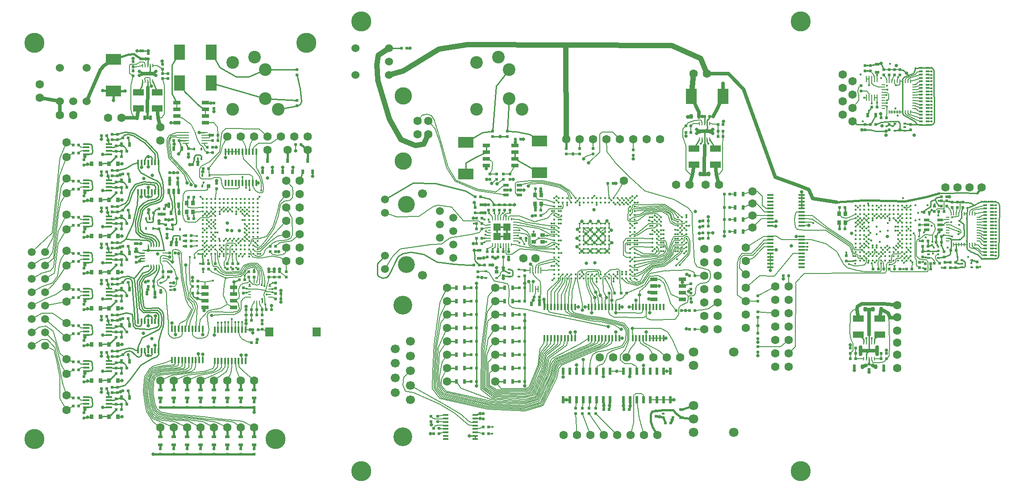
<source format=gtl>
G04 (created by PCBNEW-RS274X (2010-03-14)-final) date Thu 07 Oct 2010 02:34:07 PM EDT*
G01*
G70*
G90*
%MOIN*%
G04 Gerber Fmt 3.4, Leading zero omitted, Abs format*
%FSLAX34Y34*%
G04 APERTURE LIST*
%ADD10C,0.001000*%
%ADD11R,0.023600X0.019700*%
%ADD12R,0.019700X0.023600*%
%ADD13R,0.023600X0.035400*%
%ADD14R,0.035400X0.023600*%
%ADD15R,0.027600X0.037400*%
%ADD16C,0.063000*%
%ADD17R,0.059100X0.070900*%
%ADD18C,0.140000*%
%ADD19C,0.066900*%
%ADD20C,0.070900*%
%ADD21C,0.129900*%
%ADD22C,0.060000*%
%ADD23R,0.023600X0.009800*%
%ADD24R,0.009800X0.023600*%
%ADD25C,0.016000*%
%ADD26C,0.015700*%
%ADD27R,0.009800X0.047200*%
%ADD28R,0.055100X0.055100*%
%ADD29R,0.009800X0.025600*%
%ADD30R,0.025600X0.009800*%
%ADD31R,0.023600X0.015700*%
%ADD32C,0.126000*%
%ADD33C,0.059100*%
%ADD34R,0.019700X0.055100*%
%ADD35R,0.023600X0.042000*%
%ADD36R,0.042000X0.023600*%
%ADD37R,0.013800X0.039400*%
%ADD38R,0.039400X0.013800*%
%ADD39R,0.051200X0.013800*%
%ADD40R,0.013800X0.051200*%
%ADD41R,0.050000X0.015000*%
%ADD42R,0.030000X0.014500*%
%ADD43R,0.010200X0.031500*%
%ADD44R,0.118100X0.029500*%
%ADD45R,0.082700X0.049200*%
%ADD46R,0.016500X0.023600*%
%ADD47R,0.031500X0.027600*%
%ADD48R,0.023600X0.016500*%
%ADD49R,0.027600X0.031500*%
%ADD50R,0.078700X0.118100*%
%ADD51R,0.118100X0.078700*%
%ADD52R,0.047200X0.009800*%
%ADD53C,0.094500*%
%ADD54R,0.055100X0.027600*%
%ADD55R,0.031500X0.035400*%
%ADD56R,0.015700X0.023600*%
%ADD57R,0.035400X0.031500*%
%ADD58C,0.150000*%
%ADD59R,0.023600X0.033500*%
%ADD60C,0.025000*%
%ADD61C,0.025000*%
%ADD62C,0.015000*%
%ADD63C,0.010000*%
%ADD64C,0.005000*%
%ADD65C,0.040000*%
G04 APERTURE END LIST*
G54D10*
G54D11*
X27150Y12003D03*
X27150Y12397D03*
X27550Y12397D03*
X27550Y12003D03*
X27950Y12397D03*
X27950Y12003D03*
X28500Y16897D03*
X28500Y16503D03*
G54D12*
X27997Y13300D03*
X27603Y13300D03*
G54D11*
X27700Y16503D03*
X27700Y16897D03*
X27300Y16603D03*
X27300Y16997D03*
X28100Y16503D03*
X28100Y16897D03*
G54D12*
X26503Y14350D03*
X26897Y14350D03*
G54D11*
X25250Y15197D03*
X25250Y14803D03*
G54D12*
X26897Y13900D03*
X26503Y13900D03*
G54D11*
X13200Y06097D03*
X13200Y05703D03*
G54D12*
X26747Y12350D03*
X26353Y12350D03*
G54D11*
X13200Y09503D03*
X13200Y09897D03*
G54D12*
X10703Y14700D03*
X11097Y14700D03*
X10703Y15600D03*
X11097Y15600D03*
X10703Y16500D03*
X11097Y16500D03*
X10703Y17500D03*
X11097Y17500D03*
G54D11*
X01100Y01103D03*
X01100Y01497D03*
X00600Y01103D03*
X00600Y01497D03*
X23000Y22303D03*
X23000Y22697D03*
G54D12*
X21603Y22700D03*
X21997Y22700D03*
G54D11*
X00100Y01103D03*
X00100Y01497D03*
X-00400Y01103D03*
X-00400Y01497D03*
X21200Y27097D03*
X21200Y26703D03*
X20900Y25203D03*
X20900Y25597D03*
G54D12*
X22403Y23200D03*
X22797Y23200D03*
G54D11*
X23800Y26797D03*
X23800Y26403D03*
X23000Y26403D03*
X23000Y26797D03*
X22600Y26403D03*
X22600Y26797D03*
X23400Y26403D03*
X23400Y26797D03*
X21600Y26703D03*
X21600Y27097D03*
X05600Y00903D03*
X05600Y01297D03*
G54D12*
X06303Y00400D03*
X06697Y00400D03*
X-37898Y21170D03*
X-37504Y21170D03*
X-37898Y20570D03*
X-37504Y20570D03*
X-34303Y20300D03*
X-34697Y20300D03*
X-33903Y20700D03*
X-34297Y20700D03*
G54D11*
X-34700Y20703D03*
X-34700Y21097D03*
G54D12*
X-33803Y21700D03*
X-34197Y21700D03*
G54D11*
X-35001Y21967D03*
X-35001Y21573D03*
X-34601Y21573D03*
X-34601Y21967D03*
X-37101Y19673D03*
X-37101Y20067D03*
G54D12*
X-35404Y21870D03*
X-35798Y21870D03*
X-37898Y13070D03*
X-37504Y13070D03*
X-37898Y12470D03*
X-37504Y12470D03*
X-34303Y12200D03*
X-34697Y12200D03*
X-33903Y12600D03*
X-34297Y12600D03*
G54D11*
X-34700Y12603D03*
X-34700Y12997D03*
G54D12*
X-33803Y13600D03*
X-34197Y13600D03*
G54D11*
X-35001Y13867D03*
X-35001Y13473D03*
X-34601Y13473D03*
X-34601Y13867D03*
X-37101Y11573D03*
X-37101Y11967D03*
G54D12*
X-35404Y13770D03*
X-35798Y13770D03*
X-37898Y15770D03*
X-37504Y15770D03*
X-37898Y15170D03*
X-37504Y15170D03*
X-34303Y14900D03*
X-34697Y14900D03*
X-33903Y15300D03*
X-34297Y15300D03*
G54D11*
X-34700Y15303D03*
X-34700Y15697D03*
G54D12*
X-33803Y16300D03*
X-34197Y16300D03*
G54D11*
X-35001Y16567D03*
X-35001Y16173D03*
X-34601Y16173D03*
X-34601Y16567D03*
X-37101Y14273D03*
X-37101Y14667D03*
G54D12*
X-35404Y16470D03*
X-35798Y16470D03*
X-37898Y04970D03*
X-37504Y04970D03*
X-37898Y04370D03*
X-37504Y04370D03*
X-34303Y04100D03*
X-34697Y04100D03*
X-33903Y04500D03*
X-34297Y04500D03*
G54D11*
X-34700Y04503D03*
X-34700Y04897D03*
G54D12*
X-33803Y05500D03*
X-34197Y05500D03*
G54D11*
X-35001Y05767D03*
X-35001Y05373D03*
X-34601Y05373D03*
X-34601Y05767D03*
X-37101Y03473D03*
X-37101Y03867D03*
G54D12*
X-35404Y05670D03*
X-35798Y05670D03*
X-37898Y02270D03*
X-37504Y02270D03*
X-37898Y01670D03*
X-37504Y01670D03*
X-34303Y01400D03*
X-34697Y01400D03*
X-33903Y01800D03*
X-34297Y01800D03*
G54D11*
X-34700Y01803D03*
X-34700Y02197D03*
G54D12*
X-33803Y02800D03*
X-34197Y02800D03*
G54D11*
X-35001Y03067D03*
X-35001Y02673D03*
X-34601Y02673D03*
X-34601Y03067D03*
X-37101Y00773D03*
X-37101Y01167D03*
G54D12*
X-35404Y02970D03*
X-35798Y02970D03*
X-37898Y07670D03*
X-37504Y07670D03*
X-37898Y07070D03*
X-37504Y07070D03*
X-34303Y06800D03*
X-34697Y06800D03*
X-33903Y07200D03*
X-34297Y07200D03*
G54D11*
X-34700Y07203D03*
X-34700Y07597D03*
G54D12*
X-33803Y08200D03*
X-34197Y08200D03*
G54D11*
X-35001Y08467D03*
X-35001Y08073D03*
X-34601Y08073D03*
X-34601Y08467D03*
X-37101Y06173D03*
X-37101Y06567D03*
G54D12*
X-35404Y08370D03*
X-35798Y08370D03*
X-37898Y10370D03*
X-37504Y10370D03*
X-37898Y09770D03*
X-37504Y09770D03*
X-34303Y09500D03*
X-34697Y09500D03*
X-33903Y09900D03*
X-34297Y09900D03*
G54D11*
X-34700Y09903D03*
X-34700Y10297D03*
G54D12*
X-33803Y10900D03*
X-34197Y10900D03*
G54D11*
X-35001Y11167D03*
X-35001Y10773D03*
X-34601Y10773D03*
X-34601Y11167D03*
X-37101Y08873D03*
X-37101Y09267D03*
G54D12*
X-35404Y11070D03*
X-35798Y11070D03*
X-37898Y18470D03*
X-37504Y18470D03*
X-37898Y17870D03*
X-37504Y17870D03*
X-34303Y17600D03*
X-34697Y17600D03*
X-33903Y18000D03*
X-34297Y18000D03*
G54D11*
X-34700Y18003D03*
X-34700Y18397D03*
G54D12*
X-33803Y19000D03*
X-34197Y19000D03*
G54D11*
X-35001Y19267D03*
X-35001Y18873D03*
X-34601Y18873D03*
X-34601Y19267D03*
X-37101Y16973D03*
X-37101Y17367D03*
G54D12*
X-35404Y19170D03*
X-35798Y19170D03*
X-28904Y17270D03*
X-29298Y17270D03*
X-29298Y15670D03*
X-28904Y15670D03*
G54D11*
X-22000Y11697D03*
X-22000Y11303D03*
G54D12*
X-24598Y08470D03*
X-24204Y08470D03*
X-24998Y08070D03*
X-24604Y08070D03*
G54D11*
X-22500Y11697D03*
X-22500Y11303D03*
X-23300Y11697D03*
X-23300Y11303D03*
G54D12*
X-23104Y08870D03*
X-23498Y08870D03*
X-24203Y06400D03*
X-24597Y06400D03*
G54D11*
X-25401Y01573D03*
X-25401Y01967D03*
X-27200Y17903D03*
X-27200Y18297D03*
G54D12*
X-22404Y10070D03*
X-22798Y10070D03*
G54D11*
X-25200Y10103D03*
X-25200Y10497D03*
X-28401Y01573D03*
X-28401Y01967D03*
X-29401Y01573D03*
X-29401Y01967D03*
X-31401Y-01927D03*
X-31401Y-01533D03*
X-30401Y-01927D03*
X-30401Y-01533D03*
X-24401Y-01927D03*
X-24401Y-01533D03*
G54D12*
X-25103Y11100D03*
X-25497Y11100D03*
G54D11*
X-28200Y11903D03*
X-28200Y12297D03*
G54D12*
X-30803Y11700D03*
X-31197Y11700D03*
X-30803Y11300D03*
X-31197Y11300D03*
X-32297Y16100D03*
X-31903Y16100D03*
G54D11*
X-31100Y16397D03*
X-31100Y16003D03*
X-31500Y16003D03*
X-31500Y16397D03*
X-31500Y15297D03*
X-31500Y14903D03*
X-33200Y12403D03*
X-33200Y12797D03*
X-26000Y11903D03*
X-26000Y12297D03*
X-26400Y11903D03*
X-26400Y12297D03*
X-25600Y11903D03*
X-25600Y12297D03*
X-30900Y14503D03*
X-30900Y14897D03*
G54D12*
X-30203Y13700D03*
X-30597Y13700D03*
X-31903Y11000D03*
X-32297Y11000D03*
X-32297Y10600D03*
X-31903Y10600D03*
G54D11*
X-30500Y15597D03*
X-30500Y15203D03*
X-30100Y19097D03*
X-30100Y18703D03*
X-31000Y15203D03*
X-31000Y15597D03*
X-30700Y18703D03*
X-30700Y19097D03*
X-07700Y11697D03*
X-07700Y11303D03*
G54D12*
X-13003Y28400D03*
X-13397Y28400D03*
G54D11*
X-11193Y00514D03*
X-11193Y00908D03*
G54D12*
X-10596Y-00389D03*
X-10990Y-00389D03*
G54D11*
X-07293Y01108D03*
X-07293Y00714D03*
X-10693Y00514D03*
X-10693Y00908D03*
G54D12*
X-10596Y00011D03*
X-10990Y00011D03*
X-07803Y07500D03*
X-08197Y07500D03*
X-07290Y00111D03*
X-06896Y00111D03*
X-07290Y-00389D03*
X-06896Y-00389D03*
X02003Y18300D03*
X02397Y18300D03*
X-03003Y15900D03*
X-03397Y15900D03*
G54D11*
X-06200Y13197D03*
X-06200Y12803D03*
X-06600Y13197D03*
X-06600Y12803D03*
X-07000Y13197D03*
X-07000Y12803D03*
G54D12*
X-04497Y14200D03*
X-04103Y14200D03*
X-07403Y13800D03*
X-07797Y13800D03*
G54D11*
X-05800Y13197D03*
X-05800Y12803D03*
G54D12*
X-07403Y14200D03*
X-07797Y14200D03*
G54D11*
X-05400Y13197D03*
X-05400Y12803D03*
G54D12*
X-07403Y14900D03*
X-07797Y14900D03*
X-07403Y15300D03*
X-07797Y15300D03*
G54D11*
X-06900Y16303D03*
X-06900Y16697D03*
G54D12*
X-07603Y12200D03*
X-07997Y12200D03*
X-07503Y17300D03*
X-07897Y17300D03*
X-07403Y15700D03*
X-07797Y15700D03*
X-06803Y12200D03*
X-07197Y12200D03*
G54D11*
X-07900Y16497D03*
X-07900Y16103D03*
X-06100Y16303D03*
X-06100Y16697D03*
X-06500Y16303D03*
X-06500Y16697D03*
X-05300Y16303D03*
X-05300Y16697D03*
X-05700Y16303D03*
X-05700Y16697D03*
G54D12*
X-03003Y17900D03*
X-03397Y17900D03*
X-03397Y16300D03*
X-03003Y16300D03*
G54D11*
X-01100Y20897D03*
X-01100Y20503D03*
X-00100Y20897D03*
X-00100Y20503D03*
X00900Y20897D03*
X00900Y20503D03*
X03900Y20797D03*
X03900Y20403D03*
G54D12*
X02103Y10100D03*
X02497Y10100D03*
X03397Y10100D03*
X03003Y10100D03*
G54D13*
X20405Y04600D03*
X20995Y04600D03*
X12095Y14700D03*
X11505Y14700D03*
X12095Y15600D03*
X11505Y15600D03*
X12095Y16500D03*
X11505Y16500D03*
X12095Y17500D03*
X11505Y17500D03*
G54D14*
X07500Y00805D03*
X07500Y01395D03*
G54D13*
X21995Y23400D03*
X21405Y23400D03*
G54D14*
X22100Y27195D03*
X22100Y26605D03*
G54D13*
X-33705Y21200D03*
X-34295Y21200D03*
X-33705Y13100D03*
X-34295Y13100D03*
X-33705Y15800D03*
X-34295Y15800D03*
X-33705Y05000D03*
X-34295Y05000D03*
X-33705Y02300D03*
X-34295Y02300D03*
X-33705Y07700D03*
X-34295Y07700D03*
X-33705Y10400D03*
X-34295Y10400D03*
X-33705Y18500D03*
X-34295Y18500D03*
G54D14*
X-24401Y02865D03*
X-24401Y02275D03*
X-25401Y02865D03*
X-25401Y02275D03*
X-26401Y02865D03*
X-26401Y02275D03*
X-28401Y02865D03*
X-28401Y02275D03*
X-29401Y02865D03*
X-29401Y02275D03*
X-30401Y-00635D03*
X-30401Y-01225D03*
X-25401Y-00635D03*
X-25401Y-01225D03*
X-33200Y13205D03*
X-33200Y13795D03*
G54D13*
X-30595Y16100D03*
X-30005Y16100D03*
X-30695Y18300D03*
X-30105Y18300D03*
X-31805Y10100D03*
X-32395Y10100D03*
X-05695Y03500D03*
X-05105Y03500D03*
X-09295Y05500D03*
X-08705Y05500D03*
X-09295Y07500D03*
X-08705Y07500D03*
G54D14*
X-07600Y13295D03*
X-07600Y12705D03*
X-07400Y16105D03*
X-07400Y16695D03*
G54D15*
X-35236Y19770D03*
X-34566Y19770D03*
X-35866Y19770D03*
X-36536Y19770D03*
X-35236Y11670D03*
X-34566Y11670D03*
X-35866Y11670D03*
X-36536Y11670D03*
X-35236Y14370D03*
X-34566Y14370D03*
X-35866Y14370D03*
X-36536Y14370D03*
X-35236Y03570D03*
X-34566Y03570D03*
X-35866Y03570D03*
X-36536Y03570D03*
X-35236Y00870D03*
X-34566Y00870D03*
X-35866Y00870D03*
X-36536Y00870D03*
X-35236Y06270D03*
X-34566Y06270D03*
X-35866Y06270D03*
X-36536Y06270D03*
X-35236Y08970D03*
X-34566Y08970D03*
X-35866Y08970D03*
X-36536Y08970D03*
X-35236Y17070D03*
X-34566Y17070D03*
X-35866Y17070D03*
X-36536Y17070D03*
G54D16*
X09400Y26500D03*
X08400Y26500D03*
X09300Y18200D03*
X10300Y18200D03*
X-20400Y21800D03*
X-21400Y21800D03*
X-22400Y21800D03*
X-23400Y21800D03*
X-24400Y21800D03*
X-25400Y21800D03*
X-26400Y21800D03*
X14500Y10600D03*
X15500Y10600D03*
X14500Y09600D03*
X15500Y09600D03*
X14500Y08600D03*
X15500Y08600D03*
X14500Y07600D03*
X15500Y07600D03*
X14500Y06600D03*
X15500Y06600D03*
X14500Y05600D03*
X15500Y05600D03*
X14500Y04600D03*
X15500Y04600D03*
X05700Y-00500D03*
X04700Y-00500D03*
X02700Y-00500D03*
X01700Y-00500D03*
X00700Y-00500D03*
X-00300Y-00500D03*
X-01300Y-00500D03*
X03700Y-00500D03*
X-01100Y21600D03*
X-00100Y21600D03*
X01900Y21600D03*
X02900Y21600D03*
X03900Y21600D03*
X04900Y21600D03*
X05900Y21600D03*
X00900Y21600D03*
G54D17*
X-23271Y07200D03*
X-19728Y07200D03*
G54D18*
X-13300Y09219D03*
G54D19*
X-12741Y06493D03*
X-12741Y05402D03*
X-12741Y04312D03*
X-12741Y03221D03*
X-12741Y02130D03*
X-13859Y05947D03*
X-13859Y04857D03*
X-13859Y03766D03*
X-13859Y02676D03*
G54D18*
X-13300Y-00620D03*
G54D20*
X08400Y05700D03*
X08400Y04700D03*
X08400Y01700D03*
X08400Y00700D03*
X08400Y-00300D03*
X11400Y-00300D03*
X11400Y05700D03*
G54D21*
X-13260Y24841D03*
X-13260Y19959D03*
G54D16*
X-12193Y22963D03*
X-11406Y22963D03*
X-11406Y21979D03*
X-12193Y21979D03*
G54D22*
X-14350Y26400D03*
X-14350Y27400D03*
X-14350Y28400D03*
X-16850Y28400D03*
X-16850Y26400D03*
G54D23*
X-32648Y13294D03*
X-32648Y13097D03*
X-32648Y12900D03*
X-32648Y12703D03*
X-32648Y12506D03*
G54D24*
X-32294Y12152D03*
X-32097Y12152D03*
X-31900Y12152D03*
X-31703Y12152D03*
X-31506Y12152D03*
X-31506Y13648D03*
X-31703Y13648D03*
X-31900Y13648D03*
X-32097Y13648D03*
X-32294Y13648D03*
G54D23*
X-31152Y12506D03*
X-31152Y12703D03*
X-31152Y12900D03*
X-31152Y13097D03*
X-31152Y13294D03*
G54D25*
X20503Y12553D03*
X20503Y12868D03*
X20503Y13183D03*
X20503Y13498D03*
X20503Y13813D03*
X20503Y14128D03*
X20503Y14443D03*
X20503Y14758D03*
X20503Y15073D03*
X20503Y15388D03*
X20503Y15703D03*
X20503Y16018D03*
X20503Y16333D03*
X20503Y16647D03*
X20818Y12553D03*
X20818Y12868D03*
X20818Y13183D03*
X20818Y13498D03*
X20818Y13813D03*
X20818Y14128D03*
X20818Y14443D03*
X20818Y14758D03*
X20818Y15073D03*
X20818Y15388D03*
X20818Y15703D03*
X20818Y16018D03*
X20818Y16333D03*
X20818Y16647D03*
X21133Y12553D03*
X21133Y12868D03*
X21133Y13183D03*
X21133Y13498D03*
X21133Y13813D03*
X21133Y14128D03*
X21133Y14443D03*
X21133Y14758D03*
X21133Y15073D03*
X21133Y15388D03*
X21133Y15703D03*
X21133Y16018D03*
X21133Y16333D03*
X21133Y16647D03*
X21448Y12553D03*
X21448Y12868D03*
X21448Y13183D03*
X21448Y13498D03*
X21448Y13813D03*
X21448Y14128D03*
X21448Y14443D03*
X21448Y14758D03*
X21448Y15073D03*
X21448Y15388D03*
X21448Y15703D03*
X21448Y16018D03*
X21448Y16333D03*
X21448Y16647D03*
X21763Y12553D03*
X21763Y12868D03*
X21763Y13183D03*
X21763Y13498D03*
X21763Y15703D03*
X21763Y16018D03*
X21763Y16333D03*
X21763Y16647D03*
X22078Y12553D03*
X22078Y12868D03*
X22078Y13183D03*
X22078Y13498D03*
X22078Y15703D03*
X22078Y16018D03*
X22078Y16333D03*
X22078Y16647D03*
X22393Y12553D03*
X22393Y12868D03*
X22393Y13183D03*
X22393Y13498D03*
X22393Y15703D03*
X22393Y16018D03*
X22393Y16333D03*
X22393Y16647D03*
X22708Y12553D03*
X22708Y12868D03*
X22708Y13183D03*
X22708Y13498D03*
X22708Y15703D03*
X22708Y16018D03*
X22708Y16333D03*
X22708Y16647D03*
X23023Y12553D03*
X23023Y12868D03*
X23023Y13183D03*
X23023Y13498D03*
X23023Y15703D03*
X23023Y16018D03*
X23023Y16333D03*
X23023Y16647D03*
X23338Y12553D03*
X23338Y12868D03*
X23338Y13183D03*
X23338Y13498D03*
X23338Y15703D03*
X23338Y16018D03*
X23338Y16333D03*
X23338Y16647D03*
X23653Y12553D03*
X23653Y12868D03*
X23653Y13183D03*
X23653Y13498D03*
X23653Y13813D03*
X23653Y14128D03*
X23653Y14443D03*
X23653Y14758D03*
X23653Y15073D03*
X23653Y15388D03*
X23653Y15703D03*
X23653Y16018D03*
X23653Y16333D03*
X23653Y16647D03*
X23968Y12553D03*
X23968Y12868D03*
X23968Y13183D03*
X23968Y13498D03*
X23968Y13813D03*
X23968Y14128D03*
X23968Y14443D03*
X23968Y14758D03*
X23968Y15073D03*
X23968Y15388D03*
X23968Y15703D03*
X23968Y16018D03*
X23968Y16333D03*
X23968Y16647D03*
X24283Y12553D03*
X24283Y12868D03*
X24283Y13183D03*
X24283Y13498D03*
X24283Y13813D03*
X24283Y14128D03*
X24283Y14443D03*
X24283Y14758D03*
X24283Y15073D03*
X24283Y15388D03*
X24283Y15703D03*
X24283Y16018D03*
X24283Y16333D03*
X24283Y16647D03*
X24597Y12553D03*
X24597Y12868D03*
X24597Y13183D03*
X24597Y13498D03*
X24597Y13813D03*
X24597Y14128D03*
X24597Y14443D03*
X24597Y14758D03*
X24597Y15073D03*
X24597Y15388D03*
X24597Y15703D03*
X24597Y16018D03*
X24597Y16333D03*
X24597Y16647D03*
G54D26*
X-01993Y11207D03*
X-01993Y11522D03*
X-01993Y11837D03*
X-01993Y12152D03*
X-01993Y12467D03*
X-01993Y12782D03*
X-01993Y13097D03*
X-01993Y13412D03*
X-01993Y13727D03*
X-01993Y14042D03*
X-01993Y14357D03*
X-01993Y14672D03*
X-01993Y14987D03*
X-01993Y15302D03*
X-01993Y15617D03*
X-01993Y15932D03*
X-01993Y16247D03*
X-01993Y16562D03*
X-01993Y16877D03*
X-01993Y17192D03*
X-01678Y11207D03*
X-01678Y11522D03*
X-01678Y11837D03*
X-01678Y12152D03*
X-01678Y12467D03*
X-01678Y12782D03*
X-01678Y13097D03*
X-01678Y13412D03*
X-01678Y13727D03*
X-01678Y14042D03*
X-01678Y14357D03*
X-01678Y14672D03*
X-01678Y14987D03*
X-01678Y15302D03*
X-01678Y15617D03*
X-01678Y15932D03*
X-01678Y16247D03*
X-01678Y16562D03*
X-01678Y16877D03*
X-01678Y17192D03*
X-01363Y11207D03*
X-01363Y11522D03*
X-01363Y16877D03*
X-01363Y17192D03*
X-01048Y11207D03*
X-01048Y11522D03*
X-01048Y16877D03*
X-01048Y17192D03*
X-00733Y11207D03*
X-00733Y11522D03*
X-00733Y16877D03*
X-00733Y17192D03*
X-00418Y11207D03*
X-00418Y11522D03*
X-00418Y16877D03*
X-00418Y17192D03*
X-00103Y11207D03*
X-00103Y11522D03*
X-00103Y13097D03*
X-00103Y13412D03*
X-00103Y13727D03*
X-00103Y14042D03*
X-00103Y14357D03*
X-00103Y14672D03*
X-00103Y14987D03*
X-00103Y15302D03*
X-00103Y16877D03*
X-00103Y17192D03*
X00212Y11207D03*
X00212Y11522D03*
X00212Y13097D03*
X00212Y13412D03*
X00212Y13727D03*
X00212Y14042D03*
X00212Y14357D03*
X00212Y14672D03*
X00212Y14987D03*
X00212Y15302D03*
X00212Y16877D03*
X00212Y17192D03*
X00527Y11207D03*
X00527Y11522D03*
X00527Y13097D03*
X00527Y13412D03*
X00527Y13727D03*
X00527Y14042D03*
X00527Y14357D03*
X00527Y14672D03*
X00527Y14987D03*
X00527Y15302D03*
X00527Y16877D03*
X00527Y17192D03*
X00842Y11207D03*
X00842Y11522D03*
X00842Y13097D03*
X00842Y13412D03*
X00842Y13727D03*
X00842Y14042D03*
X00842Y14357D03*
X00842Y14672D03*
X00842Y14987D03*
X00842Y15302D03*
X00842Y16877D03*
X00842Y17192D03*
X01157Y11207D03*
X01157Y11522D03*
X01157Y13097D03*
X01157Y13412D03*
X01157Y13727D03*
X01157Y14042D03*
X01157Y14357D03*
X01157Y14672D03*
X01157Y14987D03*
X01157Y15302D03*
X01157Y16877D03*
X01157Y17192D03*
X01472Y11207D03*
X01472Y11522D03*
X01472Y13097D03*
X01472Y13412D03*
X01472Y13727D03*
X01472Y14042D03*
X01472Y14357D03*
X01472Y14672D03*
X01472Y14987D03*
X01472Y15302D03*
X01472Y16877D03*
X01472Y17192D03*
X01787Y11207D03*
X01787Y11522D03*
X01787Y13097D03*
X01787Y13412D03*
X01787Y13727D03*
X01787Y14042D03*
X01787Y14357D03*
X01787Y14672D03*
X01787Y14987D03*
X01787Y15302D03*
X01787Y16877D03*
X01787Y17192D03*
X02102Y11207D03*
X02102Y11522D03*
X02102Y13097D03*
X02102Y13412D03*
X02102Y13727D03*
X02102Y14042D03*
X02102Y14357D03*
X02102Y14672D03*
X02102Y14987D03*
X02102Y15302D03*
X02102Y16877D03*
X02102Y17192D03*
X02417Y11207D03*
X02417Y11522D03*
X02417Y16877D03*
X02417Y17192D03*
X02732Y11207D03*
X02732Y11522D03*
X02732Y16877D03*
X02732Y17192D03*
X03047Y11207D03*
X03047Y11522D03*
X03047Y16877D03*
X03047Y17192D03*
X03362Y11207D03*
X03362Y11522D03*
X03362Y16877D03*
X03362Y17192D03*
X03677Y11207D03*
X03677Y11522D03*
X03677Y16877D03*
X03677Y17192D03*
X03992Y11207D03*
X03992Y11522D03*
X03992Y11837D03*
X03992Y12152D03*
X03992Y12467D03*
X03992Y12782D03*
X03992Y13097D03*
X03992Y13412D03*
X03992Y13727D03*
X03992Y14042D03*
X03992Y14357D03*
X03992Y14672D03*
X03992Y14987D03*
X03992Y15302D03*
X03992Y15617D03*
X03992Y15932D03*
X03992Y16247D03*
X03992Y16562D03*
X03992Y16877D03*
X03992Y17192D03*
X03677Y11837D03*
X03677Y12152D03*
X03677Y12467D03*
X03677Y12782D03*
X03677Y13097D03*
X03677Y13412D03*
X03677Y13727D03*
X03677Y14042D03*
X03677Y14357D03*
X03677Y14672D03*
X03677Y14987D03*
X03677Y15302D03*
X03677Y15617D03*
X03677Y15932D03*
X03677Y16247D03*
X03677Y16562D03*
G54D27*
X22092Y26089D03*
X21896Y26089D03*
X21700Y26089D03*
X21504Y26089D03*
X21308Y26089D03*
X21308Y24710D03*
X21504Y24710D03*
X21700Y24710D03*
X21896Y24710D03*
X22092Y24710D03*
G54D23*
X-06845Y15389D03*
X-06845Y15192D03*
X-06845Y14995D03*
X-06845Y14798D03*
X-06845Y14602D03*
X-06845Y14405D03*
X-06845Y14208D03*
X-06845Y14011D03*
X-04955Y14011D03*
X-04955Y14208D03*
X-04955Y14405D03*
X-04955Y14602D03*
X-04955Y14798D03*
X-04955Y14995D03*
X-04955Y15192D03*
X-04955Y15389D03*
G54D24*
X-06589Y13755D03*
X-06392Y13755D03*
X-06195Y13755D03*
X-05998Y13755D03*
X-05802Y13755D03*
X-05605Y13755D03*
X-05408Y13755D03*
X-05211Y13755D03*
X-05211Y15645D03*
X-05408Y15645D03*
X-05605Y15645D03*
X-05802Y15645D03*
X-05998Y15645D03*
X-06195Y15645D03*
X-06392Y15645D03*
X-06589Y15645D03*
G54D28*
X-06254Y15054D03*
X-06254Y14346D03*
X-05546Y14346D03*
X-05546Y15054D03*
G54D29*
X29386Y16052D03*
X29189Y16052D03*
X28992Y16052D03*
X28795Y16052D03*
X28598Y16052D03*
X28402Y16052D03*
X28205Y16052D03*
X28008Y16052D03*
X27811Y16052D03*
X27614Y16052D03*
X27614Y13748D03*
X27811Y13748D03*
X28008Y13748D03*
X28205Y13748D03*
X28402Y13748D03*
X28598Y13748D03*
X28795Y13748D03*
X28992Y13748D03*
X29189Y13748D03*
X29386Y13748D03*
G54D30*
X27348Y15786D03*
X27348Y15589D03*
X27348Y15392D03*
X27348Y15195D03*
X27348Y14998D03*
X27348Y14802D03*
X27348Y14605D03*
X27348Y14408D03*
X27348Y14211D03*
X27348Y14014D03*
X29652Y14014D03*
X29652Y14211D03*
X29652Y14408D03*
X29652Y14605D03*
X29652Y14802D03*
X29652Y14998D03*
X29652Y15195D03*
X29652Y15392D03*
X29652Y15589D03*
X29652Y15786D03*
G54D29*
X24586Y25952D03*
X24389Y25952D03*
X24192Y25952D03*
X23995Y25952D03*
X23798Y25952D03*
X23602Y25952D03*
X23405Y25952D03*
X23208Y25952D03*
X23011Y25952D03*
X22814Y25952D03*
X22814Y23648D03*
X23011Y23648D03*
X23208Y23648D03*
X23405Y23648D03*
X23602Y23648D03*
X23798Y23648D03*
X23995Y23648D03*
X24192Y23648D03*
X24389Y23648D03*
X24586Y23648D03*
G54D30*
X22548Y25686D03*
X22548Y25489D03*
X22548Y25292D03*
X22548Y25095D03*
X22548Y24898D03*
X22548Y24702D03*
X22548Y24505D03*
X22548Y24308D03*
X22548Y24111D03*
X22548Y23914D03*
X24852Y23914D03*
X24852Y24111D03*
X24852Y24308D03*
X24852Y24505D03*
X24852Y24702D03*
X24852Y24898D03*
X24852Y25095D03*
X24852Y25292D03*
X24852Y25489D03*
X24852Y25686D03*
G54D31*
X-30626Y10344D03*
X-30626Y10600D03*
X-30626Y10856D03*
X-31374Y10856D03*
X-31374Y10344D03*
G54D32*
X-13051Y16749D03*
X-13051Y12249D03*
G54D19*
X-11850Y17552D03*
X-11850Y11448D03*
G54D33*
X-14649Y17109D03*
X-14649Y11889D03*
X-14649Y16109D03*
X-14649Y12889D03*
X-10551Y16249D03*
X-09551Y15749D03*
X-10551Y15249D03*
X-09551Y14749D03*
X-10551Y14249D03*
X-09551Y13749D03*
X-10551Y13249D03*
X-09551Y12749D03*
G54D34*
X02150Y04263D03*
X01650Y04263D03*
X01150Y04263D03*
X00650Y04263D03*
X00150Y04263D03*
X-00350Y04263D03*
X-00850Y04263D03*
X-01350Y04263D03*
X-01350Y02137D03*
X-00850Y02137D03*
X-00350Y02137D03*
X00150Y02137D03*
X00650Y02137D03*
X01150Y02137D03*
X01650Y02137D03*
X02150Y02137D03*
X03150Y02137D03*
X03650Y02137D03*
X04150Y02137D03*
X04650Y02137D03*
X05150Y02137D03*
X05650Y02137D03*
X06150Y02137D03*
X06650Y02137D03*
X06650Y04263D03*
X06150Y04263D03*
X05650Y04263D03*
X05150Y04263D03*
X04650Y04263D03*
X04150Y04263D03*
X03650Y04263D03*
X03150Y04263D03*
G54D35*
X-30026Y17712D03*
X-30400Y17700D03*
X-30774Y17712D03*
X-30774Y16688D03*
X-30026Y16688D03*
G54D36*
X26812Y14826D03*
X26812Y15200D03*
X26812Y15574D03*
X25788Y15574D03*
X25788Y15200D03*
X25788Y14826D03*
X-04588Y17426D03*
X-04588Y17800D03*
X-04588Y18174D03*
X-05612Y18174D03*
X-05612Y17800D03*
X-05612Y17426D03*
G54D16*
X23600Y08300D03*
X28100Y18000D03*
X23600Y09200D03*
X29000Y18000D03*
X27200Y18000D03*
X29900Y18000D03*
X23600Y06400D03*
X23600Y07300D03*
X12800Y15000D03*
X12800Y15900D03*
X12800Y16800D03*
X12800Y17700D03*
X-38401Y21370D03*
X-38401Y20270D03*
X-38401Y13270D03*
X-38401Y12170D03*
X-38401Y15970D03*
X-38401Y14870D03*
X-38401Y05170D03*
X-38401Y04070D03*
X-38401Y02470D03*
X-38401Y01370D03*
X-38401Y07870D03*
X-38401Y06770D03*
X-38401Y10570D03*
X-38401Y09470D03*
X-38401Y18670D03*
X-38401Y17570D03*
X-24401Y03570D03*
X-27401Y03570D03*
X-28401Y03570D03*
X-29401Y03570D03*
X-30401Y03570D03*
X-10000Y08500D03*
X03200Y18500D03*
X-03400Y12700D03*
X-04300Y12700D03*
G54D37*
X-32300Y05808D03*
X-32044Y05808D03*
X-31788Y05808D03*
X-31532Y05808D03*
X-31532Y07993D03*
X-31788Y07993D03*
X-32044Y07993D03*
X-32300Y07993D03*
X-32556Y07993D03*
X-32812Y07993D03*
X-33068Y07993D03*
X-32556Y05808D03*
X-32812Y05808D03*
X-33068Y05808D03*
X-32301Y19863D03*
X-32557Y19863D03*
X-32813Y19863D03*
X-33069Y19863D03*
X-33069Y17678D03*
X-32813Y17678D03*
X-32557Y17678D03*
X-32301Y17678D03*
X-32045Y17678D03*
X-31789Y17678D03*
X-31533Y17678D03*
X-32045Y19863D03*
X-31789Y19863D03*
X-31533Y19863D03*
G54D38*
X-10103Y00221D03*
X-10103Y-00035D03*
X-10103Y-00291D03*
X-10103Y-00547D03*
X-10103Y-00803D03*
X-07899Y-00803D03*
X-07899Y-00547D03*
X-07899Y-00291D03*
X-07899Y-00035D03*
X-07899Y00221D03*
X-07899Y00477D03*
X-07899Y00733D03*
X-07899Y00989D03*
X-10103Y00477D03*
X-10103Y00733D03*
X-10103Y00989D03*
G54D39*
X16469Y15148D03*
X16469Y15404D03*
X16469Y15660D03*
X16469Y15916D03*
X16469Y16172D03*
X16469Y16428D03*
X16469Y16684D03*
X16469Y16940D03*
X16469Y17196D03*
X16469Y17452D03*
X14131Y17452D03*
X14131Y17196D03*
X14131Y16940D03*
X14131Y16684D03*
X14131Y16428D03*
X14131Y16172D03*
X14131Y15916D03*
X14131Y15660D03*
X14131Y15404D03*
X14131Y15148D03*
G54D40*
X-25048Y07369D03*
X-25304Y07369D03*
X-25560Y07369D03*
X-25816Y07369D03*
X-26072Y07369D03*
X-26328Y07369D03*
X-26584Y07369D03*
X-26840Y07369D03*
X-27096Y07369D03*
X-27352Y07369D03*
X-27352Y05031D03*
X-27096Y05031D03*
X-26840Y05031D03*
X-26584Y05031D03*
X-26328Y05031D03*
X-26072Y05031D03*
X-25816Y05031D03*
X-25560Y05031D03*
X-25304Y05031D03*
X-25048Y05031D03*
X-28249Y07439D03*
X-28505Y07439D03*
X-28761Y07439D03*
X-29017Y07439D03*
X-29273Y07439D03*
X-29529Y07439D03*
X-29785Y07439D03*
X-30041Y07439D03*
X-30297Y07439D03*
X-30553Y07439D03*
X-30553Y05101D03*
X-30297Y05101D03*
X-30041Y05101D03*
X-29785Y05101D03*
X-29529Y05101D03*
X-29273Y05101D03*
X-29017Y05101D03*
X-28761Y05101D03*
X-28505Y05101D03*
X-28249Y05101D03*
G54D41*
X-36951Y21254D03*
X-36951Y20998D03*
X-36951Y20742D03*
X-36951Y20486D03*
X-35251Y20486D03*
X-35251Y20742D03*
X-35251Y20998D03*
X-35251Y21254D03*
X-36951Y13154D03*
X-36951Y12898D03*
X-36951Y12642D03*
X-36951Y12386D03*
X-35251Y12386D03*
X-35251Y12642D03*
X-35251Y12898D03*
X-35251Y13154D03*
X-36951Y15854D03*
X-36951Y15598D03*
X-36951Y15342D03*
X-36951Y15086D03*
X-35251Y15086D03*
X-35251Y15342D03*
X-35251Y15598D03*
X-35251Y15854D03*
X-36951Y05054D03*
X-36951Y04798D03*
X-36951Y04542D03*
X-36951Y04286D03*
X-35251Y04286D03*
X-35251Y04542D03*
X-35251Y04798D03*
X-35251Y05054D03*
X-36951Y02354D03*
X-36951Y02098D03*
X-36951Y01842D03*
X-36951Y01586D03*
X-35251Y01586D03*
X-35251Y01842D03*
X-35251Y02098D03*
X-35251Y02354D03*
X-36951Y07754D03*
X-36951Y07498D03*
X-36951Y07242D03*
X-36951Y06986D03*
X-35251Y06986D03*
X-35251Y07242D03*
X-35251Y07498D03*
X-35251Y07754D03*
X-36951Y10454D03*
X-36951Y10198D03*
X-36951Y09942D03*
X-36951Y09686D03*
X-35251Y09686D03*
X-35251Y09942D03*
X-35251Y10198D03*
X-35251Y10454D03*
X-36951Y18554D03*
X-36951Y18298D03*
X-36951Y18042D03*
X-36951Y17786D03*
X-35251Y17786D03*
X-35251Y18042D03*
X-35251Y18298D03*
X-35251Y18554D03*
G54D26*
X07860Y13240D03*
X07545Y13240D03*
X07230Y13240D03*
X05970Y13240D03*
X05655Y13240D03*
X05340Y13240D03*
X07860Y13555D03*
X07545Y13555D03*
X07230Y13555D03*
X05970Y13555D03*
X05655Y13555D03*
X05340Y13555D03*
X07860Y13870D03*
X07545Y13870D03*
X07230Y13870D03*
X05970Y13870D03*
X05655Y13870D03*
X05340Y13870D03*
X07860Y14185D03*
X07545Y14185D03*
X07230Y14185D03*
X05970Y14185D03*
X05655Y14185D03*
X05340Y14185D03*
X07860Y14500D03*
X07545Y14500D03*
X07230Y14500D03*
X05970Y14500D03*
X05655Y14500D03*
X05340Y14500D03*
X07860Y14815D03*
X07545Y14815D03*
X07230Y14815D03*
X05970Y14815D03*
X05655Y14815D03*
X05340Y14815D03*
X07860Y15130D03*
X07545Y15130D03*
X07230Y15130D03*
X05970Y15130D03*
X05655Y15130D03*
X05340Y15130D03*
X07860Y15445D03*
X07545Y15445D03*
X07230Y15445D03*
X05970Y15445D03*
X05655Y15445D03*
X05340Y15445D03*
X07860Y15760D03*
X07545Y15760D03*
X07230Y15760D03*
X05970Y15760D03*
X05655Y15760D03*
X05340Y15760D03*
G54D11*
X27100Y13197D03*
X27100Y12803D03*
X25500Y12803D03*
X25500Y13197D03*
G54D42*
X30650Y12675D03*
X30650Y12925D03*
X30650Y13175D03*
X30650Y13425D03*
X30650Y13675D03*
X30650Y13925D03*
X30650Y14175D03*
X30650Y14425D03*
X30650Y14675D03*
X30650Y14925D03*
X30650Y15175D03*
X30650Y15425D03*
X30650Y15675D03*
X30650Y15925D03*
X30650Y16175D03*
X30650Y16425D03*
X30650Y16675D03*
X30650Y16925D03*
X30150Y12675D03*
X30150Y12925D03*
X30150Y13175D03*
X30150Y13425D03*
X30150Y13675D03*
X30150Y13925D03*
X30150Y14175D03*
X30150Y14425D03*
X30150Y14675D03*
X30150Y14925D03*
X30150Y15175D03*
X30150Y15425D03*
X30150Y15675D03*
X30150Y15925D03*
X30150Y16175D03*
X30150Y16425D03*
X30150Y16675D03*
X30150Y16925D03*
G54D12*
X25897Y13600D03*
X25503Y13600D03*
X25503Y14000D03*
X25897Y14000D03*
G54D11*
X29550Y12053D03*
X29550Y12447D03*
G54D12*
X19697Y16500D03*
X19303Y16500D03*
X19303Y14900D03*
X19697Y14900D03*
G54D39*
X14131Y14352D03*
X14131Y14096D03*
X14131Y13840D03*
X14131Y13584D03*
X14131Y13328D03*
X14131Y13072D03*
X14131Y12816D03*
X14131Y12560D03*
X14131Y12304D03*
X14131Y12048D03*
X16469Y12048D03*
X16469Y12304D03*
X16469Y12560D03*
X16469Y12816D03*
X16469Y13072D03*
X16469Y13328D03*
X16469Y13584D03*
X16469Y13840D03*
X16469Y14096D03*
X16469Y14352D03*
G54D16*
X12300Y07500D03*
X12300Y08500D03*
X12300Y09500D03*
X12300Y10500D03*
X12300Y11500D03*
X12300Y12500D03*
X12300Y13500D03*
G54D11*
X13200Y08303D03*
X13200Y08697D03*
G54D12*
X15497Y11400D03*
X15103Y11400D03*
G54D43*
X21106Y05209D03*
X21303Y05209D03*
X21500Y05209D03*
X21697Y05209D03*
X21894Y05209D03*
X21894Y06391D03*
X21697Y06391D03*
X21500Y06391D03*
X21303Y06391D03*
X21106Y06391D03*
G54D44*
X21500Y05800D03*
G54D45*
X20700Y07000D03*
X20700Y08200D03*
X22300Y07000D03*
X22300Y08200D03*
G54D13*
X21195Y08900D03*
X20605Y08900D03*
X21805Y08900D03*
X22395Y08900D03*
G54D12*
X22403Y05200D03*
X22797Y05200D03*
X22797Y05600D03*
X22403Y05600D03*
X20103Y05600D03*
X20497Y05600D03*
X20497Y06000D03*
X20103Y06000D03*
X20497Y05200D03*
X20103Y05200D03*
G54D13*
X22595Y04600D03*
X22005Y04600D03*
G54D11*
X21500Y04797D03*
X21500Y04403D03*
G54D16*
X23600Y05500D03*
X23600Y04500D03*
G54D12*
X26703Y16200D03*
X27097Y16200D03*
G54D11*
X26360Y16597D03*
X26360Y16203D03*
G54D12*
X27297Y17300D03*
X26903Y17300D03*
G54D11*
X26900Y16997D03*
X26900Y16603D03*
G54D12*
X25997Y16150D03*
X25603Y16150D03*
X23797Y11900D03*
X23403Y11900D03*
G54D11*
X19800Y12897D03*
X19800Y12503D03*
G54D12*
X24303Y11900D03*
X24697Y11900D03*
X25703Y12300D03*
X26097Y12300D03*
X25703Y11900D03*
X26097Y11900D03*
G54D11*
X25250Y12397D03*
X25250Y12003D03*
G54D12*
X21803Y11900D03*
X22197Y11900D03*
X22997Y11900D03*
X22603Y11900D03*
G54D11*
X13200Y06703D03*
X13200Y07097D03*
X24600Y22697D03*
X24600Y22303D03*
G54D42*
X25850Y22675D03*
X25850Y22925D03*
X25850Y23175D03*
X25850Y23425D03*
X25850Y23675D03*
X25850Y23925D03*
X25850Y24175D03*
X25850Y24425D03*
X25850Y24675D03*
X25850Y24925D03*
X25850Y25175D03*
X25850Y25425D03*
X25850Y25675D03*
X25850Y25925D03*
X25850Y26175D03*
X25850Y26425D03*
X25850Y26675D03*
X25850Y26925D03*
X25350Y22675D03*
X25350Y22925D03*
X25350Y23175D03*
X25350Y23425D03*
X25350Y23675D03*
X25350Y23925D03*
X25350Y24175D03*
X25350Y24425D03*
X25350Y24675D03*
X25350Y24925D03*
X25350Y25175D03*
X25350Y25425D03*
X25350Y25675D03*
X25350Y25925D03*
X25350Y26175D03*
X25350Y26425D03*
X25350Y26675D03*
X25350Y26925D03*
G54D11*
X21200Y22303D03*
X21200Y22697D03*
G54D12*
X01703Y01400D03*
X02097Y01400D03*
X03597Y01400D03*
X03203Y01400D03*
G54D25*
X-28247Y13053D03*
X-28247Y13368D03*
X-28247Y13683D03*
X-28247Y13998D03*
X-28247Y14313D03*
X-28247Y14628D03*
X-28247Y14943D03*
X-28247Y15258D03*
X-28247Y15573D03*
X-28247Y15888D03*
X-28247Y16203D03*
X-28247Y16518D03*
X-28247Y16833D03*
X-28247Y17147D03*
X-27932Y13053D03*
X-27932Y13368D03*
X-27932Y13683D03*
X-27932Y13998D03*
X-27932Y14313D03*
X-27932Y14628D03*
X-27932Y14943D03*
X-27932Y15258D03*
X-27932Y15573D03*
X-27932Y15888D03*
X-27932Y16203D03*
X-27932Y16518D03*
X-27932Y16833D03*
X-27932Y17147D03*
X-27617Y13053D03*
X-27617Y13368D03*
X-27617Y13683D03*
X-27617Y13998D03*
X-27617Y14313D03*
X-27617Y14628D03*
X-27617Y14943D03*
X-27617Y15258D03*
X-27617Y15573D03*
X-27617Y15888D03*
X-27617Y16203D03*
X-27617Y16518D03*
X-27617Y16833D03*
X-27617Y17147D03*
X-27302Y13053D03*
X-27302Y13368D03*
X-27302Y13683D03*
X-27302Y13998D03*
X-27302Y14313D03*
X-27302Y14628D03*
X-27302Y14943D03*
X-27302Y15258D03*
X-27302Y15573D03*
X-27302Y15888D03*
X-27302Y16203D03*
X-27302Y16518D03*
X-27302Y16833D03*
X-27302Y17147D03*
X-26987Y13053D03*
X-26987Y13368D03*
X-26987Y13683D03*
X-26987Y13998D03*
X-26987Y16203D03*
X-26987Y16518D03*
X-26987Y16833D03*
X-26987Y17147D03*
X-26672Y13053D03*
X-26672Y13368D03*
X-26672Y13683D03*
X-26672Y13998D03*
X-26672Y16203D03*
X-26672Y16518D03*
X-26672Y16833D03*
X-26672Y17147D03*
X-26357Y13053D03*
X-26357Y13368D03*
X-26357Y13683D03*
X-26357Y13998D03*
X-26357Y16203D03*
X-26357Y16518D03*
X-26357Y16833D03*
X-26357Y17147D03*
X-26042Y13053D03*
X-26042Y13368D03*
X-26042Y13683D03*
X-26042Y13998D03*
X-26042Y16203D03*
X-26042Y16518D03*
X-26042Y16833D03*
X-26042Y17147D03*
X-25727Y13053D03*
X-25727Y13368D03*
X-25727Y13683D03*
X-25727Y13998D03*
X-25727Y16203D03*
X-25727Y16518D03*
X-25727Y16833D03*
X-25727Y17147D03*
X-25412Y13053D03*
X-25412Y13368D03*
X-25412Y13683D03*
X-25412Y13998D03*
X-25412Y16203D03*
X-25412Y16518D03*
X-25412Y16833D03*
X-25412Y17147D03*
X-25097Y13053D03*
X-25097Y13368D03*
X-25097Y13683D03*
X-25097Y13998D03*
X-25097Y14313D03*
X-25097Y14628D03*
X-25097Y14943D03*
X-25097Y15258D03*
X-25097Y15573D03*
X-25097Y15888D03*
X-25097Y16203D03*
X-25097Y16518D03*
X-25097Y16833D03*
X-25097Y17147D03*
X-24782Y13053D03*
X-24782Y13368D03*
X-24782Y13683D03*
X-24782Y13998D03*
X-24782Y14313D03*
X-24782Y14628D03*
X-24782Y14943D03*
X-24782Y15258D03*
X-24782Y15573D03*
X-24782Y15888D03*
X-24782Y16203D03*
X-24782Y16518D03*
X-24782Y16833D03*
X-24782Y17147D03*
X-24467Y13053D03*
X-24467Y13368D03*
X-24467Y13683D03*
X-24467Y13998D03*
X-24467Y14313D03*
X-24467Y14628D03*
X-24467Y14943D03*
X-24467Y15258D03*
X-24467Y15573D03*
X-24467Y15888D03*
X-24467Y16203D03*
X-24467Y16518D03*
X-24467Y16833D03*
X-24467Y17147D03*
X-24153Y13053D03*
X-24153Y13368D03*
X-24153Y13683D03*
X-24153Y13998D03*
X-24153Y14313D03*
X-24153Y14628D03*
X-24153Y14943D03*
X-24153Y15258D03*
X-24153Y15573D03*
X-24153Y15888D03*
X-24153Y16203D03*
X-24153Y16518D03*
X-24153Y16833D03*
X-24153Y17147D03*
G54D40*
X-24248Y20669D03*
X-24504Y20669D03*
X-24760Y20669D03*
X-25016Y20669D03*
X-25272Y20669D03*
X-25528Y20669D03*
X-25784Y20669D03*
X-26040Y20669D03*
X-26296Y20669D03*
X-26552Y20669D03*
X-26552Y18331D03*
X-26296Y18331D03*
X-26040Y18331D03*
X-25784Y18331D03*
X-25528Y18331D03*
X-25272Y18331D03*
X-25016Y18331D03*
X-24760Y18331D03*
X-24504Y18331D03*
X-24248Y18331D03*
G54D46*
X-28264Y18116D03*
G54D47*
X-27811Y18116D03*
G54D46*
X-27752Y18904D03*
X-28264Y18904D03*
G54D12*
X-27803Y19400D03*
X-28197Y19400D03*
G54D16*
X-21000Y12500D03*
X-22000Y12500D03*
X-21000Y13500D03*
X-22000Y13500D03*
X-21000Y14500D03*
X-22000Y14500D03*
X-21000Y15500D03*
X-22000Y15500D03*
X-21000Y16500D03*
X-22000Y16500D03*
X-21000Y17500D03*
X-22000Y17500D03*
X-21000Y18500D03*
X-22000Y18500D03*
G54D11*
X-22800Y13203D03*
X-22800Y13597D03*
X-23200Y13597D03*
X-23200Y13203D03*
G54D43*
X-31957Y27111D03*
X-32154Y27111D03*
X-32351Y27111D03*
X-32548Y27111D03*
X-32745Y27111D03*
X-32745Y25929D03*
X-32548Y25929D03*
X-32351Y25929D03*
X-32154Y25929D03*
X-31957Y25929D03*
G54D44*
X-32351Y26520D03*
G54D45*
X-31651Y25120D03*
X-31651Y23920D03*
X-33051Y25120D03*
X-33051Y23920D03*
G54D13*
X-32146Y23220D03*
X-31556Y23220D03*
X-32556Y23220D03*
X-33146Y23220D03*
G54D11*
X-33451Y26717D03*
X-33451Y26323D03*
X-33451Y27417D03*
X-33451Y27023D03*
X-31251Y26123D03*
X-31251Y26517D03*
X-31251Y26823D03*
X-31251Y27217D03*
X-30851Y26517D03*
X-30851Y26123D03*
G54D14*
X-32800Y28195D03*
X-32800Y27605D03*
G54D11*
X-32300Y27603D03*
X-32300Y27997D03*
G54D16*
X-40400Y24700D03*
X-40400Y25700D03*
X-31400Y21500D03*
X-31400Y22500D03*
X-35300Y23200D03*
X-34300Y23200D03*
G54D24*
X-24000Y10948D03*
X-23803Y10948D03*
X-23606Y10948D03*
X-24197Y10948D03*
X-24394Y10948D03*
X-23606Y09452D03*
X-23803Y09452D03*
X-24000Y09452D03*
X-24197Y09452D03*
X-24394Y09452D03*
G54D23*
X-23252Y10200D03*
X-23252Y10003D03*
X-23252Y09806D03*
X-23252Y10397D03*
X-23252Y10594D03*
X-24748Y10200D03*
X-24748Y10003D03*
X-24748Y09806D03*
X-24748Y10397D03*
X-24748Y10594D03*
G54D11*
X-22801Y10473D03*
X-22801Y10867D03*
G54D12*
X-22798Y09670D03*
X-22404Y09670D03*
G54D11*
X-23801Y08073D03*
X-23801Y08467D03*
G54D12*
X-23804Y08870D03*
X-24198Y08870D03*
X-24998Y08870D03*
X-24604Y08870D03*
G54D11*
X-23800Y07797D03*
X-23800Y07403D03*
G54D12*
X-24104Y07370D03*
X-24498Y07370D03*
G54D11*
X-22900Y11697D03*
X-22900Y11303D03*
X-24400Y11697D03*
X-24400Y11303D03*
X-24401Y01573D03*
X-24401Y01967D03*
X-26401Y01573D03*
X-26401Y01967D03*
G54D14*
X-27401Y02865D03*
X-27401Y02275D03*
G54D11*
X-27401Y01573D03*
X-27401Y01967D03*
G54D14*
X-30401Y02865D03*
X-30401Y02275D03*
G54D11*
X-30401Y01573D03*
X-30401Y01967D03*
G54D14*
X-31401Y02865D03*
X-31401Y02275D03*
G54D11*
X-31401Y01573D03*
X-31401Y01967D03*
G54D16*
X-26401Y03570D03*
X-25401Y03570D03*
X-31401Y03570D03*
G54D12*
X-28603Y10100D03*
X-28997Y10100D03*
X-28603Y11000D03*
X-28997Y11000D03*
G54D11*
X-27800Y11903D03*
X-27800Y12297D03*
G54D12*
X-30303Y13100D03*
X-30697Y13100D03*
G54D11*
X-27300Y11903D03*
X-27300Y12297D03*
G54D16*
X-24401Y00070D03*
X-25401Y00070D03*
X-26401Y00070D03*
X-27401Y00070D03*
X-28401Y00070D03*
X-29401Y00070D03*
X-30401Y00070D03*
X-31401Y00070D03*
G54D14*
X-31401Y-00635D03*
X-31401Y-01225D03*
G54D11*
X-29401Y-01927D03*
X-29401Y-01533D03*
G54D14*
X-29401Y-00635D03*
X-29401Y-01225D03*
G54D11*
X-28401Y-01927D03*
X-28401Y-01533D03*
G54D14*
X-28401Y-00635D03*
X-28401Y-01225D03*
G54D11*
X-27401Y-01927D03*
X-27401Y-01533D03*
G54D14*
X-27401Y-00635D03*
X-27401Y-01225D03*
G54D11*
X-26401Y-01927D03*
X-26401Y-01533D03*
G54D14*
X-26401Y-00635D03*
X-26401Y-01225D03*
G54D11*
X-25401Y-01927D03*
X-25401Y-01533D03*
G54D14*
X-24401Y-00635D03*
X-24401Y-01225D03*
G54D22*
X-38900Y24450D03*
X-37900Y24450D03*
X-36900Y24450D03*
X-36900Y26950D03*
X-38900Y26950D03*
G54D40*
X03848Y06731D03*
X04104Y06731D03*
X04360Y06731D03*
X04616Y06731D03*
X04872Y06731D03*
X05128Y06731D03*
X05384Y06731D03*
X05640Y06731D03*
X05896Y06731D03*
X06152Y06731D03*
X06152Y09069D03*
X05896Y09069D03*
X05640Y09069D03*
X05384Y09069D03*
X05128Y09069D03*
X04872Y09069D03*
X04616Y09069D03*
X04360Y09069D03*
X04104Y09069D03*
X03848Y09069D03*
G54D16*
X01400Y05300D03*
X02400Y05300D03*
X03400Y05300D03*
X04400Y05300D03*
X05400Y05300D03*
X06400Y05300D03*
X07400Y05300D03*
G54D48*
X-06316Y11236D03*
G54D49*
X-06316Y11689D03*
G54D48*
X-07104Y11748D03*
X-07104Y11236D03*
G54D16*
X10200Y07400D03*
X09200Y07400D03*
X10200Y08400D03*
X09200Y08400D03*
X10200Y09400D03*
X09200Y09400D03*
X10200Y10400D03*
X09200Y10400D03*
X10200Y11400D03*
X09200Y11400D03*
X10200Y12400D03*
X09200Y12400D03*
X10200Y13400D03*
X09200Y13400D03*
G54D12*
X08103Y08800D03*
X08497Y08800D03*
X08497Y07400D03*
X08103Y07400D03*
X08497Y11400D03*
X08103Y11400D03*
G54D43*
X09609Y22784D03*
X09412Y22784D03*
X09215Y22784D03*
X09018Y22784D03*
X08821Y22784D03*
X08821Y21602D03*
X09018Y21602D03*
X09215Y21602D03*
X09412Y21602D03*
X09609Y21602D03*
G54D44*
X09215Y22193D03*
G54D45*
X10015Y20893D03*
X10015Y19693D03*
X08415Y20893D03*
X08415Y19693D03*
G54D13*
X09520Y18993D03*
X10110Y18993D03*
X08910Y18993D03*
X08320Y18993D03*
G54D12*
X08212Y22593D03*
X07818Y22593D03*
X07818Y22093D03*
X08212Y22093D03*
X10612Y22193D03*
X10218Y22193D03*
X10218Y22693D03*
X10612Y22693D03*
X10218Y21793D03*
X10612Y21793D03*
G54D13*
X08220Y23293D03*
X08810Y23293D03*
G54D12*
X09218Y23293D03*
X09612Y23293D03*
G54D16*
X07100Y18200D03*
X08100Y18200D03*
G54D13*
X-05695Y10500D03*
X-05105Y10500D03*
G54D12*
X-04203Y10500D03*
X-04597Y10500D03*
G54D13*
X-05695Y09500D03*
X-05105Y09500D03*
G54D12*
X-04203Y09500D03*
X-04597Y09500D03*
G54D13*
X-05695Y08500D03*
X-05105Y08500D03*
G54D12*
X-04203Y08500D03*
X-04597Y08500D03*
G54D13*
X-05695Y07500D03*
X-05105Y07500D03*
G54D12*
X-04203Y07500D03*
X-04597Y07500D03*
G54D40*
X-00448Y09069D03*
X-00704Y09069D03*
X-00960Y09069D03*
X-01216Y09069D03*
X-01472Y09069D03*
X-01728Y09069D03*
X-01984Y09069D03*
X-02240Y09069D03*
X-02496Y09069D03*
X-02752Y09069D03*
X-02752Y06731D03*
X-02496Y06731D03*
X-02240Y06731D03*
X-01984Y06731D03*
X-01728Y06731D03*
X-01472Y06731D03*
X-01216Y06731D03*
X-00960Y06731D03*
X-00704Y06731D03*
X-00448Y06731D03*
G54D13*
X-05695Y06500D03*
X-05105Y06500D03*
G54D12*
X-04203Y06500D03*
X-04597Y06500D03*
G54D13*
X-05695Y05500D03*
X-05105Y05500D03*
G54D12*
X-04203Y05500D03*
X-04597Y05500D03*
G54D13*
X-05695Y04500D03*
X-05105Y04500D03*
G54D12*
X-04203Y04500D03*
X-04597Y04500D03*
X-04203Y03500D03*
X-04597Y03500D03*
G54D16*
X-06400Y08500D03*
X-06400Y09500D03*
X-06400Y10500D03*
X-06400Y07500D03*
X-06400Y06500D03*
X-06400Y05500D03*
X-06400Y04500D03*
X-06400Y03500D03*
G54D11*
X08200Y10403D03*
X08200Y10797D03*
G54D12*
X07103Y08800D03*
X07497Y08800D03*
G54D11*
X08200Y10097D03*
X08200Y09703D03*
G54D16*
X-10000Y10500D03*
X-10000Y09500D03*
X-10000Y07500D03*
X-10000Y06500D03*
X-10000Y05500D03*
X-10000Y04500D03*
X-10000Y03500D03*
G54D12*
X-07803Y03500D03*
X-08197Y03500D03*
G54D13*
X-09295Y03500D03*
X-08705Y03500D03*
G54D12*
X-07803Y04500D03*
X-08197Y04500D03*
G54D13*
X-09295Y04500D03*
X-08705Y04500D03*
G54D12*
X-07803Y05500D03*
X-08197Y05500D03*
X-07803Y06500D03*
X-08197Y06500D03*
G54D13*
X-09295Y06500D03*
X-08705Y06500D03*
G54D40*
X02852Y09069D03*
X02596Y09069D03*
X02340Y09069D03*
X02084Y09069D03*
X01828Y09069D03*
X01572Y09069D03*
X01316Y09069D03*
X01060Y09069D03*
X00804Y09069D03*
X00548Y09069D03*
X00548Y06731D03*
X00804Y06731D03*
X01060Y06731D03*
X01316Y06731D03*
X01572Y06731D03*
X01828Y06731D03*
X02084Y06731D03*
X02340Y06731D03*
X02596Y06731D03*
X02852Y06731D03*
G54D12*
X-07803Y08500D03*
X-08197Y08500D03*
G54D13*
X-09295Y08500D03*
X-08705Y08500D03*
G54D12*
X-07803Y09500D03*
X-08197Y09500D03*
G54D13*
X-09295Y09500D03*
X-08705Y09500D03*
G54D12*
X-07803Y10500D03*
X-08197Y10500D03*
G54D13*
X-09295Y10500D03*
X-08705Y10500D03*
G54D11*
X-24800Y11303D03*
X-24800Y11697D03*
G54D33*
X-41001Y13170D03*
X-40001Y13170D03*
X-41001Y12170D03*
X-40001Y12170D03*
X-41001Y11170D03*
X-40001Y11170D03*
X-41001Y10170D03*
X-40001Y10170D03*
X-41001Y09170D03*
X-40001Y09170D03*
X-41001Y08170D03*
X-40001Y08170D03*
X-41001Y07170D03*
X-40001Y07170D03*
X-41001Y06170D03*
X-40001Y06170D03*
G54D16*
X20275Y22950D03*
X19525Y23450D03*
X20275Y23950D03*
X19525Y24450D03*
X20275Y24950D03*
X19525Y25450D03*
X20275Y25950D03*
X19525Y26450D03*
G54D12*
X-28603Y10600D03*
X-28997Y10600D03*
X09103Y15100D03*
X09497Y15100D03*
X09103Y15500D03*
X09497Y15500D03*
X09103Y14200D03*
X09497Y14200D03*
X09103Y14600D03*
X09497Y14600D03*
X21703Y24000D03*
X22097Y24000D03*
X-30397Y21500D03*
X-30003Y21500D03*
G54D11*
X-27400Y23903D03*
X-27400Y24297D03*
G54D12*
X-27497Y21900D03*
X-27103Y21900D03*
X-27497Y21500D03*
X-27103Y21500D03*
G54D11*
X-27500Y20603D03*
X-27500Y20997D03*
X-27900Y20997D03*
X-27900Y20603D03*
X-29300Y20503D03*
X-29300Y20897D03*
X-21200Y24497D03*
X-21200Y24103D03*
X-21200Y26403D03*
X-21200Y26797D03*
G54D12*
X-29497Y14400D03*
X-29103Y14400D03*
X-29497Y14000D03*
X-29103Y14000D03*
X-29497Y13600D03*
X-29103Y13600D03*
X-03497Y09800D03*
X-03103Y09800D03*
X-04503Y21600D03*
X-04897Y21600D03*
G54D11*
X-05300Y18603D03*
X-05300Y18997D03*
X-05800Y18603D03*
X-05800Y18997D03*
X-06800Y18997D03*
X-06800Y18603D03*
X-06300Y18603D03*
X-06300Y18997D03*
X-04200Y11403D03*
X-04200Y11797D03*
X-05500Y22197D03*
X-05500Y21803D03*
X-06600Y21803D03*
X-06600Y22197D03*
G54D13*
X-29805Y20900D03*
X-30395Y20900D03*
X-03105Y09300D03*
X-03695Y09300D03*
G54D50*
X-27619Y28100D03*
X-29981Y28100D03*
X-27619Y25800D03*
X-29981Y25800D03*
G54D51*
X-08600Y21381D03*
X-08600Y19019D03*
X-03100Y21481D03*
X-03100Y19119D03*
G54D52*
X-28110Y21308D03*
X-28110Y21504D03*
X-28110Y21700D03*
X-28110Y21896D03*
X-28110Y22092D03*
X-29489Y22092D03*
X-29489Y21896D03*
X-29489Y21700D03*
X-29489Y21504D03*
X-29489Y21308D03*
G54D27*
X-03792Y10410D03*
X-03596Y10410D03*
X-03400Y10410D03*
X-03204Y10410D03*
X-03008Y10410D03*
X-03008Y11789D03*
X-03204Y11789D03*
X-03400Y11789D03*
X-03596Y11789D03*
X-03792Y11789D03*
G54D53*
X-24359Y27749D03*
X-23572Y26804D03*
X-23572Y24639D03*
X-22607Y23851D03*
X-25993Y23851D03*
X-25993Y27355D03*
X-06159Y27749D03*
X-05372Y26804D03*
X-05372Y24639D03*
X-04407Y23851D03*
X-07793Y23851D03*
X-07793Y27355D03*
G54D54*
X-30163Y24350D03*
X-30163Y23850D03*
X-30163Y23350D03*
X-30163Y22850D03*
X-28037Y22850D03*
X-28037Y23350D03*
X-28037Y23850D03*
X-28037Y24350D03*
X-07063Y21150D03*
X-07063Y20650D03*
X-07063Y20150D03*
X-07063Y19650D03*
X-04937Y19650D03*
X-04937Y20150D03*
X-04937Y20650D03*
X-04937Y21150D03*
G54D51*
X-34900Y25219D03*
X-34900Y27581D03*
G54D50*
X10596Y24793D03*
X08234Y24793D03*
G54D12*
X-28603Y19700D03*
X-28997Y19700D03*
G54D11*
X-05800Y11797D03*
X-05800Y11403D03*
G54D31*
X25926Y13256D03*
X25926Y13000D03*
X25926Y12744D03*
X26674Y12744D03*
X26674Y13256D03*
X28426Y12556D03*
X28426Y12300D03*
X28426Y12044D03*
X29174Y12044D03*
X29174Y12556D03*
G54D55*
X19254Y16025D03*
X19254Y15375D03*
X19746Y15375D03*
X19746Y16025D03*
G54D31*
X24174Y22244D03*
X24174Y22500D03*
X24174Y22756D03*
X23426Y22756D03*
X23426Y22244D03*
X06126Y01356D03*
X06126Y01100D03*
X06126Y00844D03*
X06874Y00844D03*
X06874Y01356D03*
G54D56*
X-28856Y20126D03*
X-28600Y20126D03*
X-28344Y20126D03*
X-28344Y20874D03*
X-28856Y20874D03*
G54D55*
X-29446Y16825D03*
X-29446Y16175D03*
X-28954Y16175D03*
X-28954Y16825D03*
G54D54*
X-28063Y10550D03*
X-28063Y10050D03*
X-28063Y09550D03*
X-28063Y09050D03*
X-25937Y09050D03*
X-25937Y09550D03*
X-25937Y10050D03*
X-25937Y10550D03*
G54D56*
X-31944Y15674D03*
X-32200Y15674D03*
X-32456Y15674D03*
X-32456Y14926D03*
X-31944Y14926D03*
X-30456Y14126D03*
X-30200Y14126D03*
X-29944Y14126D03*
X-29944Y14874D03*
X-30456Y14874D03*
G54D31*
X-05374Y11856D03*
X-05374Y11600D03*
X-05374Y11344D03*
X-04626Y11344D03*
X-04626Y11856D03*
G54D55*
X-02954Y16775D03*
X-02954Y17425D03*
X-03446Y17425D03*
X-03446Y16775D03*
G54D54*
X05437Y11150D03*
X05437Y10650D03*
X05437Y10150D03*
X05437Y09650D03*
X07563Y09650D03*
X07563Y10150D03*
X07563Y10650D03*
X07563Y11150D03*
G54D57*
X-03525Y13954D03*
X-02875Y13954D03*
X-02875Y14446D03*
X-03525Y14446D03*
G54D58*
X-20500Y28800D03*
X-40800Y28800D03*
X-40800Y-00800D03*
X-22800Y-00800D03*
X-16400Y30400D03*
X16400Y30400D03*
X16400Y-03200D03*
X-16400Y-03200D03*
G54D16*
X-20400Y20800D03*
X-23400Y20800D03*
X-21900Y20800D03*
X-37900Y23400D03*
G54D12*
X-21297Y21200D03*
X-20903Y21200D03*
G54D16*
X-38900Y23400D03*
G54D59*
X-20400Y20013D03*
X-20774Y19187D03*
X-20026Y19187D03*
X-23400Y20013D03*
X-23774Y19187D03*
X-23026Y19187D03*
X-21900Y20013D03*
X-22274Y19187D03*
X-21526Y19187D03*
G54D60*
X22095Y05549D03*
X22095Y06072D03*
X-07165Y16094D03*
G54D25*
X23055Y27238D03*
X-07106Y14731D03*
G54D60*
X-03652Y15856D03*
G54D25*
X-01500Y16248D03*
X-05405Y13401D03*
X07085Y12162D03*
X04205Y11838D03*
X03828Y11685D03*
X07358Y12189D03*
X05152Y14500D03*
X03827Y12623D03*
X-07124Y14480D03*
X-05601Y15860D03*
G54D60*
X-04985Y16707D03*
G54D25*
X-06902Y15594D03*
X-06001Y13532D03*
X-08002Y15304D03*
G54D60*
X-07965Y13307D03*
X-08028Y15710D03*
G54D25*
X-04611Y13884D03*
X00057Y11695D03*
G54D60*
X04864Y07211D03*
X02312Y09578D03*
X08241Y09433D03*
X03897Y20136D03*
X02593Y08647D03*
X00571Y19842D03*
X01091Y10181D03*
X01429Y09938D03*
X01014Y09782D03*
G54D25*
X-04246Y13783D03*
X00063Y11366D03*
X-04716Y14401D03*
X-01517Y16563D03*
G54D60*
X-06316Y12018D03*
G54D25*
X01001Y11364D03*
X-06609Y00109D03*
X-01491Y15622D03*
X-07206Y14205D03*
X-01491Y14037D03*
X-06195Y13398D03*
X-02200Y14670D03*
X-06603Y13398D03*
X-02213Y14993D03*
X-07016Y13418D03*
X-01491Y15306D03*
X-07215Y13890D03*
X-05800Y13401D03*
X-01483Y13108D03*
X06157Y14820D03*
X03202Y17029D03*
X05151Y15133D03*
X02571Y16737D03*
G54D60*
X04379Y09960D03*
X01888Y09780D03*
G54D25*
X05797Y14675D03*
X02885Y16721D03*
X05481Y14669D03*
X02883Y17042D03*
X03361Y11715D03*
X02417Y10979D03*
X02561Y11358D03*
X03047Y11720D03*
X01156Y10948D03*
X-06624Y-00385D03*
X-04619Y14799D03*
X-01848Y13568D03*
G54D60*
X00083Y08849D03*
X-00347Y04752D03*
X00806Y08627D03*
X00151Y05130D03*
G54D25*
X02734Y11707D03*
G54D60*
X-32308Y20308D03*
X-32308Y17304D03*
X-32298Y08402D03*
X-31805Y09795D03*
X-32294Y05433D03*
G54D25*
X-25553Y12864D03*
G54D60*
X-30043Y13061D03*
G54D25*
X-26151Y12026D03*
G54D60*
X-30494Y12442D03*
G54D25*
X-29676Y14402D03*
G54D60*
X-21318Y20755D03*
X-28774Y18092D03*
G54D25*
X-24412Y11856D03*
X-26819Y13209D03*
X-29205Y12803D03*
X-23882Y17772D03*
X-26537Y11231D03*
X-25014Y17956D03*
X-25311Y07939D03*
X-23636Y10631D03*
X-25557Y07925D03*
X-23844Y10694D03*
X-27477Y11033D03*
X-27766Y13226D03*
X-25812Y07928D03*
X-25889Y13210D03*
X-24747Y17794D03*
X-24745Y10734D03*
X-26081Y08177D03*
X-27763Y13531D03*
X-28071Y12873D03*
X-26328Y07923D03*
X-28091Y13213D03*
X-26582Y07923D03*
X-28088Y13523D03*
X-26844Y07919D03*
X-28088Y13852D03*
X-27102Y07919D03*
X-28847Y12750D03*
G54D60*
X-30275Y06992D03*
G54D25*
X-26578Y12009D03*
G54D60*
X-30180Y11200D03*
X-29492Y12193D03*
X-30693Y12799D03*
G54D25*
X-25256Y12854D03*
X-24745Y10997D03*
X-25261Y18785D03*
X-29682Y13602D03*
G54D60*
X-29418Y18334D03*
G54D25*
X-25738Y12013D03*
G54D60*
X-30335Y10368D03*
G54D25*
X-29679Y14009D03*
G54D60*
X-29102Y18212D03*
X-35315Y21544D03*
X-35315Y18844D03*
X-35343Y16145D03*
X-35315Y13444D03*
X-35315Y10744D03*
X-35315Y08044D03*
X-35315Y05344D03*
X-35315Y02644D03*
X-32294Y19549D03*
X-32302Y06111D03*
X-30772Y15578D03*
X-37030Y20290D03*
X-37030Y17590D03*
X-37030Y14890D03*
X-37030Y12190D03*
X-37030Y09490D03*
X-37030Y06790D03*
X-37030Y04090D03*
X-37030Y01390D03*
X-32302Y07686D03*
X-32306Y18001D03*
X-30403Y19097D03*
G54D25*
X25715Y14265D03*
X22534Y13028D03*
X24824Y14585D03*
X21920Y13330D03*
G54D60*
X14558Y13336D03*
G54D25*
X16883Y13577D03*
X20447Y12304D03*
X26255Y13061D03*
X27361Y13489D03*
X21606Y13031D03*
X26157Y15127D03*
X17325Y15324D03*
X20969Y12704D03*
X25269Y15613D03*
X25532Y11966D03*
X21287Y12720D03*
X16893Y13843D03*
X19996Y12264D03*
X24949Y15529D03*
X20968Y13330D03*
X28182Y14720D03*
X20314Y12869D03*
X20985Y15237D03*
X26234Y13928D03*
X26651Y13010D03*
X21920Y12389D03*
X16868Y13328D03*
X24431Y12715D03*
X24118Y13034D03*
X24113Y12716D03*
X23043Y12241D03*
X24112Y12382D03*
X22241Y13027D03*
X25234Y14339D03*
X30947Y16676D03*
X30947Y14425D03*
X30947Y14179D03*
X30947Y13925D03*
X30947Y13679D03*
X30947Y13425D03*
X30947Y13170D03*
X30947Y12916D03*
X30947Y16430D03*
X30947Y16184D03*
X30947Y15930D03*
X30947Y15672D03*
X30947Y15425D03*
X30947Y15175D03*
X30947Y14941D03*
X30947Y14687D03*
X26591Y13687D03*
X27643Y15399D03*
X29378Y12494D03*
X29128Y12326D03*
X26651Y13580D03*
X26752Y14630D03*
X28219Y15491D03*
X28272Y14091D03*
X25609Y14634D03*
X21691Y12352D03*
X28177Y14510D03*
X20973Y13645D03*
G54D60*
X02996Y07415D03*
X04650Y04720D03*
G54D25*
X26163Y26668D03*
X26168Y24430D03*
X26168Y24172D03*
X26168Y23926D03*
X26165Y23679D03*
X26168Y23430D03*
X26165Y23180D03*
X26168Y22934D03*
X26163Y26413D03*
X26156Y26172D03*
X26165Y25931D03*
X26165Y25679D03*
X26165Y25419D03*
X26165Y25178D03*
X26165Y24929D03*
X26165Y24682D03*
X26088Y22686D03*
X25077Y22696D03*
X24955Y26914D03*
X26171Y26936D03*
X22822Y24300D03*
X22862Y25299D03*
X21397Y27097D03*
X21820Y27140D03*
G54D60*
X24860Y21912D03*
X22752Y22203D03*
X22458Y22614D03*
X20970Y22315D03*
X24288Y26544D03*
X22399Y27257D03*
G54D25*
X21502Y25628D03*
X21506Y23755D03*
G54D60*
X22374Y23522D03*
G54D25*
X23475Y23903D03*
X23485Y25638D03*
X22403Y26186D03*
G54D60*
X01680Y01698D03*
X05876Y00860D03*
X-01119Y02137D03*
X03652Y01688D03*
X06917Y02148D03*
G54D25*
X21394Y26703D03*
X21036Y22951D03*
X23649Y26232D03*
X22820Y24028D03*
X22818Y25612D03*
X23643Y23380D03*
X23252Y22574D03*
X22789Y22565D03*
X20849Y26438D03*
X22088Y24349D03*
G54D60*
X22758Y21901D03*
X02120Y01693D03*
X06795Y00645D03*
X03178Y01711D03*
G54D25*
X22098Y26411D03*
X22820Y24513D03*
X21704Y24268D03*
X21126Y24698D03*
X22808Y24900D03*
X23450Y14761D03*
X-02201Y15306D03*
G54D60*
X-07550Y00742D03*
G54D25*
X29895Y16942D03*
X30418Y16931D03*
X30941Y16937D03*
X30935Y12684D03*
X30401Y12678D03*
X29884Y12673D03*
X28795Y15675D03*
X28795Y14019D03*
X28107Y12803D03*
X28896Y12803D03*
X27496Y16930D03*
X28301Y16897D03*
X27710Y14355D03*
X27071Y15200D03*
X27047Y14435D03*
X29790Y12056D03*
X28157Y12315D03*
X26934Y12016D03*
X25256Y13993D03*
X24114Y16494D03*
X25998Y15959D03*
X28845Y16464D03*
X22896Y14787D03*
X22886Y15336D03*
X19285Y15115D03*
X19721Y16293D03*
X20652Y16499D03*
X20673Y15535D03*
X20967Y15543D03*
X20669Y15228D03*
X21286Y15551D03*
X21600Y14599D03*
X22229Y15857D03*
X22557Y15870D03*
X23492Y15543D03*
X23810Y15541D03*
X23791Y13977D03*
X23812Y13653D03*
X23488Y13349D03*
X22856Y13639D03*
X22076Y13677D03*
X21290Y13643D03*
X26891Y13663D03*
X24038Y17208D03*
X26683Y17021D03*
X25178Y16099D03*
X24047Y11904D03*
X25717Y12773D03*
X19796Y13155D03*
G54D60*
X21500Y07185D03*
X21507Y08870D03*
X22105Y05796D03*
X20865Y05805D03*
X20851Y06062D03*
X20860Y05544D03*
X20405Y04334D03*
X22593Y04329D03*
X21504Y04213D03*
X20100Y06251D03*
X22791Y05855D03*
X21506Y08529D03*
X15700Y13632D03*
X14557Y15458D03*
X13204Y05445D03*
X13192Y06450D03*
G54D25*
X07054Y13867D03*
X07041Y13229D03*
X07026Y14500D03*
X06155Y13556D03*
X06175Y14193D03*
X07858Y15954D03*
X07705Y13068D03*
X-03521Y14701D03*
X-02610Y13942D03*
X-05896Y15049D03*
X-05541Y14712D03*
X-05913Y14340D03*
X-06256Y14718D03*
G54D60*
X-11221Y-00385D03*
X-11184Y00284D03*
X09210Y19472D03*
X09221Y21146D03*
X09877Y23299D03*
X09838Y22040D03*
X09829Y22330D03*
X08614Y22035D03*
X08614Y22330D03*
X07819Y21839D03*
X10617Y22938D03*
X-07124Y16697D03*
X-07809Y10845D03*
X-07800Y03178D03*
X-04217Y03188D03*
X-04197Y10839D03*
X-36822Y19727D03*
X-35807Y21589D03*
X-35699Y20487D03*
X-34257Y19761D03*
X-34257Y17061D03*
X-35699Y17787D03*
X-35807Y18889D03*
X-36822Y17027D03*
X-34257Y14361D03*
X-35699Y15087D03*
X-35807Y16189D03*
X-36822Y14327D03*
X-34257Y11661D03*
X-35699Y12387D03*
X-35807Y13489D03*
X-36822Y11627D03*
X-34257Y08961D03*
X-35699Y09687D03*
X-35807Y10789D03*
X-36822Y08927D03*
X-34257Y06261D03*
X-35699Y06987D03*
X-35807Y08089D03*
X-36822Y06227D03*
X-34257Y03561D03*
X-35699Y04287D03*
X-35807Y05389D03*
X-36822Y03527D03*
X-34257Y00861D03*
X-35699Y01587D03*
X-35807Y02689D03*
X-36822Y00827D03*
X-32927Y12507D03*
X-32885Y13804D03*
X-32348Y10374D03*
X-30612Y11717D03*
X-30397Y10863D03*
X-31493Y15506D03*
X-32287Y16329D03*
X-31603Y13025D03*
X-30204Y13911D03*
X-30697Y18551D03*
X-30987Y16686D03*
X-24688Y07367D03*
X-25004Y08476D03*
X-24996Y09097D03*
X-24996Y07830D03*
X-24504Y07124D03*
G54D25*
X-24987Y10148D03*
X-23484Y10003D03*
X-23252Y10740D03*
X-22993Y10867D03*
X-25096Y11409D03*
X-28923Y17065D03*
X-29367Y15879D03*
G54D60*
X-23411Y18715D03*
X-26543Y20237D03*
X-29300Y20282D03*
X-28603Y19905D03*
X-30379Y21236D03*
X-27243Y20994D03*
X-27702Y21909D03*
X-27402Y23678D03*
X-30603Y22853D03*
X-32354Y23221D03*
X-32354Y23664D03*
X-32345Y25488D03*
X-31746Y26364D03*
X-31746Y26679D03*
X-32956Y26675D03*
X-32964Y26364D03*
X-32303Y28212D03*
X-33142Y28200D03*
X-31254Y27452D03*
X-33447Y27627D03*
X-34894Y24505D03*
X-35719Y25237D03*
X-34052Y25220D03*
X-03417Y16497D03*
X-02988Y17692D03*
X-04271Y17797D03*
X-03570Y09575D03*
X-05806Y11999D03*
X-05078Y18605D03*
X-07023Y18591D03*
X-06031Y21803D03*
X-12784Y28419D03*
X02605Y07202D03*
X03065Y09071D03*
X00304Y09064D03*
X-00212Y09078D03*
X-01351Y03843D03*
X01651Y03857D03*
X06400Y04263D03*
X-00795Y07187D03*
X06328Y06737D03*
X-04203Y08035D03*
X09814Y14600D03*
X10610Y25776D03*
X10158Y23885D03*
X05053Y09662D03*
X07907Y11506D03*
X00371Y13881D03*
X00991Y13886D03*
X01630Y13886D03*
X01310Y14191D03*
X00681Y14205D03*
X00376Y14525D03*
X01005Y14505D03*
X01635Y14525D03*
X00691Y14835D03*
X01301Y14830D03*
X00961Y16341D03*
X02611Y18300D03*
G54D25*
X-28410Y17303D03*
X-27771Y16049D03*
X-28081Y16044D03*
X-27462Y16049D03*
X-26518Y16364D03*
X-26193Y16369D03*
X-25259Y16054D03*
X-24935Y16049D03*
X-24944Y15110D03*
X-24935Y14465D03*
X-24930Y14147D03*
X-25564Y13846D03*
X-25908Y14166D03*
X-26513Y14161D03*
X-27457Y14151D03*
X-27452Y15091D03*
X-24004Y17290D03*
G54D60*
X-26397Y15328D03*
X-26397Y14810D03*
X-26087Y14776D03*
X-25511Y14786D03*
G54D25*
X-28099Y14794D03*
X-24940Y16351D03*
X-24765Y12832D03*
G54D60*
X-25362Y05461D03*
X-28585Y05568D03*
X-31997Y18904D03*
X-32631Y18671D03*
X-32023Y06700D03*
X-32681Y07107D03*
X-04306Y21604D03*
G54D25*
X-00107Y16678D03*
X01157Y16692D03*
X04170Y17364D03*
X04158Y11105D03*
X-02138Y11074D03*
G54D60*
X-00619Y20503D03*
X16467Y17672D03*
X14122Y11808D03*
X16992Y15163D03*
X22853Y14350D03*
G54D25*
X22050Y14522D03*
G54D60*
X03646Y03885D03*
X00382Y12348D03*
X01044Y12362D03*
X-07063Y19411D03*
X-22402Y10309D03*
X-22405Y09438D03*
X-28143Y08797D03*
X07954Y23281D03*
X-02757Y09633D03*
X-24395Y01200D03*
X-31927Y-01922D03*
X20189Y14558D03*
G54D25*
X-28161Y18359D03*
X25865Y16657D03*
G54D60*
X-22897Y11894D03*
X-23308Y11908D03*
G54D25*
X-23807Y09669D03*
G54D60*
X-08348Y-00550D03*
X-27356Y06964D03*
X-28252Y07019D03*
X-30549Y07877D03*
G54D25*
X28228Y15213D03*
X27686Y15775D03*
G54D60*
X-07266Y12751D03*
X-08044Y13809D03*
G54D25*
X-07212Y15620D03*
X-02178Y16242D03*
X-28200Y11687D03*
G54D60*
X-30895Y14252D03*
G54D25*
X-01842Y17345D03*
G54D60*
X-23105Y09167D03*
X-22272Y19495D03*
X-23773Y19486D03*
G54D25*
X26168Y16325D03*
X03503Y16723D03*
X05812Y14351D03*
X07031Y14827D03*
X02271Y17040D03*
X03829Y15136D03*
X07391Y14970D03*
X07384Y14641D03*
X01000Y17377D03*
X04179Y15323D03*
X08049Y15132D03*
X03513Y17052D03*
X07704Y14961D03*
X05061Y15553D03*
X03199Y16726D03*
X05511Y15902D03*
X04214Y16877D03*
X05505Y15586D03*
X03837Y17025D03*
X-06484Y16085D03*
X-05827Y16081D03*
X-06868Y16079D03*
X04189Y14046D03*
G54D60*
X08852Y15055D03*
G54D25*
X03483Y14043D03*
G54D60*
X08853Y15466D03*
G54D25*
X-03175Y14200D03*
X-02553Y14414D03*
X05814Y15603D03*
X03834Y17355D03*
X-01835Y12310D03*
X04193Y13727D03*
G54D60*
X08847Y14173D03*
G54D25*
X03479Y13727D03*
G54D60*
X08844Y14570D03*
X03838Y07474D03*
X04096Y09566D03*
X02018Y07589D03*
X05128Y08626D03*
X-03938Y18091D03*
X-05287Y17800D03*
X08026Y10255D03*
X05822Y10650D03*
G54D25*
X09506Y21266D03*
X08934Y21280D03*
G54D60*
X09027Y23293D03*
G54D25*
X-06113Y16085D03*
X-05299Y16105D03*
X-02196Y12142D03*
X25532Y12443D03*
X21285Y13029D03*
G54D60*
X10708Y14368D03*
G54D25*
X21442Y12358D03*
X21444Y16819D03*
X22388Y12341D03*
X24949Y16675D03*
X20663Y15854D03*
X25437Y16160D03*
X26091Y16566D03*
X26699Y16648D03*
X26394Y16746D03*
X26666Y15902D03*
X21305Y06728D03*
X21707Y06732D03*
G54D60*
X21247Y04694D03*
X21751Y04704D03*
X23797Y22291D03*
X23527Y27112D03*
G54D25*
X-27838Y12558D03*
X-27464Y13527D03*
G54D60*
X-32302Y13294D03*
G54D25*
X-23047Y10417D03*
G54D60*
X-32056Y25577D03*
X-32518Y27600D03*
G54D25*
X-24983Y10437D03*
X-23565Y09262D03*
X-23047Y10188D03*
G54D60*
X-27573Y08441D03*
G54D25*
X-28908Y15876D03*
G54D60*
X-32516Y10953D03*
X-33206Y13406D03*
G54D25*
X-26831Y13522D03*
X-28680Y14380D03*
X-26674Y12856D03*
X-28687Y13990D03*
X-26993Y12848D03*
X-28670Y13634D03*
G54D60*
X-03562Y10958D03*
X-06270Y18284D03*
X-03896Y10963D03*
X-06682Y18298D03*
X-34389Y18940D03*
X-32818Y19496D03*
X-34398Y13546D03*
X-32825Y17310D03*
X-34378Y02743D03*
X-31789Y06220D03*
X-31787Y08409D03*
X-34393Y08138D03*
G54D25*
X23521Y13635D03*
X23467Y15071D03*
X23032Y15527D03*
X21760Y15524D03*
X21673Y14048D03*
X21756Y13682D03*
X22312Y13953D03*
X22318Y14690D03*
X22053Y15056D03*
G54D60*
X-07986Y16884D03*
X-00272Y14870D03*
X00052Y15469D03*
X00681Y15488D03*
X01305Y15483D03*
X01940Y15498D03*
X02269Y14810D03*
G54D25*
X-26991Y14180D03*
X-27128Y14628D03*
X-26973Y16015D03*
X-25732Y16004D03*
X-25280Y15572D03*
X-25256Y14148D03*
G54D60*
X-07549Y01089D03*
X-28636Y09715D03*
G54D25*
X27354Y12397D03*
X21292Y13961D03*
X21282Y14297D03*
X21296Y14926D03*
X20981Y14928D03*
X21282Y15864D03*
X21904Y15861D03*
X22870Y15852D03*
X23820Y15864D03*
X23807Y14597D03*
X24442Y13339D03*
X24731Y12408D03*
X22864Y13327D03*
X22533Y13349D03*
X20326Y12510D03*
X23402Y12130D03*
X26094Y12106D03*
X22229Y16500D03*
X24442Y14901D03*
G54D60*
X16055Y14350D03*
X14543Y15103D03*
X15098Y11173D03*
X13198Y07687D03*
G54D25*
X05145Y15766D03*
X07046Y14185D03*
X07033Y13555D03*
X06154Y14509D03*
X06159Y13871D03*
X06151Y13241D03*
X05494Y13393D03*
X-04100Y13994D03*
G54D60*
X03580Y09064D03*
X-31373Y10160D03*
X-28989Y11271D03*
G54D25*
X-28580Y13045D03*
X-28439Y12295D03*
X-23932Y13051D03*
G54D60*
X-24089Y18328D03*
X-29198Y19706D03*
X-30053Y20515D03*
X-28511Y22093D03*
X-27630Y24316D03*
X-27208Y18520D03*
X-03099Y09575D03*
X-05799Y11209D03*
X07792Y08805D03*
X03057Y06725D03*
X-07409Y11270D03*
X-00452Y07214D03*
X02662Y04263D03*
X09498Y15797D03*
X07554Y10919D03*
X05049Y10158D03*
X00047Y13250D03*
X00681Y13245D03*
X01306Y13250D03*
X01935Y13254D03*
X02284Y13874D03*
X-00309Y14207D03*
X-00311Y13565D03*
G54D25*
X07172Y12632D03*
G54D60*
X08520Y16201D03*
G54D25*
X-27776Y15105D03*
X-27462Y14476D03*
X-27781Y15415D03*
X-24954Y14795D03*
X-25564Y14161D03*
X-26198Y14161D03*
X-24320Y13856D03*
X-27450Y15421D03*
X-26827Y16350D03*
X-25571Y16367D03*
X-25256Y16352D03*
X-27464Y16362D03*
G54D60*
X-25903Y10930D03*
X-22565Y13204D03*
X-24159Y06626D03*
X-24989Y05471D03*
X-28225Y05527D03*
X-30555Y13922D03*
X-31295Y16003D03*
X27510Y17296D03*
X-06608Y12205D03*
X-06415Y12699D03*
X-05391Y12619D03*
X-04916Y21387D03*
G54D25*
X-01475Y15866D03*
X-01844Y17039D03*
X-01045Y16668D03*
X-00261Y17021D03*
G54D60*
X00208Y20148D03*
X07879Y07433D03*
X-03756Y12260D03*
X-28229Y19159D03*
X-22499Y11918D03*
X-20032Y18838D03*
X-21517Y19515D03*
X-23027Y19510D03*
G54D25*
X26205Y13689D03*
X26320Y13514D03*
G54D61*
X22105Y05796D02*
X22095Y05549D01*
X22105Y05796D02*
X22095Y06072D01*
G54D62*
X01676Y01744D02*
X01700Y01443D01*
G54D63*
X-07165Y16094D02*
X-07468Y16105D01*
G54D64*
X-06845Y14602D02*
X-07009Y14634D01*
X-07009Y14634D02*
X-07106Y14731D01*
X-03397Y15900D02*
X-03652Y15856D01*
X-01678Y16247D02*
X-01500Y16248D01*
X-05400Y13197D02*
X-05405Y13401D01*
X-05405Y13401D02*
X-05408Y13755D01*
X-01993Y13097D02*
X-03539Y13346D01*
X-04568Y13393D02*
X-03539Y13346D01*
X-04568Y13393D02*
X-05173Y13000D01*
X-05173Y13000D02*
X-05549Y13007D01*
X-05549Y13007D02*
X-05603Y13064D01*
X-05603Y13064D02*
X-05605Y13755D01*
X05655Y13240D02*
X05519Y13039D01*
X05519Y13039D02*
X04662Y13049D01*
X04662Y13049D02*
X03992Y13412D01*
X03677Y13412D02*
X03848Y13550D01*
X03848Y13550D02*
X03967Y13569D01*
X03967Y13569D02*
X04167Y13559D01*
X04167Y13559D02*
X05340Y13555D01*
X07860Y14185D02*
X07974Y14084D01*
X07974Y14084D02*
X08039Y13853D01*
X08039Y13853D02*
X08032Y13260D01*
X08032Y13260D02*
X07955Y13051D01*
X07955Y13051D02*
X07085Y12162D01*
X03992Y11837D02*
X04205Y11838D01*
X07545Y13870D02*
X07704Y14015D01*
X07704Y14015D02*
X07704Y14209D01*
X07704Y14209D02*
X07728Y14269D01*
X07728Y14269D02*
X07776Y14322D01*
X07991Y14314D02*
X08054Y14176D01*
X03677Y11837D02*
X03828Y11685D01*
X08054Y14176D02*
X08140Y13957D01*
X08140Y13957D02*
X08142Y13852D01*
X08142Y13852D02*
X08135Y13264D01*
X08135Y13264D02*
X08099Y13078D01*
X08099Y13078D02*
X07961Y12887D01*
X07961Y12887D02*
X07358Y12189D01*
X07776Y14322D02*
X07844Y14345D01*
X07844Y14345D02*
X07909Y14346D01*
X07909Y14346D02*
X07991Y14314D01*
X07860Y13870D02*
X07659Y13717D01*
X07659Y13717D02*
X07360Y13708D01*
X07360Y13708D02*
X06994Y13712D01*
X06994Y13712D02*
X06898Y13668D01*
X06898Y13668D02*
X06768Y13318D01*
X06768Y13318D02*
X06768Y13055D01*
X06602Y12847D02*
X06345Y12610D01*
X05271Y12279D02*
X04540Y11695D01*
X04540Y11695D02*
X03992Y11522D01*
X06768Y13055D02*
X06602Y12847D01*
X06345Y12610D02*
X06079Y12450D01*
X06079Y12450D02*
X05718Y12361D01*
X05718Y12361D02*
X05271Y12279D01*
X07543Y13558D02*
X07358Y13438D01*
X07358Y13438D02*
X07286Y13396D01*
X07286Y13396D02*
X06976Y13394D01*
X06976Y13394D02*
X06881Y13322D01*
X06881Y13322D02*
X06867Y13002D01*
X06767Y12890D02*
X06583Y12663D01*
X04601Y11604D02*
X04183Y11359D01*
X04183Y11359D02*
X03829Y11363D01*
X03829Y11363D02*
X03677Y11522D01*
X05316Y12184D02*
X04601Y11604D01*
X06095Y12314D02*
X05316Y12184D01*
X06583Y12663D02*
X06376Y12490D01*
X06867Y13002D02*
X06767Y12890D01*
X06376Y12490D02*
X06095Y12314D01*
X07860Y13555D02*
X07648Y13397D01*
X07648Y13397D02*
X07476Y13393D01*
X07476Y13393D02*
X07397Y13306D01*
X07397Y13306D02*
X07385Y13232D01*
X07385Y13232D02*
X07364Y13125D01*
X07364Y13125D02*
X06980Y12876D01*
X06980Y12876D02*
X06572Y12486D01*
X06127Y12207D02*
X05364Y12089D01*
X05364Y12089D02*
X04688Y11543D01*
X04688Y11543D02*
X04435Y11005D01*
X03758Y11050D02*
X03677Y11207D01*
X04435Y11005D02*
X04144Y10890D01*
X06572Y12486D02*
X06127Y12207D01*
X03954Y10940D02*
X03758Y11050D01*
X04144Y10890D02*
X03954Y10940D01*
X07545Y13240D02*
X07466Y13078D01*
X07120Y12802D02*
X06679Y12431D01*
X06200Y12099D02*
X05411Y11990D01*
X05411Y11990D02*
X05026Y11636D01*
X04547Y10942D02*
X05026Y11636D01*
X03524Y10961D02*
X03362Y11207D01*
X04148Y10776D02*
X03524Y10961D01*
X04547Y10942D02*
X04148Y10776D01*
X07466Y13078D02*
X07120Y12802D01*
X06679Y12431D02*
X06200Y12099D01*
X05655Y13555D02*
X05805Y13395D01*
X05805Y13395D02*
X05818Y13062D01*
X05818Y13062D02*
X05667Y12934D01*
X05667Y12934D02*
X04514Y12900D01*
X04514Y12900D02*
X03992Y13097D01*
X05340Y13870D02*
X04290Y13885D01*
X04290Y13885D02*
X03521Y13882D01*
X03521Y13882D02*
X03384Y13885D01*
X03286Y13764D02*
X03384Y13885D01*
X03286Y13764D02*
X03286Y13236D01*
X03286Y13236D02*
X03398Y13100D01*
X03398Y13100D02*
X03677Y13097D01*
X05655Y13870D02*
X05778Y13716D01*
X05778Y13716D02*
X06255Y13711D01*
X06255Y13711D02*
X06311Y13606D01*
X06311Y13606D02*
X06351Y13390D01*
X06351Y13390D02*
X06292Y13156D01*
X06143Y13005D02*
X05687Y12831D01*
X05687Y12831D02*
X03992Y12782D01*
X06292Y13156D02*
X06143Y13005D01*
X03677Y12782D02*
X03407Y12777D01*
X03407Y12777D02*
X03174Y12946D01*
X03174Y12946D02*
X03174Y13934D01*
X03174Y13934D02*
X03392Y14189D01*
X03392Y14189D02*
X03554Y14207D01*
X03554Y14207D02*
X03956Y14192D01*
X03956Y14192D02*
X04135Y14217D01*
X04135Y14217D02*
X05340Y14185D01*
X05655Y14185D02*
X05797Y14046D01*
X05797Y14046D02*
X06069Y14020D01*
X06069Y14020D02*
X06231Y14038D01*
X06231Y14038D02*
X06331Y13956D01*
X06331Y13956D02*
X06459Y13422D01*
X06459Y13422D02*
X06447Y13224D01*
X06350Y13050D02*
X06200Y12909D01*
X05624Y12701D02*
X03992Y12467D01*
X06200Y12909D02*
X05624Y12701D01*
X06447Y13224D02*
X06350Y13050D01*
X05340Y14500D02*
X05152Y14500D01*
X03677Y12467D02*
X03827Y12623D01*
X07860Y14500D02*
X07664Y14371D01*
X07664Y14371D02*
X07538Y14339D01*
X07538Y14339D02*
X06958Y14343D01*
X06833Y14157D02*
X06958Y14343D01*
X06833Y14157D02*
X06560Y13428D01*
X06560Y13428D02*
X06549Y13176D01*
X06467Y13021D02*
X06284Y12846D01*
X05598Y12587D02*
X03979Y12208D01*
X06284Y12846D02*
X06196Y12778D01*
X06549Y13176D02*
X06467Y13021D01*
X05999Y12684D02*
X05598Y12587D01*
X06196Y12778D02*
X05999Y12684D01*
X03677Y12152D02*
X03892Y11991D01*
X03892Y11991D02*
X04195Y11994D01*
X04195Y11994D02*
X05431Y12444D01*
X05431Y12444D02*
X05744Y12473D01*
X06515Y12909D02*
X06655Y13098D01*
X06669Y13376D02*
X06740Y13616D01*
X06740Y13616D02*
X06882Y13957D01*
X06882Y13957D02*
X06978Y14027D01*
X06978Y14027D02*
X07137Y14031D01*
X07137Y14031D02*
X07358Y14029D01*
X07358Y14029D02*
X07545Y14185D01*
X06278Y12687D02*
X06515Y12909D01*
X06655Y13098D02*
X06669Y13376D01*
X05744Y12473D02*
X06278Y12687D01*
G54D63*
X-07400Y16105D02*
X-07900Y16103D01*
G54D64*
X-06845Y14405D02*
X-07037Y14408D01*
X-07037Y14408D02*
X-07124Y14480D01*
X-05605Y15645D02*
X-05601Y15860D01*
G54D63*
X-06500Y16697D02*
X-06100Y16697D01*
X-06100Y16697D02*
X-05700Y16697D01*
X-05700Y16697D02*
X-05300Y16697D01*
X-05300Y16697D02*
X-04985Y16707D01*
G54D64*
X-06902Y15594D02*
X-06845Y15389D01*
X-05998Y13755D02*
X-06001Y13532D01*
X-07797Y15300D02*
X-07797Y14900D01*
X-07797Y15300D02*
X-08002Y15304D01*
G54D63*
X-07600Y13295D02*
X-07965Y13307D01*
X-07503Y17300D02*
X-06802Y17141D01*
X-06802Y17141D02*
X-06597Y16898D01*
X-06597Y16898D02*
X-06500Y16697D01*
X-07603Y12200D02*
X-07197Y12200D01*
X-07797Y15700D02*
X-08028Y15708D01*
X-07603Y12200D02*
X-07903Y12515D01*
X-07903Y12515D02*
X-07950Y12681D01*
X-07950Y12681D02*
X-07965Y13307D01*
G54D64*
X-04955Y14011D02*
X-04739Y14012D01*
X-04739Y14012D02*
X-04611Y13884D01*
X00212Y11522D02*
X00057Y11695D01*
X-01993Y13412D02*
X-03144Y13400D01*
X-03144Y13400D02*
X-03256Y13403D01*
X-03256Y13403D02*
X-04512Y13622D01*
X-04512Y13622D02*
X-04936Y13735D01*
X-04936Y13735D02*
X-05211Y13755D01*
X02340Y09069D02*
X02312Y09578D01*
X04872Y06731D02*
X04864Y07211D01*
X08200Y09703D02*
X08241Y09433D01*
X02312Y09578D02*
X02312Y10247D01*
X02312Y10247D02*
X02023Y10792D01*
X02023Y10792D02*
X01787Y11207D01*
X03900Y20403D02*
X03897Y20136D01*
X04610Y08702D02*
X04477Y08621D01*
X04477Y08621D02*
X03733Y08633D01*
X02593Y08647D02*
X03733Y08633D01*
X02593Y08647D02*
X02693Y08662D01*
X02593Y08647D02*
X02596Y09069D01*
X02596Y09069D02*
X02606Y09585D01*
X04610Y08702D02*
X04616Y09069D01*
X02606Y09585D02*
X03103Y09724D01*
X03397Y10100D02*
X03103Y09724D01*
X03397Y10100D02*
X04343Y10497D01*
X04752Y10734D02*
X05128Y11387D01*
X05128Y11387D02*
X05812Y11397D01*
X05812Y11397D02*
X06207Y11168D01*
X06207Y11168D02*
X06471Y10673D01*
X06471Y10673D02*
X06714Y09996D01*
X06714Y09996D02*
X07563Y09650D01*
X04343Y10497D02*
X04752Y10734D01*
X02900Y21600D02*
X02349Y22142D01*
X02349Y22142D02*
X01576Y22130D01*
X01397Y21965D02*
X01576Y22130D01*
X01397Y21965D02*
X01383Y20651D01*
X01383Y20651D02*
X00571Y19842D01*
X01316Y09069D02*
X01275Y09737D01*
X01275Y09737D02*
X01091Y10181D01*
X00682Y10978D02*
X00682Y11361D01*
X00682Y11361D02*
X00842Y11522D01*
X01091Y10181D02*
X00682Y10978D01*
X-00100Y21600D02*
X-00100Y20897D01*
X01572Y09069D02*
X01553Y09731D01*
X01553Y09731D02*
X01429Y09938D01*
X00856Y10982D02*
X00842Y11207D01*
X01429Y09938D02*
X01288Y10407D01*
X01288Y10407D02*
X00856Y10982D01*
X00900Y21600D02*
X00900Y20897D01*
X01014Y09782D02*
X01060Y09069D01*
X00522Y10776D02*
X00527Y11207D01*
X01014Y09782D02*
X00724Y10201D01*
X00724Y10201D02*
X00522Y10776D01*
X-00960Y09069D02*
X-00889Y10184D01*
X-00889Y10184D02*
X-00738Y10930D01*
X-00738Y10930D02*
X-00733Y11207D01*
X-00958Y09095D02*
X-00924Y08776D01*
X-00924Y08776D02*
X-00714Y08570D01*
X-00714Y08570D02*
X00561Y08275D01*
X00561Y08275D02*
X01425Y08201D01*
X01425Y08201D02*
X02498Y07950D01*
X02498Y07950D02*
X03182Y07715D01*
X03182Y07715D02*
X03463Y07326D01*
X03463Y07326D02*
X03452Y06578D01*
X03452Y06578D02*
X03150Y06077D01*
X03150Y06077D02*
X02331Y05815D01*
X02331Y05815D02*
X01968Y05581D01*
X01968Y05581D02*
X01859Y05206D01*
X01859Y05206D02*
X01650Y04835D01*
X01650Y04835D02*
X01278Y04677D01*
X01278Y04677D02*
X01190Y04593D01*
X01190Y04593D02*
X01150Y04263D01*
X-01048Y11207D02*
X-01107Y10714D01*
X-01107Y10714D02*
X-01475Y09968D01*
X-01475Y09968D02*
X-01472Y09069D01*
X-01048Y11522D02*
X-01209Y11338D01*
X-01209Y11338D02*
X-01194Y10985D01*
X-01194Y10985D02*
X-01736Y10104D01*
X-01736Y10104D02*
X-01728Y09069D01*
X-01363Y11207D02*
X-01446Y10873D01*
X-01446Y10873D02*
X-01983Y10162D01*
X-01983Y10162D02*
X-01984Y09069D01*
X-01363Y11522D02*
X-01523Y11328D01*
X-01523Y11328D02*
X-01523Y11057D01*
X-01523Y11057D02*
X-02235Y10230D01*
X-02235Y10230D02*
X-02240Y09069D01*
X-04955Y14208D02*
X-04497Y14200D01*
X-04497Y14200D02*
X-04347Y13977D01*
X-04347Y13977D02*
X-04246Y13783D01*
X-00103Y11207D02*
X00063Y11366D01*
X-04955Y14405D02*
X-04716Y14401D01*
X-01678Y16562D02*
X-01517Y16563D01*
X-06316Y11689D02*
X-06316Y12018D01*
X01157Y11522D02*
X01001Y11364D01*
X-06896Y00111D02*
X-06609Y00109D01*
X-01678Y15617D02*
X-01491Y15622D01*
X-06845Y14208D02*
X-07206Y14205D01*
X-07403Y14200D02*
X-07206Y14205D01*
X-01678Y14042D02*
X-01491Y14037D01*
X-06200Y13197D02*
X-06195Y13398D01*
X-06195Y13398D02*
X-06195Y13755D01*
X-01993Y14672D02*
X-02200Y14670D01*
X-06600Y13197D02*
X-06603Y13398D01*
X-06392Y13755D02*
X-06405Y13523D01*
X-06405Y13523D02*
X-06603Y13398D01*
X-01993Y14987D02*
X-02213Y14990D01*
X-06598Y13597D02*
X-06589Y13755D01*
X-06598Y13597D02*
X-07016Y13418D01*
X-07016Y13418D02*
X-07000Y13197D01*
X-07016Y13418D02*
X-06990Y13414D01*
X-01678Y15302D02*
X-01491Y15306D01*
X-06845Y14011D02*
X-07084Y14006D01*
X-07084Y14006D02*
X-07215Y13890D01*
X-07215Y13890D02*
X-07403Y13800D01*
X-01678Y15932D02*
X-01869Y16086D01*
X-01869Y16086D02*
X-02145Y16090D01*
X-05339Y15875D02*
X-05403Y15807D01*
X-05403Y15807D02*
X-05408Y15645D01*
X-05339Y15875D02*
X-04590Y15872D01*
X-03458Y15427D02*
X-02499Y15689D01*
X-04590Y15872D02*
X-03458Y15427D01*
X-02499Y15689D02*
X-02145Y16090D01*
X-05800Y13197D02*
X-05800Y13401D01*
X-05800Y13401D02*
X-05802Y13755D01*
X-01678Y13097D02*
X-01483Y13108D01*
X05970Y14815D02*
X06157Y14820D01*
X03047Y17192D02*
X03202Y17029D01*
X07563Y10150D02*
X07917Y09977D01*
X07917Y09977D02*
X07988Y09843D01*
X07995Y09736D02*
X07961Y09450D01*
X07961Y09450D02*
X07396Y09126D01*
X07396Y09126D02*
X07301Y08966D01*
X07301Y08966D02*
X07303Y08606D01*
X07303Y08606D02*
X07229Y08392D01*
X07229Y08392D02*
X06998Y08140D01*
X06998Y08140D02*
X05227Y08118D01*
X05227Y08118D02*
X04933Y08221D01*
X04933Y08221D02*
X04875Y08381D01*
X04875Y08381D02*
X04872Y09069D01*
X04875Y08381D02*
X04636Y08287D01*
X04636Y08287D02*
X02455Y08301D01*
X02455Y08301D02*
X02138Y08515D01*
X02138Y08515D02*
X02074Y08712D01*
X02074Y08712D02*
X02084Y09069D01*
X02084Y09069D02*
X02106Y09667D01*
X02106Y09667D02*
X02103Y10100D01*
X07988Y09843D02*
X07995Y09736D01*
X07988Y09843D02*
X08089Y09904D01*
X08089Y09904D02*
X08352Y09917D01*
X08352Y09917D02*
X08462Y09981D01*
X08462Y09981D02*
X08516Y10078D01*
X08301Y15393D02*
X08280Y16097D01*
X08280Y16097D02*
X07981Y16487D01*
X07981Y16487D02*
X06921Y17121D01*
X06921Y17121D02*
X04747Y17749D01*
X04747Y17749D02*
X03638Y18778D01*
X03638Y18778D02*
X02581Y19799D01*
X02581Y19799D02*
X01937Y20656D01*
X01937Y20656D02*
X01900Y21600D01*
X08516Y10078D02*
X08549Y10472D01*
X08549Y10472D02*
X08638Y10640D01*
X08638Y10640D02*
X08894Y10825D01*
X08894Y10825D02*
X09331Y10888D01*
X09331Y10888D02*
X09532Y11009D01*
X09532Y11009D02*
X09623Y11156D01*
X09623Y11156D02*
X09655Y11413D01*
X09655Y11413D02*
X09632Y11714D01*
X09632Y11714D02*
X09506Y11838D01*
X09506Y11838D02*
X09046Y11966D01*
X09046Y11966D02*
X08675Y12088D01*
X08675Y12088D02*
X08465Y12447D01*
X08465Y12447D02*
X08301Y15393D01*
X05340Y15130D02*
X05151Y15133D01*
X02571Y16737D02*
X02417Y16877D01*
X02102Y11207D02*
X01933Y11365D01*
X01933Y11365D02*
X01747Y11361D01*
X01632Y11128D02*
X01666Y10284D01*
X01888Y09780D02*
X01666Y10284D01*
X01787Y09570D02*
X01828Y09069D01*
X04366Y10190D02*
X04379Y09960D01*
X04379Y09960D02*
X04360Y09069D01*
X01888Y09780D02*
X01787Y09570D01*
X07103Y08800D02*
X06712Y09303D01*
X04379Y09960D02*
X04365Y09937D01*
X04366Y10190D02*
X04366Y10231D01*
X04366Y10231D02*
X04839Y10641D01*
X04839Y10641D02*
X05110Y11016D01*
X05110Y11016D02*
X05437Y11150D01*
X05437Y11150D02*
X05866Y11129D01*
X05866Y11129D02*
X06207Y10846D01*
X06207Y10846D02*
X06712Y09303D01*
X01632Y11128D02*
X01632Y11278D01*
X01632Y11278D02*
X01665Y11337D01*
X01665Y11337D02*
X01747Y11361D01*
X05655Y14815D02*
X05797Y14675D01*
X02732Y16877D02*
X02885Y16721D01*
X05340Y14815D02*
X05481Y14669D01*
X02732Y17192D02*
X02883Y17042D01*
X03362Y11522D02*
X03361Y11715D01*
X02417Y11207D02*
X02417Y10979D01*
X02561Y11358D02*
X02732Y11207D01*
X03047Y11522D02*
X03047Y11720D01*
X01157Y11207D02*
X01156Y10948D01*
X-06896Y-00389D02*
X-06624Y-00385D01*
X-04955Y14602D02*
X-04646Y14599D01*
X-04646Y14599D02*
X-04071Y14500D01*
X-04071Y14500D02*
X-03911Y14344D01*
X-03911Y14344D02*
X-03893Y13730D01*
X-03893Y13730D02*
X-03788Y13614D01*
X-03788Y13614D02*
X-03248Y13504D01*
X-03248Y13504D02*
X-02551Y13516D01*
X-02551Y13516D02*
X-01993Y13727D01*
X-01678Y13727D02*
X-01854Y13852D01*
X-01854Y13852D02*
X-01976Y13882D01*
X-01976Y13882D02*
X-02220Y13876D01*
X-02220Y13876D02*
X-02650Y13615D01*
X-02650Y13615D02*
X-03324Y13622D01*
X-03324Y13622D02*
X-03742Y13713D01*
X-03742Y13713D02*
X-03794Y13806D01*
X-03794Y13806D02*
X-03800Y14387D01*
X-03800Y14387D02*
X-04027Y14718D01*
X-04027Y14718D02*
X-04515Y14956D01*
X-04515Y14956D02*
X-04955Y14995D01*
X-01678Y14357D02*
X-01823Y14494D01*
X-01823Y14494D02*
X-02055Y14518D01*
X-02055Y14518D02*
X-02341Y14509D01*
X-02341Y14509D02*
X-02665Y14692D01*
X-02665Y14692D02*
X-03170Y14947D01*
X-03170Y14947D02*
X-04291Y15139D01*
X-04291Y15139D02*
X-04955Y15192D01*
X-01678Y14672D02*
X-01875Y14825D01*
X-01875Y14825D02*
X-02254Y14835D01*
X-02254Y14835D02*
X-03236Y15067D01*
X-03236Y15067D02*
X-04477Y15331D01*
X-04477Y15331D02*
X-04814Y15394D01*
X-04814Y15394D02*
X-04955Y15389D01*
X-01678Y14987D02*
X-01857Y15133D01*
X-01857Y15133D02*
X-02101Y15151D01*
X-02101Y15151D02*
X-02361Y15147D01*
X-04140Y15412D02*
X-04675Y15621D01*
X-04675Y15621D02*
X-05211Y15645D01*
X-02361Y15147D02*
X-04140Y15412D01*
X-04955Y14798D02*
X-04619Y14799D01*
X-01678Y13412D02*
X-01848Y13568D01*
X01472Y11522D02*
X01450Y11689D01*
X01450Y11689D02*
X01314Y11839D01*
X01314Y11839D02*
X00840Y11859D01*
X00840Y11859D02*
X-00004Y11851D01*
X-00004Y11851D02*
X-00246Y11674D01*
X-00246Y11674D02*
X-00260Y11486D01*
X-00260Y11486D02*
X-00266Y11065D01*
X-00266Y11065D02*
X00093Y09297D01*
X00083Y08849D02*
X00093Y09297D01*
X-00350Y04263D02*
X-00347Y04752D01*
X01472Y11207D02*
X01319Y11381D01*
X01319Y11381D02*
X01311Y11627D01*
X01311Y11627D02*
X01215Y11728D01*
X01215Y11728D02*
X00472Y11716D01*
X00472Y11716D02*
X00371Y11587D01*
X00371Y11587D02*
X00373Y11090D01*
X00373Y11090D02*
X00428Y10591D01*
X00428Y10591D02*
X00765Y09772D01*
X00765Y09772D02*
X00804Y09069D01*
X00804Y09069D02*
X00806Y08627D01*
X00151Y05130D02*
X00150Y04263D01*
X02732Y11522D02*
X02734Y11707D01*
X08497Y07400D02*
X09200Y07400D01*
X03047Y11207D02*
X03402Y10858D01*
X04204Y10656D02*
X03402Y10858D01*
X04633Y10865D02*
X04204Y10656D01*
X04633Y10865D02*
X05144Y11583D01*
X05144Y11583D02*
X06219Y11764D01*
X06219Y11764D02*
X08001Y11829D01*
X08001Y11829D02*
X08364Y11701D01*
X08364Y11701D02*
X08458Y11594D01*
X08458Y11594D02*
X08497Y11400D01*
X09200Y11400D02*
X08497Y11400D01*
X-01678Y12467D02*
X-01897Y12630D01*
X-01897Y12630D02*
X-02222Y12613D01*
X-02222Y12613D02*
X-03128Y12328D01*
X-03128Y12328D02*
X-03384Y12148D01*
X-03384Y12148D02*
X-03400Y11789D01*
X-01993Y12467D02*
X-03094Y12218D01*
X-03094Y12218D02*
X-03187Y12125D01*
X-03187Y12125D02*
X-03204Y11790D01*
X-01993Y11837D02*
X-03008Y11790D01*
G54D63*
X-32557Y19863D02*
X-32552Y20169D01*
X-32552Y20169D02*
X-32433Y20308D01*
X-32433Y20308D02*
X-32308Y20308D01*
X-32045Y19863D02*
X-32050Y20190D01*
X-32050Y20190D02*
X-32119Y20294D01*
X-32119Y20294D02*
X-32308Y20308D01*
X-32557Y17678D02*
X-32558Y17408D01*
X-32558Y17408D02*
X-32507Y17316D01*
X-32507Y17316D02*
X-32308Y17304D01*
X-32045Y17678D02*
X-32043Y17415D01*
X-32043Y17415D02*
X-32111Y17304D01*
X-32111Y17304D02*
X-32308Y17304D01*
X-32556Y07992D02*
X-32560Y08281D01*
X-32560Y08281D02*
X-32463Y08397D01*
X-32463Y08397D02*
X-32298Y08402D01*
X-32044Y07993D02*
X-32047Y08300D01*
X-32047Y08300D02*
X-32124Y08392D01*
X-32124Y08392D02*
X-32298Y08402D01*
X-31903Y11000D02*
X-31903Y10600D01*
X-31903Y10600D02*
X-31805Y10100D01*
X-31805Y10100D02*
X-31805Y09795D01*
X-31903Y11000D02*
X-31879Y11213D01*
X-31879Y11213D02*
X-31632Y11571D01*
X-31632Y11571D02*
X-31521Y11827D01*
X-31521Y11827D02*
X-31511Y11968D01*
X-31511Y11968D02*
X-31506Y12152D01*
X-32556Y05808D02*
X-32544Y05542D01*
X-32544Y05542D02*
X-32455Y05437D01*
X-32455Y05437D02*
X-32294Y05433D01*
X-32044Y05808D02*
X-32044Y05526D01*
X-32044Y05526D02*
X-32112Y05445D01*
X-32112Y05445D02*
X-32294Y05433D01*
G54D64*
X-25412Y13053D02*
X-25553Y12864D01*
X-30303Y13100D02*
X-30043Y13061D01*
X-29885Y11904D02*
X-30043Y13061D01*
X-29885Y11904D02*
X-29835Y11319D01*
X-29758Y10967D02*
X-29514Y09631D01*
X-29475Y08117D02*
X-29984Y07842D01*
X-29984Y07842D02*
X-30041Y07439D01*
X-29076Y08911D02*
X-29475Y08117D01*
X-29294Y09218D02*
X-29076Y08911D01*
X-29294Y09218D02*
X-29514Y09631D01*
X-29835Y11319D02*
X-29758Y10967D01*
X-26000Y11903D02*
X-26151Y12026D01*
X-31152Y12703D02*
X-30918Y12674D01*
X-30918Y12674D02*
X-30494Y12442D01*
X-30494Y12442D02*
X-30466Y12738D01*
X-30466Y12738D02*
X-30502Y12984D01*
X-30502Y12984D02*
X-30498Y13255D01*
X-30498Y13255D02*
X-30426Y13352D01*
X-30426Y13352D02*
X-30317Y13368D01*
X-30317Y13368D02*
X-30095Y13331D01*
X-30095Y13331D02*
X-29918Y13227D01*
X-29918Y13227D02*
X-29833Y13118D01*
X-29833Y13118D02*
X-29825Y12819D01*
X-29825Y12819D02*
X-29738Y11388D01*
X-29738Y11388D02*
X-29665Y11048D01*
X-29419Y08000D02*
X-28931Y08976D01*
X-29419Y08000D02*
X-29538Y07384D01*
X-29363Y09677D02*
X-29036Y09307D01*
X-29665Y11048D02*
X-29363Y09677D01*
X-29036Y09307D02*
X-28931Y08976D01*
X-29497Y14400D02*
X-29676Y14402D01*
X-21318Y20755D02*
X-21297Y21200D01*
X-29489Y21700D02*
X-29956Y21696D01*
X-29956Y21696D02*
X-30225Y21774D01*
X-30225Y21774D02*
X-30524Y21762D01*
X-30524Y21762D02*
X-30657Y21641D01*
X-30657Y21641D02*
X-30697Y21411D01*
X-30697Y21411D02*
X-30673Y21068D01*
X-30673Y21068D02*
X-30584Y20314D01*
X-30584Y20314D02*
X-30261Y19967D01*
X-30261Y19967D02*
X-29455Y19095D01*
X-29455Y19095D02*
X-28774Y18092D01*
G54D63*
X-35001Y19267D02*
X-34601Y19267D01*
X-34601Y19267D02*
X-33974Y19445D01*
X-33974Y19445D02*
X-33486Y19737D01*
X-33486Y19737D02*
X-33069Y19863D01*
X-33069Y19863D02*
X-33074Y19444D01*
X-33074Y19444D02*
X-32887Y19097D01*
X-32887Y19097D02*
X-32039Y18662D01*
X-32039Y18662D02*
X-31616Y18486D01*
X-31616Y18486D02*
X-31442Y18277D01*
X-31442Y18277D02*
X-31343Y17969D01*
X-31343Y17969D02*
X-31343Y17428D01*
X-31343Y17428D02*
X-31447Y17144D01*
X-31447Y17144D02*
X-31774Y16966D01*
X-31774Y16966D02*
X-32251Y16853D01*
X-32251Y16853D02*
X-32646Y16623D01*
X-32646Y16623D02*
X-32874Y16344D01*
X-32874Y16344D02*
X-33105Y15361D01*
X-33105Y15361D02*
X-33054Y14701D01*
X-33054Y14701D02*
X-32707Y14431D01*
X-32707Y14431D02*
X-32062Y14278D01*
X-32062Y14278D02*
X-31791Y14081D01*
X-31791Y14081D02*
X-31709Y13902D01*
X-31709Y13902D02*
X-31703Y13648D01*
X-35001Y16567D02*
X-34601Y16567D01*
X-34601Y16567D02*
X-34015Y16844D01*
X-34015Y16844D02*
X-33823Y17062D01*
X-33823Y17062D02*
X-33627Y17734D01*
X-33627Y17734D02*
X-33303Y18239D01*
X-33303Y18239D02*
X-32641Y18437D01*
X-32641Y18437D02*
X-31715Y18336D01*
X-31715Y18336D02*
X-31555Y18127D01*
X-31555Y18127D02*
X-31533Y17678D01*
X-31900Y13648D02*
X-31922Y13939D01*
X-31922Y13939D02*
X-32138Y14141D01*
X-32138Y14141D02*
X-32875Y14315D01*
X-32875Y14315D02*
X-33227Y14658D01*
X-33227Y14658D02*
X-33260Y15462D01*
X-33260Y15462D02*
X-32992Y16490D01*
X-32992Y16490D02*
X-32666Y16850D01*
X-32666Y16850D02*
X-32304Y17027D01*
X-32304Y17027D02*
X-31775Y17137D01*
X-31775Y17137D02*
X-31561Y17307D01*
X-31561Y17307D02*
X-31529Y17407D01*
X-31529Y17407D02*
X-31533Y17678D01*
X-35001Y13867D02*
X-34601Y13867D01*
X-34601Y13867D02*
X-34358Y13867D01*
X-34358Y13867D02*
X-34015Y14147D01*
X-34015Y14147D02*
X-33479Y15283D01*
X-33479Y15283D02*
X-33144Y16754D01*
X-33144Y16754D02*
X-33069Y17678D01*
X-32097Y13648D02*
X-32106Y13855D01*
X-32106Y13855D02*
X-32206Y13998D01*
X-32206Y13998D02*
X-32474Y14056D01*
X-32474Y14056D02*
X-33360Y14106D01*
X-33360Y14106D02*
X-34015Y14147D01*
X-35001Y05767D02*
X-34601Y05767D01*
X-34601Y05767D02*
X-34231Y05889D01*
X-34231Y05889D02*
X-33726Y05999D01*
X-33726Y05999D02*
X-33465Y05976D01*
X-33465Y05976D02*
X-33319Y05877D01*
X-33319Y05877D02*
X-33068Y05807D01*
X-31900Y12152D02*
X-31905Y11942D01*
X-31905Y11942D02*
X-32007Y11802D01*
X-32007Y11802D02*
X-32273Y11574D01*
X-32273Y11574D02*
X-32678Y11418D01*
X-32678Y11418D02*
X-32970Y10942D01*
X-32970Y10942D02*
X-32859Y09368D01*
X-32859Y09368D02*
X-32734Y08916D01*
X-32734Y08916D02*
X-32593Y08813D01*
X-32593Y08813D02*
X-31635Y08835D01*
X-31635Y08835D02*
X-31394Y08624D01*
X-31394Y08624D02*
X-31314Y08268D01*
X-31314Y08268D02*
X-31334Y07697D01*
X-31334Y07697D02*
X-31508Y07411D01*
X-31508Y07411D02*
X-32776Y06777D01*
X-32776Y06777D02*
X-32984Y06351D01*
X-32984Y06351D02*
X-33072Y06114D01*
X-33072Y06114D02*
X-33068Y05807D01*
X-35001Y03067D02*
X-34601Y03067D01*
X-34601Y03067D02*
X-34051Y03240D01*
X-34051Y03240D02*
X-33645Y03710D01*
X-33645Y03710D02*
X-32860Y04727D01*
X-32860Y04727D02*
X-32082Y05221D01*
X-32082Y05221D02*
X-31687Y05383D01*
X-31687Y05383D02*
X-31548Y05523D01*
X-31548Y05523D02*
X-31532Y05808D01*
X-31532Y05808D02*
X-31532Y06554D01*
X-31532Y06554D02*
X-31305Y07363D01*
X-31305Y07363D02*
X-31193Y07590D01*
X-31193Y07590D02*
X-31159Y07890D01*
X-31159Y07890D02*
X-31165Y08443D01*
X-31165Y08443D02*
X-31281Y08764D01*
X-31281Y08764D02*
X-31559Y09003D01*
X-31559Y09003D02*
X-31744Y09004D01*
X-31744Y09004D02*
X-32365Y08970D01*
X-32365Y08970D02*
X-32605Y09015D01*
X-32605Y09015D02*
X-32656Y09201D01*
X-32656Y09201D02*
X-32755Y10034D01*
X-32755Y10034D02*
X-32815Y10893D01*
X-32815Y10893D02*
X-32579Y11291D01*
X-32579Y11291D02*
X-32206Y11439D01*
X-32206Y11439D02*
X-31832Y11666D01*
X-31832Y11666D02*
X-31711Y11855D01*
X-31711Y11855D02*
X-31703Y12152D01*
G54D64*
X-37898Y04970D02*
X-38401Y05170D01*
X-41001Y07170D02*
X-40440Y07559D01*
X-40440Y07559D02*
X-39947Y07643D01*
X-39395Y07275D02*
X-39947Y07643D01*
X-39395Y07275D02*
X-38910Y05620D01*
X-38910Y05620D02*
X-38401Y05170D01*
X-37898Y04370D02*
X-38401Y04070D01*
X-40001Y07170D02*
X-39249Y06396D01*
X-39249Y06396D02*
X-38796Y04737D01*
X-38796Y04737D02*
X-38401Y04070D01*
X-37898Y02270D02*
X-38401Y02470D01*
X-41001Y06170D02*
X-40222Y06633D01*
X-40222Y06633D02*
X-39821Y06628D01*
X-39821Y06628D02*
X-39263Y06034D01*
X-38928Y04591D02*
X-39263Y06034D01*
X-38928Y04591D02*
X-38698Y03399D01*
X-38698Y03399D02*
X-38401Y02470D01*
X-37898Y01670D02*
X-38401Y01370D01*
X-40001Y06170D02*
X-39325Y05839D01*
X-39325Y05839D02*
X-39144Y05072D01*
X-38888Y03832D02*
X-39144Y05072D01*
X-38888Y03832D02*
X-38913Y02228D01*
X-38913Y02228D02*
X-38401Y01370D01*
X-37898Y20570D02*
X-38401Y20270D01*
X-40001Y13170D02*
X-39415Y14261D01*
X-38932Y18868D02*
X-38401Y20270D01*
X-39415Y14261D02*
X-38932Y18868D01*
X-37898Y12470D02*
X-38401Y12170D01*
X-40001Y10170D02*
X-39438Y10706D01*
X-39438Y10706D02*
X-39014Y11275D01*
X-39014Y11275D02*
X-38401Y12170D01*
X-37898Y10370D02*
X-38401Y10570D01*
X-41001Y09170D02*
X-40014Y09675D01*
X-40014Y09675D02*
X-39188Y10014D01*
X-39188Y10014D02*
X-38401Y10570D01*
X-24400Y11697D02*
X-24412Y11856D01*
X-28761Y07439D02*
X-28691Y08211D01*
X-28691Y08211D02*
X-28632Y09173D01*
X-28632Y09173D02*
X-28749Y09399D01*
X-28749Y09399D02*
X-29153Y09847D01*
X-29153Y09847D02*
X-29193Y10110D01*
X-29193Y10110D02*
X-29137Y10444D01*
X-29137Y10444D02*
X-28997Y10600D01*
X-28997Y10600D02*
X-29171Y10774D01*
X-29171Y10774D02*
X-29247Y11704D01*
X-29247Y11704D02*
X-29205Y12803D01*
X-26987Y13368D02*
X-26819Y13209D01*
X-25272Y20669D02*
X-25210Y20143D01*
X-25210Y20143D02*
X-24416Y19355D01*
X-24416Y19355D02*
X-23989Y18805D01*
X-23989Y18805D02*
X-23865Y18386D01*
X-23882Y17772D02*
X-23865Y18386D01*
X-24197Y10948D02*
X-24140Y11161D01*
X-24140Y11161D02*
X-24094Y11496D01*
X-24094Y11496D02*
X-24114Y11734D01*
X-24114Y11734D02*
X-24171Y11850D01*
X-24171Y11850D02*
X-24282Y11970D01*
X-24282Y11970D02*
X-24431Y12034D01*
X-24615Y12006D02*
X-24793Y11969D01*
X-24431Y12034D02*
X-24615Y12006D01*
X-24963Y11866D02*
X-25133Y11588D01*
X-25402Y11341D02*
X-26536Y11242D01*
X-26536Y11242D02*
X-27038Y11477D01*
X-27038Y11477D02*
X-27542Y11672D01*
X-27542Y11672D02*
X-27800Y11903D01*
X-25133Y11588D02*
X-25402Y11341D01*
X-26622Y10717D02*
X-26536Y11242D01*
X-26622Y10717D02*
X-26691Y09946D01*
X-24793Y11969D02*
X-24963Y11866D01*
X-28505Y07439D02*
X-28442Y08105D01*
X-25016Y18331D02*
X-25014Y17956D01*
X-26691Y09946D02*
X-26388Y09260D01*
X-26388Y09260D02*
X-25937Y09050D01*
X-28442Y08105D02*
X-27851Y08760D01*
X-27851Y08760D02*
X-27467Y08858D01*
X-27467Y08858D02*
X-26901Y08959D01*
X-26901Y08959D02*
X-26388Y09260D01*
X-27012Y12249D02*
X-26777Y11812D01*
X-26777Y11812D02*
X-26502Y11678D01*
X-26502Y11678D02*
X-25574Y11692D01*
X-25574Y11692D02*
X-25435Y11733D01*
X-24672Y12354D02*
X-24245Y12340D01*
X-24245Y12340D02*
X-24147Y12305D01*
X-24147Y12305D02*
X-23863Y12051D01*
X-23863Y12051D02*
X-23728Y11701D01*
X-23728Y11701D02*
X-23644Y11281D01*
X-23644Y11281D02*
X-23606Y10948D01*
X-25304Y07369D02*
X-25311Y07939D01*
X-23606Y10948D02*
X-23636Y10631D01*
X-25435Y11733D02*
X-25331Y11912D01*
X-25331Y11912D02*
X-25221Y12090D01*
X-25221Y12090D02*
X-25039Y12246D01*
X-25039Y12246D02*
X-24672Y12354D01*
X-27012Y12249D02*
X-27083Y12510D01*
X-27083Y12510D02*
X-27151Y12760D01*
X-27151Y12760D02*
X-27140Y13184D01*
X-27140Y13184D02*
X-27184Y13268D01*
X-27184Y13268D02*
X-27302Y13368D01*
X-23803Y10948D02*
X-23800Y11303D01*
X-27618Y13023D02*
X-27531Y12384D01*
X-27531Y12384D02*
X-27484Y12142D01*
X-27484Y12142D02*
X-27427Y12095D01*
X-27427Y12095D02*
X-27165Y12091D01*
X-27165Y12091D02*
X-27101Y12047D01*
X-27101Y12047D02*
X-26952Y11852D01*
X-26952Y11852D02*
X-26823Y11709D01*
X-26823Y11709D02*
X-26520Y11575D01*
X-26520Y11575D02*
X-25467Y11592D01*
X-25467Y11592D02*
X-25374Y11651D01*
X-25126Y12037D02*
X-24951Y12167D01*
X-24646Y12236D02*
X-24274Y12239D01*
X-23974Y12015D02*
X-23856Y11726D01*
X-23856Y11726D02*
X-23800Y11303D01*
X-24274Y12239D02*
X-23974Y12015D01*
X-25274Y11763D02*
X-25126Y12037D01*
X-25560Y07369D02*
X-25557Y07925D01*
X-23803Y10948D02*
X-23844Y10694D01*
X-25374Y11651D02*
X-25274Y11763D01*
X-24951Y12167D02*
X-24646Y12236D01*
X-25560Y07395D02*
X-25497Y06970D01*
X-25497Y06970D02*
X-25330Y06698D01*
X-25330Y06698D02*
X-24981Y06496D01*
X-24981Y06496D02*
X-24597Y06400D01*
X-28070Y10927D02*
X-28603Y11000D01*
X-28070Y10927D02*
X-27477Y11033D01*
X-27766Y13226D02*
X-27617Y13368D01*
X-25812Y07928D02*
X-25816Y07369D01*
X-24760Y18331D02*
X-24747Y17794D01*
X-28063Y10550D02*
X-28070Y10927D01*
X-27763Y13531D02*
X-27617Y13683D01*
X-26072Y07369D02*
X-26081Y08177D01*
X-24748Y10594D02*
X-24745Y10734D01*
X-27932Y13053D02*
X-28071Y12873D01*
X-26328Y07369D02*
X-26328Y07923D01*
X-28091Y13213D02*
X-27932Y13368D01*
X-26584Y07369D02*
X-26582Y07923D01*
X-27932Y13683D02*
X-28088Y13523D01*
X-26840Y07369D02*
X-26844Y07919D01*
X-27932Y13998D02*
X-28088Y13852D01*
X-27096Y07369D02*
X-27102Y07919D01*
X-28247Y13368D02*
X-28571Y13300D01*
X-28571Y13300D02*
X-28884Y13014D01*
X-28847Y12750D02*
X-28884Y13014D01*
X-30304Y07123D02*
X-30297Y07439D01*
X-30304Y07123D02*
X-30275Y06992D01*
X-27617Y15888D02*
X-27828Y15736D01*
X-27828Y15736D02*
X-28137Y15726D01*
X-28137Y15726D02*
X-28406Y15736D01*
X-28406Y15736D02*
X-28621Y15514D01*
X-28621Y15514D02*
X-28776Y15406D01*
X-28776Y15406D02*
X-29213Y15393D01*
X-29213Y15393D02*
X-29522Y15443D01*
X-29522Y15443D02*
X-29694Y15749D01*
X-29694Y15749D02*
X-29751Y16095D01*
X-29751Y16095D02*
X-29751Y16532D01*
X-29751Y16532D02*
X-29694Y17410D01*
X-29694Y17410D02*
X-29580Y17706D01*
X-29580Y17706D02*
X-29303Y17763D01*
X-29303Y17763D02*
X-28205Y17763D01*
X-28205Y17763D02*
X-27897Y17809D01*
X-27897Y17809D02*
X-27811Y18116D01*
X-30626Y10600D02*
X-30327Y10601D01*
X-30327Y10601D02*
X-30188Y10782D01*
X-30188Y10782D02*
X-30180Y11200D01*
X-30180Y11200D02*
X-30333Y11850D01*
X-30333Y11850D02*
X-30739Y12315D01*
X-30739Y12315D02*
X-30949Y12489D01*
X-30949Y12489D02*
X-31152Y12506D01*
X-26400Y11903D02*
X-26578Y12009D01*
X-26578Y12009D02*
X-26653Y12156D01*
X-26653Y12156D02*
X-26624Y12424D01*
X-26624Y12424D02*
X-26512Y12598D01*
X-26516Y13038D02*
X-26513Y13365D01*
X-26513Y13365D02*
X-26513Y13733D01*
X-26513Y13733D02*
X-26479Y13811D01*
X-26479Y13811D02*
X-26433Y13827D01*
X-26433Y13827D02*
X-26383Y13836D01*
X-26383Y13836D02*
X-26339Y13844D01*
X-26339Y13844D02*
X-25976Y13842D01*
X-25976Y13842D02*
X-25830Y13813D01*
X-25830Y13813D02*
X-25727Y13683D01*
X-29492Y12193D02*
X-29462Y10921D01*
X-29254Y09722D02*
X-28866Y09379D01*
X-29177Y07992D02*
X-29273Y07439D01*
X-29294Y10110D02*
X-29254Y09722D01*
X-29462Y10921D02*
X-29294Y10110D01*
X-28786Y08980D02*
X-29177Y07992D01*
X-28866Y09379D02*
X-28786Y08980D01*
X-26512Y12598D02*
X-26516Y13038D01*
X-31197Y11700D02*
X-31239Y12135D01*
X-31239Y12135D02*
X-31402Y12420D01*
X-31402Y12420D02*
X-31419Y12739D01*
X-31419Y12739D02*
X-31367Y12855D01*
X-31367Y12855D02*
X-31309Y12902D01*
X-31309Y12902D02*
X-31152Y12900D01*
X-31197Y11700D02*
X-31197Y11300D01*
X-30693Y12799D02*
X-31152Y12900D01*
X-25097Y13053D02*
X-25256Y12854D01*
X-31197Y11300D02*
X-31447Y11170D01*
X-31447Y11170D02*
X-31621Y10990D01*
X-31621Y10990D02*
X-31618Y10750D01*
X-31618Y10750D02*
X-31524Y10652D01*
X-31524Y10652D02*
X-31296Y10575D01*
X-31296Y10575D02*
X-31083Y10420D01*
X-31083Y10420D02*
X-30952Y10091D01*
X-30952Y10091D02*
X-30933Y09415D01*
X-30933Y09415D02*
X-30812Y07941D01*
X-30812Y07941D02*
X-30802Y07075D01*
X-30802Y07075D02*
X-30676Y06857D01*
X-30676Y06857D02*
X-30459Y06755D01*
X-30459Y06755D02*
X-30110Y06760D01*
X-30110Y06760D02*
X-29873Y06857D01*
X-29873Y06857D02*
X-29781Y07022D01*
X-29781Y07022D02*
X-29785Y07439D01*
X-24000Y10948D02*
X-23998Y10778D01*
X-23998Y10778D02*
X-24055Y10727D01*
X-24184Y10713D02*
X-24511Y10761D01*
X-24745Y10997D02*
X-24511Y10761D01*
X-24745Y10997D02*
X-24800Y11303D01*
X-24055Y10727D02*
X-24184Y10713D01*
X-24745Y10997D02*
X-24906Y10882D01*
X-25233Y10823D02*
X-25468Y10642D01*
X-25468Y10642D02*
X-25559Y10312D01*
X-24000Y10948D02*
X-23971Y11320D01*
X-23971Y11320D02*
X-24015Y11788D01*
X-24015Y11788D02*
X-24066Y11936D01*
X-24302Y12115D02*
X-24081Y11954D01*
X-24302Y12115D02*
X-24418Y12134D01*
X-24418Y12134D02*
X-24568Y12135D01*
X-24568Y12135D02*
X-24888Y12063D01*
X-24888Y12063D02*
X-25039Y11944D01*
X-25039Y11944D02*
X-25211Y11654D01*
X-25211Y11654D02*
X-25398Y11500D01*
X-25398Y11500D02*
X-25758Y11448D01*
X-25758Y11448D02*
X-26579Y11454D01*
X-26579Y11454D02*
X-26935Y11606D01*
X-26935Y11606D02*
X-27300Y11903D01*
X-29017Y07439D02*
X-28994Y07022D01*
X-28994Y07022D02*
X-28882Y06837D01*
X-28684Y06741D02*
X-28308Y06729D01*
X-28308Y06729D02*
X-28035Y06797D01*
X-27879Y06951D02*
X-27785Y07379D01*
X-27785Y07379D02*
X-27832Y07808D01*
X-27832Y07808D02*
X-27905Y08389D01*
X-24906Y10882D02*
X-25233Y10823D01*
X-25272Y18331D02*
X-25261Y18785D01*
X-25937Y09550D02*
X-25553Y09708D01*
X-25553Y09708D02*
X-25505Y09893D01*
X-25505Y09893D02*
X-25559Y10312D01*
X-25937Y09550D02*
X-25619Y09397D01*
X-25619Y09397D02*
X-25560Y09268D01*
X-25560Y09268D02*
X-25518Y08938D01*
X-25518Y08938D02*
X-25549Y08834D01*
X-25549Y08834D02*
X-25630Y08753D01*
X-25630Y08753D02*
X-26039Y08674D01*
X-26039Y08674D02*
X-27384Y08694D01*
X-27384Y08694D02*
X-27633Y08694D01*
X-27633Y08694D02*
X-27793Y08644D01*
X-27793Y08644D02*
X-27877Y08534D01*
X-27877Y08534D02*
X-27905Y08389D01*
X-28035Y06797D02*
X-27879Y06951D01*
X-28882Y06837D02*
X-28684Y06741D01*
X-24153Y13368D02*
X-23903Y13430D01*
X-23495Y13849D02*
X-22890Y14542D01*
X-22890Y14542D02*
X-22000Y15500D01*
X-23903Y13430D02*
X-23495Y13849D01*
X-24782Y13683D02*
X-24636Y13852D01*
X-24636Y13852D02*
X-24617Y14075D01*
X-24617Y14075D02*
X-24559Y14148D01*
X-24559Y14148D02*
X-24417Y14159D01*
X-24417Y14159D02*
X-24086Y14157D01*
X-24086Y14157D02*
X-23462Y14337D01*
X-23462Y14337D02*
X-22996Y15050D01*
X-22996Y15050D02*
X-22658Y16136D01*
X-22658Y16136D02*
X-22510Y16873D01*
X-22510Y16873D02*
X-22000Y17500D01*
X-23542Y14046D02*
X-22937Y14913D01*
X-22937Y14913D02*
X-22618Y15823D01*
X-22618Y15823D02*
X-22434Y16738D01*
X-22434Y16738D02*
X-22182Y16975D01*
X-22182Y16975D02*
X-21727Y17043D01*
X-21727Y17043D02*
X-21543Y17251D01*
X-21543Y17251D02*
X-21490Y17643D01*
X-21490Y17643D02*
X-21533Y18006D01*
X-21533Y18006D02*
X-22000Y18500D01*
X-24467Y13683D02*
X-24281Y13532D01*
X-24281Y13532D02*
X-24087Y13522D01*
X-24087Y13522D02*
X-23904Y13590D01*
X-23904Y13590D02*
X-23542Y14046D01*
X-29497Y13600D02*
X-29682Y13602D01*
G54D62*
X-23400Y20013D02*
X-23400Y20800D01*
G54D64*
X-29489Y22092D02*
X-30203Y22103D01*
X-30203Y22103D02*
X-30612Y21954D01*
X-30612Y21954D02*
X-30720Y21890D01*
X-30720Y21890D02*
X-30856Y21720D01*
X-30856Y21720D02*
X-30912Y21509D01*
X-30912Y21509D02*
X-30912Y21149D01*
X-30912Y21149D02*
X-30775Y20208D01*
X-30775Y20208D02*
X-29601Y18937D01*
X-29601Y18937D02*
X-29413Y18333D01*
X-24467Y13368D02*
X-24330Y13235D01*
X-24330Y13235D02*
X-24208Y13206D01*
X-24208Y13206D02*
X-23974Y13216D01*
X-23974Y13216D02*
X-23311Y13881D01*
X-23311Y13881D02*
X-22625Y14361D01*
X-22625Y14361D02*
X-22000Y14500D01*
X-25600Y11903D02*
X-25738Y12013D01*
X-30626Y10344D02*
X-30335Y10368D01*
X-29497Y14000D02*
X-29679Y14009D01*
X-29489Y21896D02*
X-29885Y21897D01*
G54D62*
X-21900Y20013D02*
X-21900Y20800D01*
G54D64*
X-29885Y21897D02*
X-30568Y21863D01*
X-30568Y21863D02*
X-30753Y21688D01*
X-30753Y21688D02*
X-30798Y21423D01*
X-30798Y21423D02*
X-30810Y21161D01*
X-30810Y21161D02*
X-30681Y20261D01*
X-30681Y20261D02*
X-29517Y18997D01*
X-29102Y18212D02*
X-29517Y18997D01*
X-24782Y13368D02*
X-24627Y13214D01*
X-24627Y13214D02*
X-24625Y12976D01*
X-24625Y12976D02*
X-24516Y12813D01*
X-24516Y12813D02*
X-24201Y12733D01*
X-24201Y12733D02*
X-23832Y12747D01*
X-23832Y12747D02*
X-23080Y12861D01*
X-23080Y12861D02*
X-22460Y12783D01*
X-22460Y12783D02*
X-22000Y12500D01*
X-22000Y12500D02*
X-22000Y11697D01*
X-24467Y13053D02*
X-24301Y12892D01*
X-24301Y12892D02*
X-24098Y12840D01*
X-24098Y12840D02*
X-23885Y12856D01*
X-23885Y12856D02*
X-23719Y13020D01*
X-22664Y14022D02*
X-21981Y14061D01*
X-21981Y14061D02*
X-21671Y14211D01*
X-21671Y14211D02*
X-21550Y14468D01*
X-21550Y14468D02*
X-21565Y15714D01*
X-21565Y15714D02*
X-22000Y16500D01*
X-23719Y13020D02*
X-23529Y13418D01*
X-23529Y13418D02*
X-23200Y13597D01*
X-23200Y13597D02*
X-23024Y13824D01*
X-23024Y13824D02*
X-22664Y14022D01*
X-37898Y21170D02*
X-38401Y21370D01*
X-41001Y13170D02*
X-39484Y14592D01*
X-39484Y14592D02*
X-38915Y20180D01*
X-38915Y20180D02*
X-38401Y21370D01*
G54D63*
X-35001Y21967D02*
X-34601Y21967D01*
X-31533Y19863D02*
X-31638Y20581D01*
X-31638Y20581D02*
X-32493Y21504D01*
X-32493Y21504D02*
X-33355Y22024D01*
X-33355Y22024D02*
X-33702Y22110D01*
X-33702Y22110D02*
X-34050Y22135D01*
X-34050Y22135D02*
X-34322Y22080D01*
X-34322Y22080D02*
X-34601Y21967D01*
X-31506Y13648D02*
X-31506Y13902D01*
X-31506Y13902D02*
X-31593Y14117D01*
X-31593Y14117D02*
X-31781Y14328D01*
X-31781Y14328D02*
X-32048Y14464D01*
X-32048Y14464D02*
X-32641Y14570D01*
X-32641Y14570D02*
X-32913Y14830D01*
X-32913Y14830D02*
X-32952Y15349D01*
X-32952Y15349D02*
X-32735Y16276D01*
X-32735Y16276D02*
X-32545Y16508D01*
X-32545Y16508D02*
X-32117Y16729D01*
X-32117Y16729D02*
X-31672Y16835D01*
X-31672Y16835D02*
X-31349Y16999D01*
X-31349Y16999D02*
X-31203Y17312D01*
X-31203Y17312D02*
X-31165Y17705D01*
X-31165Y17705D02*
X-31238Y18441D01*
X-31238Y18441D02*
X-31535Y19264D01*
X-31535Y19264D02*
X-31533Y19863D01*
G54D64*
X-37898Y18470D02*
X-38401Y18670D01*
X-41001Y12170D02*
X-40279Y12642D01*
X-40279Y12642D02*
X-39747Y12753D01*
X-39747Y12753D02*
X-39438Y13157D01*
X-39438Y13157D02*
X-39043Y16567D01*
X-39043Y16567D02*
X-38810Y18077D01*
X-38810Y18077D02*
X-38401Y18670D01*
X-37898Y17870D02*
X-38401Y17570D01*
X-39386Y12698D02*
X-40001Y12170D01*
X-39386Y12698D02*
X-38996Y16097D01*
X-38996Y16097D02*
X-38824Y16878D01*
X-38824Y16878D02*
X-38401Y17570D01*
X-37898Y15770D02*
X-38401Y15970D01*
X-41001Y11170D02*
X-40249Y11598D01*
X-40249Y11598D02*
X-39606Y11775D01*
X-39606Y11775D02*
X-39366Y12080D01*
X-39366Y12080D02*
X-39024Y14690D01*
X-39024Y14690D02*
X-38401Y15970D01*
X-37898Y15170D02*
X-38401Y14870D01*
X-40001Y11170D02*
X-39316Y11618D01*
X-39316Y11618D02*
X-39037Y13802D01*
X-39037Y13802D02*
X-38401Y14870D01*
G54D63*
X-35251Y21254D02*
X-35315Y21544D01*
X-35315Y21544D02*
X-35404Y21870D01*
X-35315Y18844D02*
X-35404Y19170D01*
X-35251Y18554D02*
X-35315Y18844D01*
X-35343Y16145D02*
X-35404Y16470D01*
X-35343Y16145D02*
X-35251Y15854D01*
X-35315Y13444D02*
X-35404Y13770D01*
X-35251Y13154D02*
X-35315Y13444D01*
X-35315Y10744D02*
X-35404Y11070D01*
X-35251Y10454D02*
X-35315Y10744D01*
X-35315Y08044D02*
X-35404Y08370D01*
X-35251Y07754D02*
X-35315Y08044D01*
X-35315Y05344D02*
X-35404Y05670D01*
X-35251Y05054D02*
X-35315Y05344D01*
X-35315Y02644D02*
X-35404Y02970D01*
X-35251Y02354D02*
X-35315Y02644D01*
X-30772Y15578D02*
X-31000Y15597D01*
X-32300Y05808D02*
X-32302Y06111D01*
X-30772Y15578D02*
X-30500Y15597D01*
X-32301Y19863D02*
X-32294Y19549D01*
G54D64*
X-37898Y13070D02*
X-38401Y13270D01*
X-41001Y10170D02*
X-40209Y10614D01*
X-40209Y10614D02*
X-39432Y10886D01*
X-39432Y10886D02*
X-39060Y11385D01*
X-39060Y11385D02*
X-38979Y12106D01*
X-38979Y12106D02*
X-38834Y12602D01*
X-38834Y12602D02*
X-38401Y13270D01*
X-37898Y09770D02*
X-38401Y09470D01*
X-40001Y09170D02*
X-38401Y09470D01*
G54D63*
X-35001Y11167D02*
X-34601Y11167D01*
X-33068Y07992D02*
X-33317Y10774D01*
X-33317Y10774D02*
X-33387Y11213D01*
X-33387Y11213D02*
X-33784Y11387D01*
X-33784Y11387D02*
X-34200Y11353D01*
X-34200Y11353D02*
X-34601Y11167D01*
X-33387Y11213D02*
X-32645Y12110D01*
X-32645Y12110D02*
X-32294Y12152D01*
G54D64*
X-37898Y07670D02*
X-38401Y07870D01*
X-41001Y08170D02*
X-40248Y08605D01*
X-40248Y08605D02*
X-39428Y08613D01*
X-39428Y08613D02*
X-38401Y07870D01*
X-37898Y07070D02*
X-38401Y06770D01*
X-40001Y08170D02*
X-38401Y06770D01*
G54D63*
X-35001Y08467D02*
X-34601Y08467D01*
X-34601Y08467D02*
X-33947Y08636D01*
X-33947Y08636D02*
X-33505Y08555D01*
X-33505Y08555D02*
X-33470Y08217D01*
X-33470Y08217D02*
X-33435Y07664D01*
X-33435Y07664D02*
X-33261Y07469D01*
X-33261Y07469D02*
X-32773Y07434D01*
X-32773Y07434D02*
X-32259Y07417D01*
X-32259Y07417D02*
X-31652Y07579D01*
X-31652Y07579D02*
X-31542Y07701D01*
X-31542Y07701D02*
X-31532Y07993D01*
X-32097Y12152D02*
X-32101Y11943D01*
X-32101Y11943D02*
X-32331Y11739D01*
X-32728Y11615D02*
X-33126Y11016D01*
X-33126Y11016D02*
X-33070Y10061D01*
X-33070Y10061D02*
X-32972Y08924D01*
X-32972Y08924D02*
X-32673Y08658D01*
X-32673Y08658D02*
X-31692Y08681D01*
X-31692Y08681D02*
X-31522Y08499D01*
X-31522Y08499D02*
X-31532Y07993D01*
X-32331Y11739D02*
X-32728Y11615D01*
X-37030Y20290D02*
X-37101Y20067D01*
X-36951Y20486D02*
X-36579Y20491D01*
X-36579Y20491D02*
X-36478Y20619D01*
X-36478Y20619D02*
X-36492Y21130D01*
X-36492Y21130D02*
X-36609Y21224D01*
X-36609Y21224D02*
X-36951Y21254D01*
X-37030Y20290D02*
X-36951Y20486D01*
X-37030Y17590D02*
X-36951Y17786D01*
X-36609Y18524D02*
X-36951Y18554D01*
X-36492Y18430D02*
X-36609Y18524D01*
X-36478Y17919D02*
X-36492Y18430D01*
X-36579Y17791D02*
X-36478Y17919D01*
X-36951Y17786D02*
X-36579Y17791D01*
X-37101Y17367D02*
X-37030Y17590D01*
X-37030Y14890D02*
X-36951Y15086D01*
X-36609Y15824D02*
X-36951Y15854D01*
X-36492Y15730D02*
X-36609Y15824D01*
X-36478Y15219D02*
X-36492Y15730D01*
X-36579Y15091D02*
X-36478Y15219D01*
X-36951Y15086D02*
X-36579Y15091D01*
X-37101Y14667D02*
X-37030Y14890D01*
X-37030Y12190D02*
X-36951Y12386D01*
X-36609Y13124D02*
X-36951Y13154D01*
X-36492Y13030D02*
X-36609Y13124D01*
X-36478Y12519D02*
X-36492Y13030D01*
X-36579Y12391D02*
X-36478Y12519D01*
X-36951Y12386D02*
X-36579Y12391D01*
X-37101Y11967D02*
X-37030Y12190D01*
X-37030Y09490D02*
X-36951Y09686D01*
X-36609Y10424D02*
X-36951Y10454D01*
X-36492Y10330D02*
X-36609Y10424D01*
X-36478Y09819D02*
X-36492Y10330D01*
X-36579Y09691D02*
X-36478Y09819D01*
X-36951Y09686D02*
X-36579Y09691D01*
X-37101Y09267D02*
X-37030Y09490D01*
X-37030Y06790D02*
X-36951Y06986D01*
X-36609Y07724D02*
X-36951Y07754D01*
X-36492Y07630D02*
X-36609Y07724D01*
X-36478Y07119D02*
X-36492Y07630D01*
X-36579Y06991D02*
X-36478Y07119D01*
X-36951Y06986D02*
X-36579Y06991D01*
X-37101Y06567D02*
X-37030Y06790D01*
X-37030Y04090D02*
X-36951Y04286D01*
X-36609Y05024D02*
X-36951Y05054D01*
X-36492Y04930D02*
X-36609Y05024D01*
X-36478Y04419D02*
X-36492Y04930D01*
X-36579Y04291D02*
X-36478Y04419D01*
X-36951Y04286D02*
X-36579Y04291D01*
X-37101Y03867D02*
X-37030Y04090D01*
X-37030Y01390D02*
X-36951Y01586D01*
X-36609Y02324D02*
X-36951Y02354D01*
X-36492Y02230D02*
X-36609Y02324D01*
X-36478Y01719D02*
X-36492Y02230D01*
X-36579Y01591D02*
X-36478Y01719D01*
X-36951Y01586D02*
X-36579Y01591D01*
X-37101Y01167D02*
X-37030Y01390D01*
X-30100Y19097D02*
X-30403Y19097D01*
X-32300Y07993D02*
X-32302Y07686D01*
X-32301Y17678D02*
X-32306Y18001D01*
X-30403Y19097D02*
X-30700Y19097D01*
G54D64*
X22534Y13028D02*
X22393Y13183D01*
X25250Y12003D02*
X25023Y12174D01*
X25023Y12174D02*
X25031Y12566D01*
X25031Y12566D02*
X24916Y12754D01*
X24916Y12754D02*
X24936Y13877D01*
X24936Y13877D02*
X24931Y14394D01*
X24931Y14394D02*
X24824Y14585D01*
X21763Y12868D02*
X21920Y13066D01*
X21920Y13330D02*
X21920Y13066D01*
X21920Y13330D02*
X21928Y13265D01*
X14131Y13328D02*
X14558Y13336D01*
X16469Y13584D02*
X16883Y13577D01*
X21606Y13031D02*
X21448Y12868D01*
X16769Y15404D02*
X17180Y15398D01*
X17180Y15398D02*
X17325Y15324D01*
X16769Y15404D02*
X16469Y15404D01*
X20969Y12704D02*
X21133Y12553D01*
X20969Y12704D02*
X20729Y12713D01*
X20729Y12713D02*
X20663Y12763D01*
X20663Y12763D02*
X20661Y12873D01*
X20661Y12873D02*
X20661Y12959D01*
X20661Y12959D02*
X20585Y13021D01*
X20585Y13021D02*
X20428Y13032D01*
X20428Y13032D02*
X20341Y13111D01*
X20341Y13111D02*
X20147Y13687D01*
X20147Y13687D02*
X18291Y14951D01*
X18291Y14951D02*
X17515Y15453D01*
X17515Y15453D02*
X17232Y15635D01*
X17232Y15635D02*
X16769Y15660D01*
X16769Y15660D02*
X16469Y15660D01*
X21287Y12720D02*
X21133Y12868D01*
X25532Y11966D02*
X25703Y11900D01*
X16469Y13840D02*
X16893Y13843D01*
X21287Y12720D02*
X21290Y12406D01*
X21290Y12406D02*
X21163Y12204D01*
X21163Y12204D02*
X20583Y12152D01*
X20583Y12152D02*
X20401Y12147D01*
X19996Y12264D02*
X20401Y12147D01*
X21133Y13183D02*
X20965Y13327D01*
X20965Y13327D02*
X20809Y13343D01*
X20809Y13343D02*
X20434Y13340D01*
X20434Y13340D02*
X20353Y13392D01*
X20353Y13392D02*
X20228Y13760D01*
X20228Y13760D02*
X18431Y14978D01*
X18431Y14978D02*
X17254Y15907D01*
X17254Y15907D02*
X16769Y15916D01*
X16769Y15916D02*
X16469Y15916D01*
X27348Y14998D02*
X28182Y14720D01*
X20503Y12868D02*
X20314Y12869D01*
X20314Y12869D02*
X20070Y13599D01*
X18279Y14816D02*
X20070Y13599D01*
X18279Y14816D02*
X16655Y14815D01*
X16655Y14815D02*
X16122Y14876D01*
X16122Y14876D02*
X15981Y15030D01*
X15981Y15030D02*
X15928Y15578D01*
X15928Y15578D02*
X15989Y16054D01*
X15989Y16054D02*
X16102Y16171D01*
X16102Y16171D02*
X16469Y16172D01*
X21133Y15388D02*
X20985Y15237D01*
X25788Y15574D02*
X26156Y15399D01*
X26156Y15399D02*
X26403Y15195D01*
X26437Y14842D02*
X26228Y14428D01*
X26228Y14428D02*
X26232Y13902D01*
X26232Y13902D02*
X26245Y13914D01*
X26403Y15195D02*
X26437Y14842D01*
X26228Y14428D02*
X25671Y14468D01*
X25671Y14468D02*
X25458Y14289D01*
X25458Y14289D02*
X25296Y14176D01*
X25296Y14176D02*
X25086Y14092D01*
X25086Y14092D02*
X25044Y13885D01*
X25044Y13885D02*
X25044Y12857D01*
X25044Y12857D02*
X25268Y12650D01*
X25268Y12650D02*
X25514Y12602D01*
X25514Y12602D02*
X25756Y12594D01*
X25756Y12594D02*
X25901Y12431D01*
X25901Y12431D02*
X25895Y11762D01*
X25895Y11762D02*
X25822Y11700D01*
X25822Y11700D02*
X23514Y11694D01*
X23514Y11694D02*
X23153Y11715D01*
X23153Y11715D02*
X22997Y11900D01*
X26747Y12350D02*
X26482Y12615D01*
X26482Y12615D02*
X26449Y12723D01*
X26449Y12723D02*
X26476Y12911D01*
X26651Y13010D02*
X26476Y12911D01*
X16469Y13328D02*
X16868Y13328D01*
X24597Y12868D02*
X24431Y12715D01*
X23968Y13183D02*
X23809Y13042D01*
X23809Y13042D02*
X23661Y13023D01*
X23661Y13023D02*
X23563Y13026D01*
X23178Y12577D02*
X23180Y12472D01*
X23151Y12399D02*
X23180Y12472D01*
X22921Y12396D02*
X23151Y12399D01*
X22921Y12396D02*
X22798Y12253D01*
X22798Y12253D02*
X22802Y11774D01*
X22802Y11774D02*
X22680Y11592D01*
X22680Y11592D02*
X21308Y11609D01*
X21308Y11609D02*
X20696Y11615D01*
X23178Y12577D02*
X23182Y12930D01*
X23182Y12930D02*
X23225Y13005D01*
X23225Y13005D02*
X23349Y13028D01*
X23349Y13028D02*
X23563Y13026D01*
X16662Y11588D02*
X20696Y11615D01*
X15500Y05600D02*
X15993Y06116D01*
X15993Y06116D02*
X16021Y10912D01*
X16021Y10912D02*
X16662Y11588D01*
X24283Y13183D02*
X24118Y13034D01*
X24283Y12868D02*
X24112Y12718D01*
X23968Y12868D02*
X23806Y12715D01*
X23806Y12715D02*
X23610Y12709D01*
X23610Y12709D02*
X23512Y12676D01*
X23512Y12676D02*
X23491Y12592D01*
X23491Y12592D02*
X23498Y12473D01*
X23498Y12473D02*
X23456Y12394D01*
X23456Y12394D02*
X23218Y12237D01*
X23043Y12241D02*
X23218Y12237D01*
X15497Y11400D02*
X15500Y10600D01*
X24283Y12553D02*
X24112Y12382D01*
X13200Y06097D02*
X14906Y06101D01*
X14906Y06101D02*
X15500Y06600D01*
X22078Y13183D02*
X22241Y13027D01*
X25250Y14803D02*
X25269Y14426D01*
X25234Y14339D02*
X25269Y14426D01*
X30650Y16675D02*
X30947Y16676D01*
X30650Y14425D02*
X30947Y14425D01*
X30650Y14175D02*
X30947Y14179D01*
X30650Y13925D02*
X30947Y13925D01*
X30650Y13675D02*
X30947Y13679D01*
X30650Y13425D02*
X30947Y13425D01*
X30650Y13175D02*
X30947Y13170D01*
X30650Y12925D02*
X30947Y12916D01*
X30150Y12925D02*
X29945Y12940D01*
X29945Y12940D02*
X29691Y13240D01*
X29691Y13240D02*
X29420Y13390D01*
X29420Y13390D02*
X29133Y13456D01*
X29133Y13456D02*
X28997Y13554D01*
X28997Y13554D02*
X28992Y13748D01*
X30150Y13175D02*
X29869Y13211D01*
X29869Y13211D02*
X29618Y13449D01*
X29618Y13449D02*
X29300Y13521D01*
X29300Y13521D02*
X29219Y13582D01*
X29219Y13582D02*
X29189Y13748D01*
X30150Y13425D02*
X29893Y13441D01*
X29893Y13441D02*
X29618Y13691D01*
X29618Y13691D02*
X29386Y13748D01*
X30650Y16425D02*
X30947Y16430D01*
X30150Y13675D02*
X29937Y13723D01*
X29937Y13723D02*
X29877Y13820D01*
X29877Y13820D02*
X29784Y13957D01*
X29784Y13957D02*
X29652Y14014D01*
X30150Y13925D02*
X29953Y13993D01*
X29953Y13993D02*
X29881Y14110D01*
X29881Y14110D02*
X29808Y14187D01*
X29808Y14187D02*
X29652Y14211D01*
X30150Y14175D02*
X29925Y14264D01*
X29925Y14264D02*
X29869Y14369D01*
X29869Y14369D02*
X29788Y14413D01*
X29788Y14413D02*
X29652Y14408D01*
X29652Y14605D02*
X29834Y14578D01*
X29834Y14578D02*
X29905Y14518D01*
X29905Y14518D02*
X29993Y14447D01*
X29993Y14447D02*
X30150Y14425D01*
X30150Y14675D02*
X29895Y14747D01*
X29895Y14747D02*
X29808Y14777D01*
X29808Y14777D02*
X29652Y14802D01*
X30150Y14925D02*
X29878Y14962D01*
X29878Y14962D02*
X29653Y15001D01*
X30150Y15175D02*
X29652Y15195D01*
X30150Y15425D02*
X29652Y15392D01*
X30150Y15675D02*
X29918Y15654D01*
X29918Y15654D02*
X29810Y15594D01*
X29810Y15594D02*
X29652Y15589D01*
X30150Y15925D02*
X29895Y15900D01*
X29895Y15900D02*
X29821Y15809D01*
X29821Y15809D02*
X29652Y15786D01*
X30650Y16175D02*
X30947Y16184D01*
X30150Y16175D02*
X29386Y16052D01*
X30150Y16425D02*
X29376Y16349D01*
X29376Y16349D02*
X29223Y16257D01*
X29223Y16257D02*
X29189Y16052D01*
X30150Y16675D02*
X29328Y16440D01*
X29328Y16440D02*
X29017Y16285D01*
X29017Y16285D02*
X28992Y16052D01*
X30650Y15925D02*
X30947Y15930D01*
X30650Y15675D02*
X30947Y15672D01*
X30650Y15425D02*
X30947Y15425D01*
X30650Y15175D02*
X30947Y15175D01*
X30650Y14925D02*
X30947Y14941D01*
X30650Y14675D02*
X30947Y14687D01*
G54D63*
X26503Y13900D02*
X26503Y14350D01*
X26503Y14350D02*
X26621Y14595D01*
X26621Y14595D02*
X26812Y14826D01*
X26591Y13687D02*
X26503Y13900D01*
X29378Y12494D02*
X29174Y12556D01*
X29378Y12494D02*
X29550Y12447D01*
X29174Y12556D02*
X29128Y12326D01*
X26591Y13687D02*
X26651Y13580D01*
X26752Y14630D02*
X26812Y14826D01*
X26674Y12744D02*
X27100Y12803D01*
X27100Y12803D02*
X27535Y12972D01*
X27535Y12972D02*
X27603Y13300D01*
X27603Y13300D02*
X27614Y13748D01*
X27614Y13748D02*
X27620Y14110D01*
X27620Y14110D02*
X27543Y14194D01*
X27543Y14194D02*
X27348Y14211D01*
X27620Y14110D02*
X27814Y14110D01*
X28272Y14091D02*
X27814Y14110D01*
X28272Y14091D02*
X28598Y14407D01*
X28598Y14407D02*
X28557Y15261D01*
X28557Y15261D02*
X28219Y15491D01*
X28219Y15491D02*
X28403Y15748D01*
X28403Y15748D02*
X28402Y16052D01*
X28402Y16052D02*
X28407Y16248D01*
X28407Y16248D02*
X28500Y16503D01*
G54D64*
X25609Y14634D02*
X25788Y14826D01*
X21691Y12352D02*
X21803Y11900D01*
X27348Y15195D02*
X27593Y15207D01*
X27593Y15207D02*
X27693Y15148D01*
X28358Y14637D02*
X28177Y14510D01*
X28358Y14637D02*
X28338Y14832D01*
X20818Y13498D02*
X20973Y13645D01*
X27693Y15148D02*
X28093Y14952D01*
X28093Y14952D02*
X28338Y14832D01*
X-00418Y11207D02*
X-00667Y10237D01*
X-00667Y10237D02*
X-00704Y09069D01*
X-00704Y09069D02*
X-00662Y08768D01*
X-00662Y08768D02*
X-00537Y08647D01*
X-00537Y08647D02*
X00552Y08381D01*
X00552Y08381D02*
X01407Y08308D01*
X01407Y08308D02*
X02525Y08050D01*
X02525Y08050D02*
X03227Y07828D01*
X03227Y07828D02*
X03568Y07393D01*
X03568Y07393D02*
X03561Y06582D01*
X03561Y06582D02*
X03287Y05876D01*
X03287Y05876D02*
X02940Y05456D01*
X02940Y05456D02*
X02936Y05089D01*
X02936Y05089D02*
X03255Y04826D01*
X03255Y04826D02*
X03776Y04826D01*
X03776Y04826D02*
X04122Y04636D01*
X04122Y04636D02*
X04150Y04263D01*
X-01678Y11207D02*
X-01678Y11087D01*
X-01678Y11087D02*
X-02491Y10273D01*
X-02491Y10273D02*
X-02496Y10269D01*
X-02496Y10269D02*
X-02496Y09069D01*
X-02496Y09069D02*
X-02446Y08758D01*
X-02446Y08758D02*
X-02325Y08669D01*
X-02325Y08669D02*
X-00705Y08360D01*
X-00705Y08360D02*
X00709Y08034D01*
X00709Y08034D02*
X01510Y07974D01*
X01510Y07974D02*
X02479Y07743D01*
X02996Y07415D02*
X02479Y07743D01*
X04650Y04263D02*
X04650Y04720D01*
X26163Y26668D02*
X25850Y26675D01*
X25850Y24425D02*
X26168Y24430D01*
X25850Y24175D02*
X26168Y24172D01*
X25850Y23925D02*
X26168Y23926D01*
X25850Y23675D02*
X26165Y23679D01*
X25850Y23425D02*
X26168Y23430D01*
X25850Y23175D02*
X26165Y23180D01*
X26168Y22934D02*
X25850Y22925D01*
X24192Y23648D02*
X24229Y23459D01*
X24229Y23459D02*
X24471Y23354D01*
X24471Y23354D02*
X25044Y23046D01*
X25044Y23046D02*
X25350Y22925D01*
X25350Y23175D02*
X24543Y23434D01*
X24543Y23434D02*
X24414Y23488D01*
X24414Y23488D02*
X24389Y23648D01*
X24586Y23648D02*
X24879Y23607D01*
X24879Y23607D02*
X25350Y23425D01*
X25850Y26425D02*
X26163Y26413D01*
X24852Y23914D02*
X25054Y23853D01*
X25054Y23853D02*
X25135Y23755D01*
X25135Y23755D02*
X25350Y23675D01*
X24852Y24111D02*
X25091Y24054D01*
X25091Y24054D02*
X25350Y23925D01*
X24852Y24308D02*
X25350Y24175D01*
X24852Y24505D02*
X25350Y24425D01*
X25323Y24702D02*
X25350Y24675D01*
X24852Y24702D02*
X25323Y24702D01*
X24852Y24898D02*
X25350Y24925D01*
X24852Y25095D02*
X25350Y25175D01*
X24852Y25292D02*
X25098Y25318D01*
X25098Y25318D02*
X25350Y25425D01*
X24852Y25489D02*
X25084Y25540D01*
X25084Y25540D02*
X25350Y25675D01*
X24852Y25686D02*
X25047Y25745D01*
X25135Y25840D02*
X25350Y25925D01*
X25047Y25745D02*
X25135Y25840D01*
X25850Y26175D02*
X26156Y26172D01*
X25350Y26175D02*
X24852Y26011D01*
X24852Y26011D02*
X24586Y25952D01*
X24389Y25952D02*
X24424Y26111D01*
X24424Y26111D02*
X24537Y26171D01*
X24537Y26171D02*
X25068Y26347D01*
X25068Y26347D02*
X25350Y26425D01*
X25350Y26675D02*
X25074Y26593D01*
X25074Y26593D02*
X24967Y26447D01*
X24441Y26241D02*
X24220Y26138D01*
X24220Y26138D02*
X24192Y25952D01*
X24967Y26447D02*
X24441Y26241D01*
X25850Y25925D02*
X26165Y25931D01*
X25850Y25675D02*
X26165Y25679D01*
X25850Y25425D02*
X26165Y25419D01*
X25850Y25175D02*
X26165Y25178D01*
X25850Y24925D02*
X26165Y24929D01*
X25850Y24675D02*
X26165Y24682D01*
X-00733Y11522D02*
X-00896Y11333D01*
X-00896Y11333D02*
X-00886Y10906D01*
X-00886Y10906D02*
X-01219Y10042D01*
X-01219Y10042D02*
X-01216Y09069D01*
X-01216Y09069D02*
X-01152Y08705D01*
X-01152Y08705D02*
X-00750Y08474D01*
X-00750Y08474D02*
X00605Y08161D01*
X00605Y08161D02*
X01461Y08089D01*
X01461Y08089D02*
X02471Y07853D01*
X02471Y07853D02*
X03121Y07626D01*
X03121Y07626D02*
X03361Y07280D01*
X03361Y07280D02*
X03346Y06599D01*
X03346Y06599D02*
X03072Y06159D01*
X03072Y06159D02*
X01810Y05821D01*
X01810Y05821D02*
X01164Y05722D01*
X01164Y05722D02*
X00852Y05491D01*
X00852Y05491D02*
X00680Y05038D01*
X00680Y05038D02*
X00653Y04685D01*
X00653Y04685D02*
X00650Y04263D01*
G54D63*
X23995Y23648D02*
X24013Y23430D01*
X24013Y23430D02*
X24937Y22942D01*
X24937Y22942D02*
X25077Y22696D01*
X25077Y22696D02*
X25350Y22675D01*
X25350Y22675D02*
X25850Y22675D01*
X25850Y22675D02*
X26088Y22686D01*
X26088Y22686D02*
X26248Y22750D01*
X25350Y26925D02*
X25850Y26925D01*
X25850Y26925D02*
X26171Y26936D01*
X26171Y26936D02*
X26301Y26825D01*
X26301Y26825D02*
X26345Y26714D01*
X26345Y26714D02*
X26352Y22875D01*
X26248Y22750D02*
X26355Y22873D01*
X25350Y26925D02*
X24955Y26914D01*
X24955Y26914D02*
X24834Y26531D01*
X24432Y26381D02*
X24103Y26239D01*
X23996Y26116D02*
X23995Y25952D01*
X23996Y23590D02*
X23995Y25952D01*
X24103Y26239D02*
X23996Y26116D01*
X24834Y26531D02*
X24432Y26381D01*
G54D64*
X22600Y26797D02*
X23000Y26797D01*
X22957Y26797D02*
X23400Y26797D01*
X23353Y26797D02*
X23800Y26797D01*
X23995Y23648D02*
X23798Y23648D01*
X23798Y23648D02*
X23602Y23648D01*
X23602Y23648D02*
X23405Y23648D01*
X23405Y23648D02*
X23208Y23648D01*
X23208Y23648D02*
X23011Y23648D01*
X22822Y24300D02*
X22548Y24308D01*
X22862Y25299D02*
X22548Y25292D01*
X21600Y27097D02*
X21397Y27097D01*
X21600Y27097D02*
X21820Y27140D01*
X21397Y27097D02*
X21200Y27097D01*
X21820Y27140D02*
X22100Y27195D01*
G54D63*
X24600Y22697D02*
X25077Y22696D01*
X24600Y22697D02*
X24174Y22756D01*
X23000Y22303D02*
X22752Y22203D01*
X24288Y26544D02*
X24043Y26756D01*
X24043Y26756D02*
X23800Y26797D01*
X24288Y26544D02*
X24432Y26381D01*
X22100Y27195D02*
X22399Y27257D01*
X22600Y26797D02*
X22399Y27257D01*
G54D64*
X21504Y26089D02*
X21502Y25628D01*
X21308Y26089D02*
X21504Y26089D01*
G54D63*
X22403Y23200D02*
X22374Y23522D01*
X21200Y22303D02*
X20970Y22315D01*
X21200Y22303D02*
X21600Y22303D01*
X21600Y22303D02*
X22043Y22216D01*
X22043Y22216D02*
X22752Y22203D01*
G54D64*
X23798Y25952D02*
X23995Y25952D01*
X23485Y25638D02*
X23406Y25780D01*
X23406Y25780D02*
X23405Y25952D01*
X23485Y25638D02*
X23709Y25643D01*
X23709Y25643D02*
X23793Y25713D01*
X23793Y25713D02*
X23798Y25952D01*
G54D63*
X21405Y23400D02*
X21506Y23755D01*
X21506Y23755D02*
X21703Y24000D01*
G54D64*
X01650Y02137D02*
X01680Y01698D01*
X01680Y01698D02*
X01703Y01400D01*
X05150Y02137D02*
X05650Y02137D01*
X05614Y02137D02*
X06150Y02137D01*
X06110Y02137D02*
X06650Y02137D01*
G54D62*
X07500Y01395D02*
X08400Y01700D01*
X06126Y00844D02*
X05876Y00860D01*
X05600Y00903D02*
X05876Y00860D01*
X06126Y00844D02*
X06303Y00400D01*
X01680Y01698D02*
X01650Y02137D01*
X-01350Y02137D02*
X-01119Y02137D01*
X-00850Y02137D02*
X-01119Y02137D01*
X03597Y01400D02*
X03652Y01688D01*
X03650Y02137D02*
X03652Y01688D01*
X06650Y02137D02*
X06917Y02148D01*
G54D64*
X21896Y26090D02*
X21873Y26379D01*
X21873Y26379D02*
X21781Y26488D01*
X21781Y26488D02*
X21600Y26703D01*
X21200Y26703D02*
X21394Y26703D01*
X21394Y26703D02*
X21600Y26703D01*
X23649Y26232D02*
X23602Y25952D01*
X23649Y26232D02*
X23800Y26403D01*
X22814Y23648D02*
X22820Y24028D01*
X22820Y24028D02*
X22748Y24100D01*
X22748Y24100D02*
X22548Y24111D01*
X22797Y23200D02*
X22814Y23648D01*
G54D63*
X23252Y22574D02*
X23426Y22756D01*
X23000Y22697D02*
X23252Y22574D01*
X23000Y22697D02*
X22789Y22565D01*
G54D64*
X21896Y24711D02*
X22092Y24711D01*
X22088Y24349D02*
X22092Y24711D01*
X22097Y24000D02*
X22088Y24349D01*
X02150Y02137D02*
X02120Y01693D01*
X02120Y01693D02*
X02097Y01400D01*
G54D62*
X06874Y00844D02*
X06795Y00645D01*
X06795Y00645D02*
X06697Y00400D01*
X03150Y02137D02*
X03178Y01711D01*
X03203Y01400D02*
X03178Y01711D01*
X02150Y02137D02*
X02120Y01693D01*
X02120Y01693D02*
X02097Y01400D01*
G54D63*
X21131Y22707D02*
X21603Y22700D01*
X21603Y22700D02*
X21738Y22921D01*
X21738Y22921D02*
X21995Y23400D01*
X21184Y22706D02*
X20592Y22716D01*
X20592Y22716D02*
X20275Y22950D01*
G54D62*
X08400Y00700D02*
X07500Y00805D01*
X07500Y00805D02*
X07100Y01115D01*
X07100Y01115D02*
X06874Y01356D01*
X06874Y01356D02*
X06126Y01356D01*
X06126Y01356D02*
X05600Y01297D01*
X05600Y01297D02*
X05310Y01269D01*
X05310Y01269D02*
X05188Y01084D01*
X05188Y01084D02*
X05211Y00555D01*
X05211Y00555D02*
X05345Y00113D01*
X05345Y00113D02*
X05700Y-00500D01*
G54D64*
X22092Y26089D02*
X22098Y26411D01*
X22100Y26605D02*
X22098Y26411D01*
X22548Y25095D02*
X22794Y25107D01*
X22794Y25107D02*
X22931Y25040D01*
X22931Y25040D02*
X22969Y24900D01*
X22969Y24900D02*
X22962Y24625D01*
X22962Y24625D02*
X22923Y24547D01*
X22923Y24547D02*
X22820Y24513D01*
X21700Y24710D02*
X21704Y24268D01*
X21126Y24698D02*
X21308Y24710D01*
X22548Y24898D02*
X22808Y24900D01*
X20900Y25597D02*
X20700Y25436D01*
X20700Y25436D02*
X20676Y25116D01*
X20676Y25116D02*
X20736Y24934D01*
X20736Y24934D02*
X20724Y24521D01*
X20724Y24521D02*
X20275Y23950D01*
X-07272Y00710D02*
X-07550Y00742D01*
X-07550Y00742D02*
X-07891Y00751D01*
G54D63*
X28795Y16052D02*
X28815Y16332D01*
X28845Y16464D02*
X28815Y16332D01*
X28845Y16464D02*
X29343Y16663D01*
X29343Y16663D02*
X29704Y16867D01*
X29704Y16867D02*
X29895Y16942D01*
X29895Y16942D02*
X30150Y16925D01*
X30150Y16925D02*
X30418Y16931D01*
X30418Y16931D02*
X30650Y16925D01*
X30650Y16925D02*
X30941Y16937D01*
X30941Y16937D02*
X31156Y16832D01*
X31156Y16832D02*
X31214Y16629D01*
X31214Y16629D02*
X31179Y12911D01*
X31179Y12911D02*
X31109Y12754D01*
X31109Y12754D02*
X30935Y12684D01*
X30935Y12684D02*
X30650Y12675D01*
X30650Y12675D02*
X30401Y12678D01*
X30401Y12678D02*
X30150Y12675D01*
X30150Y12675D02*
X29884Y12673D01*
X29884Y12673D02*
X29640Y12963D01*
X29640Y12963D02*
X29105Y13213D01*
X29105Y13213D02*
X28821Y13387D01*
X28821Y13387D02*
X28780Y13480D01*
X28780Y13480D02*
X28795Y13748D01*
X28795Y16052D02*
X28795Y13748D01*
X27300Y16997D02*
X27496Y16930D01*
X27614Y16897D02*
X28100Y16897D01*
X28015Y16897D02*
X28301Y16897D01*
X27496Y16930D02*
X27700Y16897D01*
X28301Y16897D02*
X28500Y16897D01*
X28500Y16897D02*
X29090Y16846D01*
X29090Y16846D02*
X29343Y16663D01*
G54D64*
X27811Y13748D02*
X28008Y13748D01*
X28008Y13748D02*
X28205Y13748D01*
X28205Y13748D02*
X28402Y13748D01*
X28402Y13748D02*
X28598Y13748D01*
X28598Y13748D02*
X28795Y13748D01*
G54D63*
X28008Y13748D02*
X27997Y13300D01*
X27997Y13300D02*
X28107Y12803D01*
G54D64*
X27348Y15392D02*
X27163Y15336D01*
X27163Y15336D02*
X27071Y15200D01*
X26812Y15200D02*
X27071Y15200D01*
G54D63*
X26897Y14350D02*
X27047Y14435D01*
X26897Y14350D02*
X26897Y13900D01*
X29550Y12053D02*
X29790Y12056D01*
X28426Y12300D02*
X28157Y12315D01*
X28157Y12315D02*
X27950Y12397D01*
X27950Y12397D02*
X28108Y12617D01*
X28108Y12617D02*
X28107Y12803D01*
X27150Y12003D02*
X26934Y12016D01*
X25500Y12803D02*
X25717Y12773D01*
X25503Y14000D02*
X25256Y13993D01*
G54D64*
X24597Y16647D02*
X24468Y16502D01*
X24468Y16502D02*
X24281Y16488D01*
X24114Y16494D02*
X24281Y16488D01*
X25998Y15959D02*
X25997Y16150D01*
G54D63*
X19303Y14900D02*
X19285Y15115D01*
X19254Y15375D02*
X19285Y15115D01*
X19746Y16025D02*
X19721Y16293D01*
X19697Y16500D02*
X19721Y16293D01*
G54D64*
X20503Y16647D02*
X20652Y16499D01*
X20503Y15388D02*
X20673Y15535D01*
X20818Y15388D02*
X20673Y15535D01*
X20818Y15703D02*
X20673Y15535D01*
X20818Y15703D02*
X20967Y15543D01*
X20818Y15388D02*
X20967Y15543D01*
X20967Y15543D02*
X21133Y15703D01*
X20503Y15073D02*
X20669Y15228D01*
X20669Y15228D02*
X20503Y15388D01*
X20669Y15228D02*
X20818Y15388D01*
X21133Y15703D02*
X21286Y15551D01*
X21286Y15551D02*
X21448Y15703D01*
X21286Y15551D02*
X21448Y15388D01*
X21448Y14758D02*
X21600Y14599D01*
X21448Y14443D02*
X21600Y14599D01*
X22078Y15703D02*
X22230Y15858D01*
X22393Y15703D02*
X22229Y15857D01*
X22393Y15703D02*
X22557Y15870D01*
X22708Y15703D02*
X22557Y15870D01*
X23492Y15543D02*
X23338Y15703D01*
X23492Y15543D02*
X23653Y15388D01*
X23810Y15541D02*
X23653Y15388D01*
X23810Y15541D02*
X23968Y15388D01*
X23450Y14761D02*
X23653Y14758D01*
X23791Y13977D02*
X23653Y14128D01*
X23791Y13977D02*
X23653Y13813D01*
X23812Y13653D02*
X23968Y13498D01*
X23812Y13653D02*
X23653Y13813D01*
X23338Y13498D02*
X23488Y13349D01*
X22856Y13639D02*
X22708Y13498D01*
X22076Y13677D02*
X22078Y13498D01*
X21448Y13498D02*
X21290Y13643D01*
X21133Y13498D02*
X21290Y13643D01*
X21133Y13813D02*
X21290Y13643D01*
G54D63*
X27100Y13197D02*
X26891Y13663D01*
X26891Y13663D02*
X26897Y13900D01*
X26683Y17021D02*
X26900Y16997D01*
G54D64*
X24303Y11900D02*
X24047Y11904D01*
X23797Y11900D02*
X24047Y11904D01*
G54D63*
X25717Y12773D02*
X25926Y12744D01*
G54D64*
X26353Y12350D02*
X26353Y12547D01*
X26353Y12547D02*
X26160Y12751D01*
X26160Y12751D02*
X25926Y12744D01*
G54D63*
X19800Y12897D02*
X19796Y13155D01*
X21500Y06391D02*
X21500Y05800D01*
X21500Y06391D02*
X21499Y07018D01*
G54D61*
X21499Y07018D02*
X21500Y07185D01*
X21507Y08870D02*
X21805Y08900D01*
X21507Y08870D02*
X21195Y08900D01*
X21500Y07185D02*
X21506Y08529D01*
X21500Y05800D02*
X22105Y05796D01*
X21500Y05800D02*
X20865Y05805D01*
X20865Y05805D02*
X20851Y06062D01*
X20865Y05805D02*
X20860Y05544D01*
G54D63*
X20405Y04600D02*
X20405Y04334D01*
X22595Y04600D02*
X22593Y04329D01*
X21500Y04403D02*
X21504Y04213D01*
G54D64*
X20103Y06000D02*
X20100Y06251D01*
X22797Y05600D02*
X22791Y05855D01*
G54D61*
X21506Y08529D02*
X21507Y08870D01*
G54D63*
X14131Y15404D02*
X14557Y15458D01*
G54D64*
X13200Y09897D02*
X14500Y10600D01*
X13200Y05703D02*
X13204Y05445D01*
X13200Y06703D02*
X13192Y06450D01*
X07230Y13870D02*
X07054Y13867D01*
X07230Y13240D02*
X07041Y13229D01*
X07230Y14500D02*
X07026Y14500D01*
X05970Y13555D02*
X06155Y13556D01*
X05970Y14185D02*
X06175Y14193D01*
X07860Y15760D02*
X07858Y15954D01*
X07860Y13240D02*
X07705Y13068D01*
X-03525Y14446D02*
X-03521Y14701D01*
X-02875Y13954D02*
X-02610Y13942D01*
G54D63*
X-06254Y15054D02*
X-05896Y15049D01*
X-05546Y15054D02*
X-05896Y15049D01*
X-05546Y15054D02*
X-05541Y14712D01*
X-05546Y14346D02*
X-05541Y14712D01*
X-05546Y14346D02*
X-05913Y14340D01*
X-06254Y14346D02*
X-05913Y14340D01*
X-06254Y14346D02*
X-06256Y14718D01*
X-06254Y15054D02*
X-06256Y14718D01*
G54D64*
X-01993Y15302D02*
X-02201Y15299D01*
X-10990Y-00389D02*
X-11221Y-00385D01*
X-11193Y00514D02*
X-11184Y00284D01*
G54D61*
X09210Y18984D02*
X09210Y19472D01*
X09221Y21146D02*
X09210Y19472D01*
G54D63*
X09221Y21146D02*
X09215Y21602D01*
X09215Y21602D02*
X09215Y22193D01*
X09412Y22784D02*
X09414Y22403D01*
X09414Y22403D02*
X09215Y22193D01*
X21303Y05209D02*
X21300Y05595D01*
X21300Y05595D02*
X21500Y05800D01*
X09412Y22784D02*
X09412Y23003D01*
X09412Y23003D02*
X09567Y23168D01*
X09567Y23168D02*
X09612Y23293D01*
X09612Y23293D02*
X09877Y23299D01*
X09215Y22193D02*
X09838Y22040D01*
X09215Y22193D02*
X09829Y22330D01*
X09215Y22193D02*
X08614Y22035D01*
X09257Y22238D02*
X08614Y22330D01*
X08614Y22035D02*
X08614Y22330D01*
X09838Y22040D02*
X09829Y22330D01*
G54D64*
X07818Y22093D02*
X07819Y21839D01*
X10612Y22693D02*
X10617Y22938D01*
G54D63*
X-07400Y16695D02*
X-07124Y16697D01*
X-06900Y16697D02*
X-07124Y16697D01*
X-07803Y10500D02*
X-07803Y09500D01*
X-07803Y09500D02*
X-07803Y08500D01*
X-07803Y08500D02*
X-07803Y07500D01*
X-07803Y07500D02*
X-07803Y06500D01*
X-07803Y06500D02*
X-07803Y05500D01*
X-07803Y05582D02*
X-07803Y04500D01*
X-07803Y04500D02*
X-07803Y03500D01*
X-04203Y03500D02*
X-04203Y04500D01*
X-04203Y04500D02*
X-04203Y05500D01*
X-04203Y05500D02*
X-04203Y06500D01*
X-04203Y06500D02*
X-04203Y07500D01*
X-04203Y07500D02*
X-04203Y08035D01*
X-04203Y09500D02*
X-04203Y10500D01*
X-07803Y10500D02*
X-07809Y10845D01*
X-07803Y03500D02*
X-07800Y03178D01*
X-04203Y03500D02*
X-04217Y03188D01*
X-04203Y10500D02*
X-04197Y10839D01*
X-37101Y19673D02*
X-36822Y19727D01*
X-36536Y19770D02*
X-36822Y19727D01*
X-35798Y21870D02*
X-35807Y21589D01*
X-35251Y20486D02*
X-35699Y20487D01*
X-34566Y19770D02*
X-34257Y19761D01*
X-34566Y17070D02*
X-34257Y17061D01*
X-35251Y17786D02*
X-35699Y17787D01*
X-35798Y19170D02*
X-35807Y18889D01*
X-36536Y17070D02*
X-36822Y17027D01*
X-37101Y16973D02*
X-36822Y17027D01*
X-34566Y14370D02*
X-34257Y14361D01*
X-35251Y15086D02*
X-35699Y15087D01*
X-35798Y16470D02*
X-35807Y16189D01*
X-36536Y14370D02*
X-36822Y14327D01*
X-37101Y14273D02*
X-36822Y14327D01*
X-34566Y11670D02*
X-34257Y11661D01*
X-35251Y12386D02*
X-35699Y12387D01*
X-35798Y13770D02*
X-35807Y13489D01*
X-36536Y11670D02*
X-36822Y11627D01*
X-37101Y11573D02*
X-36822Y11627D01*
X-34566Y08970D02*
X-34257Y08961D01*
X-35251Y09686D02*
X-35699Y09687D01*
X-35798Y11070D02*
X-35807Y10789D01*
X-36536Y08970D02*
X-36822Y08927D01*
X-37101Y08873D02*
X-36822Y08927D01*
X-34566Y06270D02*
X-34257Y06261D01*
X-35251Y06986D02*
X-35699Y06987D01*
X-35798Y08370D02*
X-35807Y08089D01*
X-36536Y06270D02*
X-36822Y06227D01*
X-37101Y06173D02*
X-36822Y06227D01*
X-34566Y03570D02*
X-34257Y03561D01*
X-35251Y04286D02*
X-35699Y04287D01*
X-35798Y05670D02*
X-35807Y05389D01*
X-36536Y03570D02*
X-36822Y03527D01*
X-37101Y03473D02*
X-36822Y03527D01*
X-34566Y00870D02*
X-34257Y00861D01*
X-35251Y01586D02*
X-35699Y01587D01*
X-35798Y02970D02*
X-35807Y02689D01*
X-36536Y00870D02*
X-36822Y00827D01*
X-37101Y00773D02*
X-36822Y00827D01*
X-32648Y12703D02*
X-32906Y12702D01*
X-32906Y12702D02*
X-32927Y12507D01*
X-32927Y12507D02*
X-33200Y12403D01*
X-32648Y12506D02*
X-32927Y12507D01*
X-33200Y13795D02*
X-32885Y13804D01*
X-32297Y10600D02*
X-32348Y10374D01*
X-32348Y10374D02*
X-32395Y10100D01*
G54D64*
X-30803Y11700D02*
X-30612Y11717D01*
X-30626Y10856D02*
X-30397Y10863D01*
G54D63*
X-32200Y15674D02*
X-32252Y15903D01*
X-31500Y15297D02*
X-31493Y15506D01*
X-32252Y15903D02*
X-32297Y16100D01*
X-32297Y16100D02*
X-32287Y16329D01*
X-30200Y14126D02*
X-30204Y13911D01*
X-30203Y13700D02*
X-30204Y13911D01*
X-30700Y18703D02*
X-30697Y18551D01*
X-30695Y18300D02*
X-30697Y18551D01*
X-30774Y16688D02*
X-30987Y16686D01*
X-31000Y15203D02*
X-31246Y15292D01*
X-31246Y15292D02*
X-31500Y15297D01*
X-31100Y16397D02*
X-30987Y16686D01*
G54D64*
X-24498Y07370D02*
X-24688Y07367D01*
X-25048Y07369D02*
X-24688Y07367D01*
X-25004Y08476D02*
X-24998Y08070D01*
X-24998Y08870D02*
X-25004Y08476D01*
X-24998Y08870D02*
X-24996Y09097D01*
X-24998Y08070D02*
X-24996Y07830D01*
X-25048Y07369D02*
X-24996Y07830D01*
X-24498Y07370D02*
X-24504Y07124D01*
X-24748Y10200D02*
X-24987Y10148D01*
X-24987Y10148D02*
X-25200Y10103D01*
X-22404Y09670D02*
X-22405Y09438D01*
X-23252Y10003D02*
X-23484Y10003D01*
X-23252Y10594D02*
X-23252Y10740D01*
X-22801Y10867D02*
X-22993Y10867D01*
X-22993Y10867D02*
X-23252Y10740D01*
X-25103Y11100D02*
X-25096Y11409D01*
X-25096Y11409D02*
X-24991Y11563D01*
X-24991Y11563D02*
X-24800Y11697D01*
X-28904Y17270D02*
X-28923Y17065D01*
X-28955Y16795D02*
X-28923Y17065D01*
X-29447Y16145D02*
X-29367Y15879D01*
X-29298Y15670D02*
X-29367Y15879D01*
X-25528Y20669D02*
X-25784Y20669D01*
X-25735Y20669D02*
X-26040Y20669D01*
X-26006Y20669D02*
X-26296Y20669D01*
X-26296Y20669D02*
X-26552Y20669D01*
X-26543Y20237D02*
X-26552Y20669D01*
G54D63*
X-29300Y20503D02*
X-29300Y20282D01*
X-28600Y20126D02*
X-28603Y19905D01*
X-28603Y19700D02*
X-28603Y19905D01*
X-30395Y20900D02*
X-30379Y21236D01*
X-30397Y21500D02*
X-30379Y21236D01*
G54D64*
X-27500Y20997D02*
X-27243Y20994D01*
X-27497Y21900D02*
X-27702Y21909D01*
X-28110Y21896D02*
X-27702Y21909D01*
X-28110Y21700D02*
X-27775Y21696D01*
X-27775Y21696D02*
X-27707Y21769D01*
X-27707Y21769D02*
X-27702Y21909D01*
G54D63*
X-27400Y23903D02*
X-27402Y23678D01*
X-30163Y22850D02*
X-30603Y22853D01*
X-21200Y24103D02*
X-20962Y24195D01*
X-20962Y24195D02*
X-20882Y24436D01*
X-20882Y24436D02*
X-20962Y25359D01*
X-20962Y25359D02*
X-21200Y26403D01*
X-21153Y24121D02*
X-22607Y23851D01*
G54D62*
X-32556Y23220D02*
X-32354Y23221D01*
X-32354Y23221D02*
X-32146Y23220D01*
X-32354Y23221D02*
X-32354Y23664D01*
G54D61*
X-32354Y23664D02*
X-32345Y25488D01*
G54D63*
X-32351Y25929D02*
X-32345Y25488D01*
X-32351Y26520D02*
X-31746Y26364D01*
X-32351Y26520D02*
X-31746Y26679D01*
X-32351Y26520D02*
X-32956Y26675D01*
X-32351Y26520D02*
X-32964Y26364D01*
X-32154Y27111D02*
X-32157Y26699D01*
X-32157Y26699D02*
X-32351Y26520D01*
X-32300Y27997D02*
X-32303Y28212D01*
X-32800Y28195D02*
X-33142Y28200D01*
X-32800Y28195D02*
X-32303Y28212D01*
G54D64*
X-31251Y27217D02*
X-31254Y27452D01*
X-33451Y27417D02*
X-33447Y27627D01*
G54D62*
X-34900Y25219D02*
X-34894Y24505D01*
X-34900Y25219D02*
X-35719Y25237D01*
X-34900Y25219D02*
X-34052Y25220D01*
G54D64*
X-03397Y16300D02*
X-03417Y16497D01*
X-03417Y16497D02*
X-03446Y16775D01*
X-02954Y17425D02*
X-02988Y17692D01*
X-03003Y17900D02*
X-02988Y17692D01*
X-04588Y17800D02*
X-04271Y17797D01*
X-03695Y09300D02*
X-03570Y09575D01*
X-03497Y09800D02*
X-03570Y09575D01*
X-03400Y10410D02*
X-03204Y10411D01*
X-03497Y09800D02*
X-03402Y10130D01*
X-03402Y10130D02*
X-03400Y10410D01*
G54D63*
X-04197Y10839D02*
X-04200Y11403D01*
X-05374Y11600D02*
X-05638Y11723D01*
X-05638Y11723D02*
X-05800Y11797D01*
X-05800Y11797D02*
X-05806Y11999D01*
G54D64*
X-05300Y18603D02*
X-05078Y18605D01*
X-06800Y18603D02*
X-07023Y18591D01*
G54D63*
X-06600Y21803D02*
X-06031Y21803D01*
X-06031Y21803D02*
X-05500Y21803D01*
X-13003Y28400D02*
X-12784Y28419D01*
G54D64*
X02596Y06731D02*
X02605Y07202D01*
X02852Y09069D02*
X03065Y09071D01*
X00548Y09069D02*
X00304Y09064D01*
X-00448Y09069D02*
X-00212Y09078D01*
X-06316Y11236D02*
X-06049Y11452D01*
X-06049Y11452D02*
X-06005Y11654D01*
X-06005Y11654D02*
X-05800Y11797D01*
X-01350Y04263D02*
X-01351Y03843D01*
X01650Y04263D02*
X01651Y03857D01*
X06650Y04263D02*
X06400Y04263D01*
X06400Y04263D02*
X06150Y04263D01*
X-00704Y06731D02*
X-00731Y07025D01*
X-00731Y07025D02*
X-00795Y07187D01*
X05128Y06731D02*
X05384Y06731D01*
X05356Y06731D02*
X05640Y06731D01*
X05614Y06731D02*
X05896Y06731D01*
X05896Y06731D02*
X06152Y06731D01*
X06152Y06731D02*
X06328Y06737D01*
G54D63*
X-04203Y08035D02*
X-04203Y08500D01*
G54D64*
X09497Y14600D02*
X09497Y14200D01*
X09497Y14600D02*
X09814Y14600D01*
G54D61*
X09877Y23299D02*
X10158Y23885D01*
X10596Y24794D02*
X10610Y25776D01*
X10158Y23885D02*
X10596Y24794D01*
G54D64*
X05437Y09650D02*
X05053Y09662D01*
X08103Y11400D02*
X07907Y11506D01*
X00212Y13727D02*
X00371Y13881D01*
X00212Y14042D02*
X00371Y13881D01*
X00527Y14042D02*
X00371Y13881D01*
X00527Y13727D02*
X00371Y13881D01*
X00842Y13727D02*
X00991Y13886D01*
X00842Y14042D02*
X00991Y13886D01*
X01157Y14042D02*
X00991Y13886D01*
X01157Y13727D02*
X00991Y13886D01*
X01472Y13727D02*
X01630Y13886D01*
X01472Y14042D02*
X01630Y13886D01*
X01787Y14042D02*
X01630Y13886D01*
X01787Y13727D02*
X01630Y13886D01*
X01157Y14042D02*
X01310Y14191D01*
X01157Y14357D02*
X01310Y14191D01*
X01472Y14357D02*
X01310Y14191D01*
X01472Y14042D02*
X01310Y14191D01*
X00527Y14042D02*
X00681Y14205D01*
X00527Y14357D02*
X00681Y14205D01*
X00842Y14357D02*
X00681Y14205D01*
X00842Y14042D02*
X00681Y14205D01*
X00212Y14357D02*
X00376Y14525D01*
X00212Y14672D02*
X00376Y14525D01*
X00527Y14672D02*
X00376Y14525D01*
X00527Y14357D02*
X00376Y14525D01*
X00842Y14357D02*
X01005Y14505D01*
X00842Y14672D02*
X01005Y14505D01*
X01157Y14672D02*
X01005Y14505D01*
X01157Y14357D02*
X01005Y14505D01*
X01472Y14357D02*
X01635Y14525D01*
X01472Y14672D02*
X01635Y14525D01*
X01787Y14672D02*
X01635Y14525D01*
X01787Y14357D02*
X01635Y14525D01*
X00527Y14672D02*
X00691Y14835D01*
X00527Y14987D02*
X00691Y14835D01*
X00842Y14987D02*
X00691Y14835D01*
X00842Y14672D02*
X00691Y14835D01*
X01157Y14987D02*
X01301Y14830D01*
X01157Y14672D02*
X01301Y14830D01*
X01472Y14987D02*
X01301Y14830D01*
X01472Y14672D02*
X01301Y14830D01*
X01472Y13727D02*
X01157Y13727D01*
X00842Y13727D02*
X00527Y13727D01*
X00212Y14042D02*
X00212Y14357D01*
X00212Y14672D02*
X00212Y14987D01*
X00212Y14987D02*
X00527Y14987D01*
X00212Y14987D02*
X00527Y14672D01*
X01472Y14987D02*
X01787Y14987D01*
X01787Y14987D02*
X01787Y14672D01*
X01472Y14672D02*
X01787Y14946D01*
X01787Y14357D02*
X01787Y14042D01*
X02397Y18300D02*
X02611Y18300D01*
X-28247Y17147D02*
X-28410Y17303D01*
X-27932Y16203D02*
X-27771Y16049D01*
X-27617Y16203D02*
X-27771Y16049D01*
X-27932Y15888D02*
X-27771Y16049D01*
X-28247Y15888D02*
X-28081Y16044D01*
X-27932Y15888D02*
X-28081Y16044D01*
X-27932Y16203D02*
X-28081Y16044D01*
X-27617Y16203D02*
X-27462Y16049D01*
X-27302Y16203D02*
X-27462Y16049D01*
X-27302Y15888D02*
X-27462Y16049D01*
X-26672Y16203D02*
X-26518Y16364D01*
X-26357Y16203D02*
X-26518Y16364D01*
X-26357Y16203D02*
X-26193Y16369D01*
X-26042Y16203D02*
X-26193Y16369D01*
X-25412Y16203D02*
X-25259Y16054D01*
X-25097Y15888D02*
X-25259Y16054D01*
X-25097Y15888D02*
X-24935Y16049D01*
X-24782Y15888D02*
X-24935Y16049D01*
X-25097Y15258D02*
X-24944Y15110D01*
X-25097Y14628D02*
X-24935Y14466D01*
X-25097Y14313D02*
X-24935Y14466D01*
X-24782Y13998D02*
X-24930Y14147D01*
X-25097Y14313D02*
X-24930Y14147D01*
X-25412Y13998D02*
X-25564Y13846D01*
X-26042Y13998D02*
X-25908Y14166D01*
X-26672Y13998D02*
X-26513Y14161D01*
X-27302Y13998D02*
X-27457Y14151D01*
X-27617Y14313D02*
X-27457Y14151D01*
X-27617Y13998D02*
X-27457Y14151D01*
X-27302Y14943D02*
X-27452Y15091D01*
X-27302Y15258D02*
X-27452Y15091D01*
X-24153Y17147D02*
X-23991Y17308D01*
X-23200Y13203D02*
X-23025Y13014D01*
X-23025Y13014D02*
X-22747Y12954D01*
X-22747Y12954D02*
X-22311Y12962D01*
X-22311Y12962D02*
X-22061Y13107D01*
X-22061Y13107D02*
X-22000Y13500D01*
X-25304Y05031D02*
X-25362Y05461D01*
X-28585Y05568D02*
X-28505Y05101D01*
G54D62*
X-04503Y21600D02*
X-04306Y21604D01*
G54D64*
X-00103Y16877D02*
X-00107Y16678D01*
X01157Y16877D02*
X01157Y16692D01*
X03992Y17192D02*
X04170Y17364D01*
X03992Y11207D02*
X04158Y11105D01*
X-01993Y11207D02*
X-02138Y11074D01*
X-01100Y20503D02*
X-00619Y20503D01*
X-00619Y20503D02*
X-00100Y20503D01*
G54D63*
X16469Y17452D02*
X16469Y17196D01*
X16469Y17196D02*
X16469Y16940D01*
X16469Y16940D02*
X16469Y16684D01*
X16469Y16684D02*
X16469Y16428D01*
X16469Y17452D02*
X16467Y17672D01*
G54D64*
X14131Y13072D02*
X14131Y12816D01*
X14131Y12816D02*
X14131Y12560D01*
X14131Y12560D02*
X14131Y12304D01*
X14131Y12304D02*
X14131Y12048D01*
X14131Y12048D02*
X14122Y11808D01*
X16992Y15163D02*
X16469Y15148D01*
G54D62*
X03646Y03885D02*
X03650Y04263D01*
X-07063Y19650D02*
X-07063Y19411D01*
G54D63*
X-22404Y09670D02*
X-22404Y10070D01*
X-22404Y10070D02*
X-22402Y10309D01*
X-28143Y08797D02*
X-28063Y09050D01*
G54D61*
X08220Y23293D02*
X07954Y23281D01*
G54D62*
X-02757Y09633D02*
X-02752Y09069D01*
X-31401Y01573D02*
X-30401Y01573D01*
X-30401Y01573D02*
X-29401Y01573D01*
X-29401Y01573D02*
X-28401Y01573D01*
X-28401Y01573D02*
X-27401Y01573D01*
X-27401Y01573D02*
X-26401Y01573D01*
X-26476Y01573D02*
X-25401Y01573D01*
X-25401Y01573D02*
X-24401Y01573D01*
X-24401Y01573D02*
X-24395Y01200D01*
X-31401Y-01927D02*
X-30401Y-01927D01*
X-30401Y-01927D02*
X-29401Y-01927D01*
X-29401Y-01927D02*
X-28401Y-01927D01*
X-28401Y-01927D02*
X-27401Y-01927D01*
X-27401Y-01927D02*
X-26401Y-01927D01*
X-26401Y-01927D02*
X-25401Y-01927D01*
X-25401Y-01927D02*
X-24401Y-01927D01*
X-31401Y-01927D02*
X-31927Y-01922D01*
G54D64*
X-28264Y18116D02*
X-28161Y18359D01*
X-23300Y11697D02*
X-22900Y11697D01*
X-22900Y11697D02*
X-22897Y11894D01*
X-23300Y11697D02*
X-23308Y11908D01*
G54D63*
X-23803Y09452D02*
X-23807Y09669D01*
X-07899Y-00803D02*
X-07899Y-00547D01*
X-07899Y-00547D02*
X-08348Y-00550D01*
G54D64*
X-27352Y07369D02*
X-27356Y06964D01*
X-28249Y07439D02*
X-28252Y07019D01*
X-30553Y07439D02*
X-30549Y07877D01*
X28205Y16052D02*
X28207Y15871D01*
X28207Y15871D02*
X28131Y15844D01*
X28131Y15844D02*
X27825Y15821D01*
X27825Y15821D02*
X27686Y15775D01*
X28205Y16052D02*
X28253Y16279D01*
X28253Y16279D02*
X28300Y16399D01*
X28300Y16399D02*
X28307Y16618D01*
X28307Y16618D02*
X28301Y16897D01*
X28598Y16052D02*
X28795Y16052D01*
X27348Y14408D02*
X27047Y14435D01*
X27348Y14408D02*
X27710Y14355D01*
G54D63*
X-07266Y12751D02*
X-07000Y12803D01*
X-07266Y12751D02*
X-07600Y12705D01*
G54D64*
X-05800Y12803D02*
X-05806Y11999D01*
X-07797Y14200D02*
X-07797Y13800D01*
X-07797Y13800D02*
X-08044Y13809D01*
G54D63*
X-07400Y16695D02*
X-07124Y16697D01*
X-07403Y15700D02*
X-07212Y15620D01*
G54D64*
X-02178Y16242D02*
X-01993Y16247D01*
G54D61*
X09520Y18993D02*
X09210Y18984D01*
X08910Y18993D02*
X09210Y18984D01*
G54D64*
X-28200Y11903D02*
X-28200Y11687D01*
G54D63*
X-30900Y14503D02*
X-30895Y14252D01*
G54D64*
X-01993Y17192D02*
X-01842Y17345D01*
X-01678Y17192D02*
X-01842Y17345D01*
X-23104Y08870D02*
X-23105Y09167D01*
G54D63*
X-20774Y19187D02*
X-21000Y18500D01*
X-22274Y19187D02*
X-22272Y19495D01*
X-23774Y19187D02*
X-23773Y19486D01*
X25997Y16150D02*
X26168Y16325D01*
X26168Y16325D02*
X26360Y16203D01*
G54D64*
X27097Y16200D02*
X27097Y16414D01*
X27300Y16997D02*
X27103Y16974D01*
X26683Y17021D02*
X27108Y16973D01*
X27097Y16200D02*
X27098Y16239D01*
X27097Y16414D02*
X27108Y16973D01*
X27097Y16414D02*
X26598Y16421D01*
X26598Y16421D02*
X26360Y16203D01*
X03503Y16723D02*
X03362Y16877D01*
X05655Y14500D02*
X05812Y14351D01*
X-01363Y16877D02*
X-01338Y16598D01*
X-01338Y16598D02*
X-01376Y16453D01*
X-01376Y16453D02*
X-01459Y16410D01*
X-01459Y16410D02*
X-01642Y16401D01*
X-01642Y16401D02*
X-02064Y16405D01*
X-02064Y16405D02*
X-02373Y16408D01*
X-02373Y16408D02*
X-02631Y16108D01*
X-02631Y16108D02*
X-03003Y15900D01*
X-03003Y16300D02*
X-02954Y16775D01*
X-02954Y16775D02*
X-01993Y16562D01*
X03992Y16562D02*
X04382Y16507D01*
X04382Y16507D02*
X05473Y16593D01*
X05473Y16593D02*
X06169Y16631D01*
X06169Y16631D02*
X06923Y16175D01*
X06923Y16175D02*
X07230Y15760D01*
X07230Y15445D02*
X06838Y15601D01*
X06838Y15601D02*
X06702Y16052D01*
X06702Y16052D02*
X06612Y16122D01*
X06612Y16122D02*
X06123Y16390D01*
X06123Y16390D02*
X06058Y16422D01*
X06058Y16422D02*
X05291Y16371D01*
X05291Y16371D02*
X03992Y16247D01*
X07230Y15130D02*
X07024Y15185D01*
X07024Y15185D02*
X06673Y15360D01*
X06673Y15360D02*
X06512Y15935D01*
X06512Y15935D02*
X06031Y16205D01*
X06031Y16205D02*
X05491Y16181D01*
X05491Y16181D02*
X04864Y16112D01*
X04864Y16112D02*
X04430Y15884D01*
X04430Y15884D02*
X04115Y15790D01*
X04115Y15790D02*
X03889Y15758D01*
X03889Y15758D02*
X03677Y15617D01*
X07230Y14815D02*
X07031Y14827D01*
X02102Y17192D02*
X02271Y17040D01*
X02102Y17192D02*
X02003Y18300D01*
X03677Y16247D02*
X03763Y16427D01*
X03763Y16427D02*
X03834Y16491D01*
X03834Y16491D02*
X03831Y16618D01*
X03831Y16618D02*
X03864Y16702D01*
X03864Y16702D02*
X03984Y16723D01*
X03984Y16723D02*
X04399Y16689D01*
X04399Y16689D02*
X06220Y16733D01*
X06220Y16733D02*
X07042Y16219D01*
X07042Y16219D02*
X07545Y15760D01*
X03677Y15932D02*
X03836Y16113D01*
X03836Y16113D02*
X03836Y16328D01*
X04414Y16396D02*
X05318Y16475D01*
X05318Y16475D02*
X06100Y16525D01*
X06100Y16525D02*
X06818Y16121D01*
X06818Y16121D02*
X06968Y15683D01*
X06968Y15683D02*
X07166Y15600D01*
X07166Y15600D02*
X07332Y15602D01*
X07332Y15602D02*
X07545Y15445D01*
X03836Y16328D02*
X03912Y16407D01*
X03912Y16407D02*
X04220Y16403D01*
X04220Y16403D02*
X04414Y16396D01*
X03677Y15302D02*
X03829Y15136D01*
X07545Y15130D02*
X07391Y14970D01*
X07384Y14641D02*
X07545Y14815D01*
X00842Y17192D02*
X01000Y17377D01*
X03992Y15932D02*
X04386Y15976D01*
X04386Y15976D02*
X04796Y16223D01*
X04796Y16223D02*
X05482Y16282D01*
X05482Y16282D02*
X06063Y16308D01*
X06063Y16308D02*
X06614Y15993D01*
X06614Y15993D02*
X06784Y15431D01*
X06784Y15431D02*
X07080Y15286D01*
X07080Y15286D02*
X07473Y15286D01*
X07473Y15286D02*
X07695Y15296D01*
X07695Y15296D02*
X07860Y15445D01*
X03992Y15302D02*
X04179Y15323D01*
X07860Y15130D02*
X08049Y15132D01*
X03513Y17052D02*
X03362Y17192D01*
X07860Y14815D02*
X07704Y14961D01*
X05061Y15553D02*
X05340Y15445D01*
X03047Y16877D02*
X03199Y16726D01*
X05655Y15760D02*
X05511Y15902D01*
X03992Y16877D02*
X04214Y16877D01*
X05655Y15445D02*
X05505Y15586D01*
X03677Y16877D02*
X03837Y17025D01*
X05655Y15130D02*
X05467Y14987D01*
X05467Y14987D02*
X05305Y14971D01*
X05305Y14971D02*
X04934Y14894D01*
X04934Y14894D02*
X04248Y14487D01*
X04248Y14487D02*
X03992Y14357D01*
X05970Y15760D02*
X05811Y15929D01*
X05811Y15929D02*
X05628Y16053D01*
X05628Y16053D02*
X05454Y16062D01*
X05454Y16062D02*
X05220Y16048D01*
X05220Y16048D02*
X04857Y15995D01*
X04857Y15995D02*
X04275Y15555D01*
X04275Y15555D02*
X04026Y15459D01*
X04026Y15459D02*
X03619Y15462D01*
X03619Y15462D02*
X03530Y15510D01*
X03530Y15510D02*
X03488Y15597D01*
X03488Y15597D02*
X03513Y16437D01*
X03513Y16437D02*
X03677Y16562D01*
X-06392Y15645D02*
X-06407Y15937D01*
X-06407Y15937D02*
X-06484Y16085D01*
X-06484Y16085D02*
X-06500Y16303D01*
X-05998Y15645D02*
X-05996Y15937D01*
X-05827Y16081D02*
X-05996Y15937D01*
X-05705Y16178D02*
X-05700Y16303D01*
X-05827Y16081D02*
X-05705Y16178D01*
X-07403Y14900D02*
X-07106Y14977D01*
X-07106Y14977D02*
X-06845Y14995D01*
X-07403Y14900D02*
X-07584Y14652D01*
X-07584Y14652D02*
X-08105Y14508D01*
X-14639Y11893D02*
X-14081Y12832D01*
X-13511Y13402D02*
X-11181Y13724D01*
X-11181Y13724D02*
X-10408Y13774D01*
X-10408Y13774D02*
X-09756Y14226D01*
X-09756Y14226D02*
X-08105Y14508D01*
X-14081Y12832D02*
X-13511Y13402D01*
X-06589Y15645D02*
X-06649Y15835D01*
X-06868Y16079D02*
X-06649Y15835D01*
X-06868Y16079D02*
X-06900Y16303D01*
G54D63*
X-14649Y12889D02*
X-15207Y12295D01*
X-15207Y12295D02*
X-15197Y11512D01*
X-15197Y11512D02*
X-15139Y11373D01*
X-14825Y11241D02*
X-14528Y11264D01*
X-14329Y11471D02*
X-13674Y12838D01*
X-13674Y12838D02*
X-13290Y13059D01*
X-13290Y13059D02*
X-12657Y13163D01*
X-12657Y13163D02*
X-11734Y12989D01*
X-11734Y12989D02*
X-10781Y12437D01*
X-10781Y12437D02*
X-09456Y12275D01*
X-09456Y12275D02*
X-08411Y12193D01*
X-08411Y12193D02*
X-07997Y12200D01*
X-14528Y11264D02*
X-14329Y11471D01*
X-15139Y11373D02*
X-14825Y11241D01*
X-14649Y17109D02*
X-12549Y18327D01*
X-12549Y18327D02*
X-10876Y18307D01*
X-08618Y17742D02*
X-07897Y17300D01*
X-10876Y18307D02*
X-08618Y17742D01*
G54D64*
X02417Y17192D02*
X02868Y17875D01*
X02868Y17875D02*
X03200Y18500D01*
X-00733Y17192D02*
X-00942Y17702D01*
X-00942Y17702D02*
X-01545Y18095D01*
X-01545Y18095D02*
X-02891Y18413D01*
X-02891Y18413D02*
X-03636Y18396D01*
X-03636Y18396D02*
X-04588Y18174D01*
X03992Y14042D02*
X04189Y14046D01*
X09103Y15100D02*
X08852Y15055D01*
X03677Y14042D02*
X03483Y14043D01*
X09103Y15500D02*
X08853Y15466D01*
X-01993Y14042D02*
X-02680Y14193D01*
X-02680Y14193D02*
X-03175Y14200D01*
X-03175Y14200D02*
X-03525Y13954D01*
X03677Y14357D02*
X03833Y14503D01*
X03833Y14503D02*
X04016Y14516D01*
X04016Y14516D02*
X04209Y14588D01*
X04209Y14588D02*
X04785Y15073D01*
X04785Y15073D02*
X05049Y15295D01*
X05049Y15295D02*
X05342Y15290D01*
X05342Y15290D02*
X05855Y15285D01*
X05855Y15285D02*
X05970Y15130D01*
X-01993Y14357D02*
X-02553Y14414D01*
X-02553Y14414D02*
X-02875Y14446D01*
X05970Y15445D02*
X05814Y15603D01*
X03677Y17192D02*
X03834Y17355D01*
X-01678Y12152D02*
X-01835Y12310D01*
X02497Y10100D02*
X02265Y10849D01*
X02265Y10849D02*
X02260Y11061D01*
X02260Y11061D02*
X02257Y11370D01*
X02257Y11370D02*
X02102Y11522D01*
X01787Y11522D02*
X02174Y11853D01*
X02174Y11853D02*
X02765Y11890D01*
X02765Y11890D02*
X02870Y11833D01*
X02870Y11833D02*
X02889Y11746D01*
X02889Y11746D02*
X02890Y11621D01*
X02890Y11621D02*
X02888Y11424D01*
X02888Y11424D02*
X02900Y10939D01*
X02900Y10939D02*
X03003Y10100D01*
X03992Y13727D02*
X04193Y13727D01*
X09103Y14200D02*
X08847Y14173D01*
X03677Y13727D02*
X03479Y13727D01*
X09103Y14600D02*
X08844Y14570D01*
G54D63*
X-05105Y10500D02*
X-04597Y10500D01*
X-05105Y09500D02*
X-04597Y09500D01*
X-06400Y09500D02*
X-05695Y09500D01*
G54D64*
X-01216Y06731D02*
X-01313Y06219D01*
X-01313Y06219D02*
X-02510Y05306D01*
X-02510Y05306D02*
X-02658Y04284D01*
X-02658Y04284D02*
X-03481Y02494D01*
X-03481Y02494D02*
X-04190Y02308D01*
X-04190Y02308D02*
X-06586Y02357D01*
X-06586Y02357D02*
X-07379Y02960D01*
X-07379Y02960D02*
X-07338Y05902D01*
X-07338Y05902D02*
X-06993Y08700D01*
X-06993Y08700D02*
X-06400Y09500D01*
G54D63*
X-05105Y08500D02*
X-04597Y08500D01*
X-05105Y07500D02*
X-04597Y07500D01*
X-06400Y07500D02*
X-05695Y07500D01*
G54D64*
X-01728Y06731D02*
X-01737Y06291D01*
X-01737Y06291D02*
X-01917Y06145D01*
X-01917Y06145D02*
X-02683Y05525D01*
X-02683Y05525D02*
X-02845Y04403D01*
X-02845Y04403D02*
X-03612Y02695D01*
X-03612Y02695D02*
X-04171Y02523D01*
X-04171Y02523D02*
X-06458Y02560D01*
X-06458Y02560D02*
X-07156Y03048D01*
X-07156Y03048D02*
X-07140Y05549D01*
X-07140Y05549D02*
X-06926Y06715D01*
X-06926Y06715D02*
X-06400Y07500D01*
X09609Y22784D02*
X10218Y22693D01*
X10218Y22693D02*
X10218Y22193D01*
X10218Y22230D02*
X10218Y21793D01*
G54D61*
X10015Y19693D02*
X10110Y18993D01*
G54D64*
X10612Y22193D02*
X10612Y21793D01*
X10612Y21840D02*
X10571Y21091D01*
X10571Y21091D02*
X10571Y19302D01*
X10571Y19302D02*
X10339Y19006D01*
X10339Y19006D02*
X10110Y18993D01*
G54D61*
X10110Y18993D02*
X10300Y18200D01*
G54D64*
X-07891Y-00017D02*
X-07571Y00007D01*
X-07571Y00007D02*
X-07290Y00111D01*
X-07891Y-00273D02*
X-07564Y-00314D01*
X-07564Y-00314D02*
X-07290Y-00389D01*
X-10596Y00011D02*
X-10354Y-00019D01*
X-10354Y-00019D02*
X-10095Y-00017D01*
X-10693Y00514D02*
X-10095Y00495D01*
X03838Y07474D02*
X03848Y06731D01*
X04096Y09566D02*
X04104Y09069D01*
X03838Y07474D02*
X05958Y07467D01*
X05958Y07467D02*
X06452Y07195D01*
X06452Y07195D02*
X06815Y06603D01*
X06815Y06603D02*
X07400Y05300D01*
X-07700Y11697D02*
X-07384Y11724D01*
X-07384Y11724D02*
X-07104Y11748D01*
X-07104Y11748D02*
X-06870Y11632D01*
X-06870Y11632D02*
X-06619Y11214D01*
X-06619Y11214D02*
X-06466Y10997D01*
X-06466Y10997D02*
X-05936Y10900D01*
X-05936Y10900D02*
X-05519Y10809D01*
X-05519Y10809D02*
X-05393Y10664D01*
X-05393Y10664D02*
X-05379Y10217D01*
X-05379Y10217D02*
X-05399Y09317D01*
X-05399Y09317D02*
X-05323Y09178D01*
X-05323Y09178D02*
X-05093Y09018D01*
X-05093Y09018D02*
X-04124Y08920D01*
X-04124Y08920D02*
X-02785Y08565D01*
X-02785Y08565D02*
X00867Y07854D01*
X00867Y07854D02*
X02018Y07589D01*
X04616Y06731D02*
X04677Y06412D01*
X04677Y06412D02*
X05037Y06192D01*
X05037Y06192D02*
X05748Y05836D01*
X05748Y05836D02*
X06400Y05300D01*
X04104Y06731D02*
X04041Y06387D01*
X04041Y06387D02*
X03650Y05899D01*
X03650Y05899D02*
X03400Y05300D01*
X04360Y06731D02*
X04419Y06379D01*
X04419Y06379D02*
X05030Y06003D01*
X05030Y06003D02*
X05260Y05718D01*
X05260Y05718D02*
X05400Y05300D01*
X05128Y09069D02*
X05128Y08626D01*
X08821Y22784D02*
X08376Y22779D01*
X08376Y22779D02*
X08212Y22593D01*
X08212Y22593D02*
X08212Y22093D01*
G54D63*
X08821Y21602D02*
X08415Y20893D01*
G54D64*
X10200Y09400D02*
X09491Y08947D01*
X09491Y08947D02*
X08963Y08855D01*
X08963Y08855D02*
X08497Y08800D01*
G54D63*
X09609Y21602D02*
X10015Y20893D01*
X-08705Y03500D02*
X-08197Y03500D01*
X-08705Y04500D02*
X-08197Y04500D01*
X-09295Y04500D02*
X-10000Y04500D01*
G54D64*
X-10000Y04500D02*
X-10451Y03635D01*
X-10451Y03635D02*
X-10431Y03190D01*
X-10431Y03190D02*
X-10083Y02783D01*
X-10083Y02783D02*
X-06733Y02048D01*
X-06733Y02048D02*
X-04165Y01947D01*
X-04165Y01947D02*
X-03260Y02220D01*
X-03260Y02220D02*
X-02372Y04106D01*
X-02372Y04106D02*
X-02227Y04802D01*
X-02113Y05010D02*
X-01927Y05212D01*
X00494Y06231D02*
X00775Y06394D01*
X00775Y06394D02*
X00804Y06731D01*
X-01927Y05212D02*
X00494Y06231D01*
X-02227Y04802D02*
X-02113Y05010D01*
G54D63*
X-08705Y05500D02*
X-08197Y05500D01*
X-08705Y06500D02*
X-08197Y06500D01*
X-09295Y06500D02*
X-10000Y06500D01*
G54D64*
X01316Y06731D02*
X01238Y06365D01*
X01238Y06365D02*
X00610Y06056D01*
X00610Y06056D02*
X-01801Y05041D01*
X-01801Y05041D02*
X-02048Y04676D01*
X-02048Y04676D02*
X-02197Y03957D01*
X-02197Y03957D02*
X-03121Y02035D01*
X-03121Y02035D02*
X-04222Y01719D01*
X-04222Y01719D02*
X-06913Y01855D01*
X-06913Y01855D02*
X-10265Y02617D01*
X-10265Y02617D02*
X-10653Y03150D01*
X-10653Y03150D02*
X-10660Y03927D01*
X-10660Y03927D02*
X-10562Y05665D01*
X-10562Y05665D02*
X-10000Y06500D01*
G54D63*
X-08705Y09500D02*
X-08197Y09500D01*
X-08705Y10500D02*
X-08197Y10500D01*
X-09295Y10500D02*
X-10000Y10500D01*
G54D64*
X02340Y06731D02*
X02270Y06351D01*
X02270Y06351D02*
X01917Y06139D01*
X01917Y06139D02*
X00838Y05698D01*
X00838Y05698D02*
X-01445Y04740D01*
X-01445Y04740D02*
X-01677Y04466D01*
X-01677Y04466D02*
X-01806Y03786D01*
X-01806Y03786D02*
X-02822Y01691D01*
X-02822Y01691D02*
X-04157Y01296D01*
X-04157Y01296D02*
X-06976Y01440D01*
X-06976Y01440D02*
X-10550Y02242D01*
X-10550Y02242D02*
X-11096Y02974D01*
X-11096Y02974D02*
X-11063Y04203D01*
X-11063Y04203D02*
X-10962Y06236D01*
X-10962Y06236D02*
X-10542Y09413D01*
X-10542Y09413D02*
X-10000Y10500D01*
G54D63*
X-08705Y07500D02*
X-08197Y07500D01*
X-08705Y08500D02*
X-08197Y08500D01*
X-09295Y08500D02*
X-10000Y08500D01*
G54D64*
X01828Y06731D02*
X01729Y06347D01*
X01729Y06347D02*
X01322Y06119D01*
X01322Y06119D02*
X00688Y05863D01*
X00688Y05863D02*
X-01671Y04874D01*
X-01671Y04874D02*
X-01857Y04599D01*
X-01857Y04599D02*
X-02004Y03873D01*
X-02004Y03873D02*
X-02970Y01861D01*
X-02970Y01861D02*
X-04222Y01502D01*
X-04222Y01502D02*
X-06946Y01644D01*
X-06946Y01644D02*
X-10383Y02418D01*
X-10383Y02418D02*
X-10865Y03035D01*
X-10865Y03035D02*
X-10865Y04041D01*
X-10865Y04041D02*
X-10757Y06138D01*
X-10757Y06138D02*
X-10458Y07911D01*
X-10458Y07911D02*
X-10000Y08500D01*
X-05619Y18174D02*
X-05887Y18075D01*
X-07077Y17777D02*
X-07753Y17860D01*
X-07753Y17860D02*
X-09322Y18544D01*
X-10423Y21354D02*
X-10966Y23064D01*
X-10966Y23064D02*
X-11158Y23377D01*
X-11158Y23377D02*
X-11489Y23476D01*
X-11489Y23476D02*
X-11832Y23395D01*
X-11832Y23395D02*
X-12193Y22963D01*
X-09322Y18544D02*
X-09935Y19528D01*
X-09935Y19528D02*
X-10423Y21354D01*
X-06347Y17685D02*
X-07077Y17777D01*
X-05887Y18075D02*
X-06347Y17685D01*
X-00733Y16877D02*
X-00890Y17136D01*
X-00890Y17136D02*
X-00894Y17321D01*
X-00894Y17321D02*
X-01025Y17635D01*
X-01025Y17635D02*
X-01606Y18006D01*
X-01606Y18006D02*
X-02918Y18311D01*
X-02918Y18311D02*
X-03782Y18258D01*
X-03938Y18091D02*
X-03782Y18258D01*
X-05612Y17800D02*
X-05287Y17800D01*
G54D65*
X-11406Y21979D02*
X-11746Y21251D01*
X-11746Y21251D02*
X-12371Y21130D01*
X-12371Y21130D02*
X-13446Y21563D01*
X-13446Y21563D02*
X-14314Y23107D01*
X-14314Y23107D02*
X-15173Y26014D01*
X-15233Y27166D02*
X-15132Y27871D01*
X-15132Y27871D02*
X-14350Y28400D01*
X-15173Y26014D02*
X-15233Y27166D01*
G54D63*
X-14350Y28400D02*
X-13397Y28400D01*
X-05105Y06500D02*
X-04597Y06500D01*
X-05105Y05500D02*
X-04597Y05500D01*
X-06400Y05500D02*
X-05695Y05500D01*
G54D64*
X-02240Y06731D02*
X-02274Y06334D01*
X-02274Y06334D02*
X-02914Y05606D01*
X-02914Y05606D02*
X-03026Y04600D01*
X-03026Y04600D02*
X-03741Y02901D01*
X-03741Y02901D02*
X-04149Y02756D01*
X-04149Y02756D02*
X-06331Y02761D01*
X-06331Y02761D02*
X-06933Y03165D01*
X-06933Y03165D02*
X-06935Y04954D01*
X-06935Y04954D02*
X-06400Y05500D01*
G54D63*
X-05105Y04500D02*
X-04597Y04500D01*
G54D64*
X-10095Y00751D02*
X-10589Y00711D01*
X-10589Y00711D02*
X-10855Y00707D01*
X-10855Y00707D02*
X-11026Y00731D01*
X-11026Y00731D02*
X-11193Y00908D01*
X-10095Y-00273D02*
X-10408Y-00342D01*
X-10408Y-00342D02*
X-10596Y-00389D01*
X-12741Y03221D02*
X-10410Y01922D01*
X-10410Y01922D02*
X-08946Y01052D01*
X-08946Y01052D02*
X-08452Y00584D01*
X-08452Y00584D02*
X-08218Y00450D01*
X-08218Y00450D02*
X-07899Y00477D01*
X-10095Y01007D02*
X-10415Y00986D01*
X-10415Y00986D02*
X-10693Y00908D01*
X-10095Y00239D02*
X-10630Y00247D01*
X-10630Y00247D02*
X-10885Y00206D01*
X-10885Y00206D02*
X-10990Y00011D01*
X08026Y10255D02*
X08200Y10403D01*
X08026Y10255D02*
X08200Y10097D01*
X05437Y10650D02*
X05822Y10650D01*
G54D63*
X-04597Y03500D02*
X-05105Y03500D01*
X-06400Y03500D02*
X-05695Y03500D01*
G54D64*
X-06400Y03500D02*
X-05963Y02962D01*
X-05963Y02962D02*
X-04132Y02981D01*
X-04132Y02981D02*
X-03874Y03106D01*
X-03874Y03106D02*
X-03219Y04736D01*
X-03219Y04736D02*
X-03077Y05940D01*
X-03077Y05940D02*
X-02776Y06359D01*
X-02776Y06359D02*
X-02752Y06731D01*
X-07899Y00221D02*
X-08360Y00249D01*
X-08360Y00249D02*
X-09423Y01136D01*
X-09423Y01136D02*
X-10544Y01805D01*
X-10544Y01805D02*
X-12518Y02667D01*
X-12518Y02667D02*
X-13103Y02784D01*
X-13103Y02784D02*
X-13304Y03227D01*
X-13304Y03227D02*
X-13221Y03813D01*
X-13221Y03813D02*
X-12741Y04312D01*
G54D63*
X-09295Y03500D02*
X-10000Y03500D01*
G54D64*
X00548Y06731D02*
X-00056Y06316D01*
X-00056Y06316D02*
X-02061Y05286D01*
X-02196Y05160D02*
X-02297Y04966D01*
X-02478Y04119D02*
X-03348Y02300D01*
X-03348Y02300D02*
X-04188Y02048D01*
X-04188Y02048D02*
X-06782Y02163D01*
X-06782Y02163D02*
X-08965Y03015D01*
X-08965Y03015D02*
X-09295Y03500D01*
X-02297Y04966D02*
X-02478Y04119D01*
X-02061Y05286D02*
X-02196Y05160D01*
G54D63*
X-09295Y05500D02*
X-10000Y05500D01*
G54D64*
X01060Y06731D02*
X00983Y06379D01*
X00983Y06379D02*
X00518Y06129D01*
X00518Y06129D02*
X-01863Y05129D01*
X-01863Y05129D02*
X-02142Y04719D01*
X-02142Y04719D02*
X-02287Y04020D01*
X-02287Y04020D02*
X-03189Y02128D01*
X-03189Y02128D02*
X-04194Y01832D01*
X-04194Y01832D02*
X-06827Y01952D01*
X-06827Y01952D02*
X-10181Y02701D01*
X-10181Y02701D02*
X-10539Y03165D01*
X-10539Y03165D02*
X-10558Y03859D01*
X-10558Y03859D02*
X-10366Y04948D01*
X-10366Y04948D02*
X-10000Y05500D01*
G54D63*
X-09295Y07500D02*
X-10000Y07500D01*
G54D64*
X-10000Y07500D02*
X-10663Y06008D01*
X-10663Y06008D02*
X-10764Y03864D01*
X-10764Y03864D02*
X-10752Y03055D01*
X-10752Y03055D02*
X-10302Y02503D01*
X-10302Y02503D02*
X-06864Y01741D01*
X-06864Y01741D02*
X-04190Y01616D01*
X-04190Y01616D02*
X-03037Y01955D01*
X-03037Y01955D02*
X-02093Y03942D01*
X-02093Y03942D02*
X-01953Y04637D01*
X-01953Y04637D02*
X-01736Y04957D01*
X-01736Y04957D02*
X00683Y05974D01*
X00683Y05974D02*
X01463Y06317D01*
X01463Y06317D02*
X01540Y06455D01*
X01540Y06455D02*
X01572Y06731D01*
G54D63*
X-09295Y09500D02*
X-10000Y09500D01*
G54D64*
X-10000Y09500D02*
X-10542Y08381D01*
X-10542Y08381D02*
X-10862Y06117D01*
X-10862Y06117D02*
X-10967Y04019D01*
X-10967Y04019D02*
X-10982Y02989D01*
X-10982Y02989D02*
X-10434Y02320D01*
X-10434Y02320D02*
X-06941Y01539D01*
X-06941Y01539D02*
X-04167Y01398D01*
X-04167Y01398D02*
X-02892Y01779D01*
X-02892Y01779D02*
X-01892Y03872D01*
X-01892Y03872D02*
X-01762Y04558D01*
X-01762Y04558D02*
X-01607Y04788D01*
X-01607Y04788D02*
X00794Y05795D01*
X00794Y05795D02*
X01873Y06236D01*
X01873Y06236D02*
X02028Y06394D01*
X02028Y06394D02*
X02084Y06731D01*
G54D63*
X-06400Y04500D02*
X-05695Y04500D01*
G54D64*
X-02496Y06731D02*
X-02533Y06283D01*
X-02533Y06283D02*
X-03009Y05661D01*
X-03009Y05661D02*
X-03121Y04660D01*
X-03121Y04660D02*
X-03808Y03003D01*
X-03808Y03003D02*
X-04158Y02860D01*
X-04158Y02860D02*
X-06264Y02862D01*
X-06264Y02862D02*
X-06825Y03213D01*
X-06825Y03213D02*
X-06833Y04125D01*
X-06833Y04125D02*
X-06400Y04500D01*
G54D63*
X-06400Y06500D02*
X-05695Y06500D01*
G54D64*
X-01984Y06731D02*
X-02006Y06292D01*
X-02006Y06292D02*
X-02820Y05536D01*
X-02820Y05536D02*
X-02940Y04451D01*
X-02940Y04451D02*
X-03657Y02840D01*
X-03657Y02840D02*
X-03724Y02780D01*
X-03724Y02780D02*
X-04193Y02638D01*
X-04193Y02638D02*
X-06407Y02661D01*
X-06407Y02661D02*
X-07043Y03100D01*
X-07043Y03100D02*
X-07037Y05463D01*
X-07037Y05463D02*
X-06805Y06078D01*
X-06805Y06078D02*
X-06400Y06500D01*
G54D63*
X-06400Y08500D02*
X-05695Y08500D01*
G54D64*
X-01472Y06731D02*
X-01556Y06263D01*
X-01556Y06263D02*
X-02595Y05428D01*
X-02595Y05428D02*
X-02748Y04367D01*
X-02748Y04367D02*
X-03541Y02606D01*
X-03541Y02606D02*
X-04160Y02420D01*
X-04160Y02420D02*
X-06523Y02460D01*
X-06523Y02460D02*
X-07260Y02996D01*
X-07260Y02996D02*
X-07239Y05755D01*
X-07239Y05755D02*
X-06954Y07997D01*
X-06954Y07997D02*
X-06400Y08500D01*
G54D63*
X-06400Y10500D02*
X-05695Y10500D01*
G54D64*
X-00960Y06731D02*
X-01076Y06219D01*
X-01076Y06219D02*
X-02417Y05249D01*
X-02417Y05249D02*
X-02568Y04200D01*
X-02568Y04200D02*
X-03420Y02384D01*
X-03420Y02384D02*
X-04182Y02184D01*
X-04182Y02184D02*
X-06680Y02259D01*
X-06680Y02259D02*
X-07480Y02913D01*
X-07480Y02913D02*
X-07438Y05971D01*
X-07438Y05971D02*
X-06949Y09869D01*
X-06949Y09869D02*
X-06400Y10500D01*
X09018Y22784D02*
X09009Y22997D01*
X09009Y22997D02*
X08888Y23033D01*
X08888Y23033D02*
X08505Y23013D01*
X08505Y23013D02*
X08009Y22848D01*
X08009Y22848D02*
X07818Y22593D01*
X07835Y22616D02*
X07601Y22376D01*
X07601Y22376D02*
X07609Y21787D01*
X07609Y21787D02*
X07843Y21105D01*
X07843Y21105D02*
X07843Y19298D01*
X07843Y19298D02*
X08150Y18987D01*
X08150Y18987D02*
X08320Y18993D01*
G54D61*
X08415Y19693D02*
X08320Y18993D01*
X08320Y18993D02*
X08100Y18200D01*
G54D63*
X09218Y23293D02*
X09027Y23293D01*
G54D65*
X08400Y26500D02*
X08234Y24793D01*
G54D61*
X08234Y24793D02*
X08803Y23655D01*
X08803Y23655D02*
X08810Y23293D01*
G54D63*
X09412Y21602D02*
X09410Y21437D01*
X09018Y21602D02*
X09015Y21441D01*
X08934Y21280D02*
X09015Y21441D01*
X09506Y21266D02*
X09410Y21437D01*
X09218Y23293D02*
X09215Y22784D01*
X09027Y23293D02*
X08810Y23293D01*
G54D64*
X-00418Y17192D02*
X-00874Y17779D01*
X-00874Y17779D02*
X-01525Y18202D01*
X-01525Y18202D02*
X-02881Y18514D01*
X-02881Y18514D02*
X-03771Y18494D01*
X-03771Y18494D02*
X-04779Y18414D01*
X-04779Y18414D02*
X-04908Y18326D01*
X-04908Y18326D02*
X-04916Y17591D01*
X-04916Y17591D02*
X-04852Y17511D01*
X-04852Y17511D02*
X-04588Y17426D01*
X-06195Y15645D02*
X-06199Y15927D01*
X-06199Y15927D02*
X-06113Y16085D01*
X-06113Y16085D02*
X-06100Y16303D01*
X-05802Y15645D02*
X-05787Y15863D01*
X-05787Y15863D02*
X-05714Y15972D01*
X-05299Y16105D02*
X-05605Y16053D01*
X-05300Y16303D02*
X-05299Y16105D01*
X-05714Y15972D02*
X-05605Y16053D01*
X-07403Y15300D02*
X-07135Y15187D01*
X-07135Y15187D02*
X-06845Y15192D01*
X-07403Y15300D02*
X-07567Y15451D01*
X-07567Y15451D02*
X-07714Y15504D01*
X-07714Y15504D02*
X-08000Y15504D01*
X-08000Y15504D02*
X-08774Y15513D01*
X-08774Y15513D02*
X-09687Y16550D01*
X-09687Y16550D02*
X-10663Y16684D01*
X-10663Y16684D02*
X-11042Y16570D01*
X-11042Y16570D02*
X-12103Y15832D01*
X-12103Y15832D02*
X-13785Y15812D01*
X-13785Y15812D02*
X-14649Y16109D01*
X-01993Y12152D02*
X-02196Y12142D01*
X-01993Y16877D02*
X-02606Y17063D01*
X-02606Y17063D02*
X-03230Y17121D01*
X-03230Y17121D02*
X-03446Y17425D01*
X-03446Y17425D02*
X-03397Y17900D01*
X-07786Y17762D02*
X-05612Y17426D01*
X-07786Y17762D02*
X-09404Y18464D01*
X-10534Y21359D02*
X-10893Y22413D01*
X-10893Y22413D02*
X-11406Y22963D01*
X-09404Y18464D02*
X-10026Y19465D01*
X-10026Y19465D02*
X-10534Y21359D01*
X03900Y20797D02*
X03900Y21600D01*
X22797Y05200D02*
X22984Y05391D01*
X22984Y05391D02*
X23018Y06102D01*
X23018Y06102D02*
X22993Y07784D01*
X22993Y07784D02*
X22976Y08294D01*
X22976Y08294D02*
X22742Y08712D01*
X22742Y08712D02*
X22395Y08900D01*
G54D61*
X22300Y08200D02*
X22395Y08900D01*
X22395Y08900D02*
X22926Y08620D01*
X22926Y08620D02*
X23060Y08286D01*
X23060Y08286D02*
X23600Y08300D01*
G54D64*
X21697Y05209D02*
X21713Y04995D01*
X21713Y04995D02*
X21776Y04939D01*
X21776Y04939D02*
X21870Y04907D01*
X21870Y04907D02*
X22166Y04904D01*
X22166Y04904D02*
X22491Y04937D01*
X22491Y04937D02*
X22666Y05016D01*
X22666Y05016D02*
X22797Y05200D01*
X11505Y17500D02*
X11097Y17500D01*
X14131Y16172D02*
X13710Y16172D01*
X13710Y16172D02*
X13292Y16591D01*
X13292Y16591D02*
X13082Y16800D01*
X13082Y16800D02*
X12800Y16800D01*
X12800Y16800D02*
X12095Y16500D01*
X14131Y15660D02*
X13460Y15660D01*
X13460Y15660D02*
X12800Y15000D01*
X12800Y15000D02*
X12095Y14700D01*
X25532Y12443D02*
X25250Y12397D01*
X25532Y12443D02*
X25703Y12300D01*
X21448Y13183D02*
X21285Y13029D01*
X22393Y12868D02*
X22233Y12698D01*
X22233Y12698D02*
X22232Y12600D01*
X22232Y12600D02*
X22239Y12499D01*
X22239Y12499D02*
X22162Y12378D01*
X22162Y12378D02*
X22197Y11900D01*
X22393Y12553D02*
X22565Y12399D01*
X22565Y12399D02*
X22603Y11900D01*
X14131Y14096D02*
X13649Y14080D01*
X13649Y14080D02*
X13131Y13478D01*
X12737Y13077D02*
X13131Y13478D01*
X12737Y13077D02*
X12035Y13083D01*
X12035Y13083D02*
X11784Y12800D01*
X11784Y12800D02*
X11658Y12340D01*
X11658Y12340D02*
X11650Y09964D01*
X11650Y09964D02*
X12300Y09500D01*
X12279Y09515D02*
X13200Y09503D01*
X11505Y14700D02*
X11097Y14700D01*
X11505Y15600D02*
X11097Y15600D01*
X14131Y15916D02*
X12816Y15916D01*
X12816Y15916D02*
X12800Y15900D01*
X12816Y15916D02*
X12095Y15600D01*
X11505Y16500D02*
X11097Y16500D01*
X14131Y16428D02*
X13796Y16428D01*
X13796Y16428D02*
X13543Y16681D01*
X13543Y16681D02*
X13522Y16701D01*
X13522Y16701D02*
X13522Y17354D01*
X13522Y17354D02*
X13176Y17700D01*
X13176Y17700D02*
X12800Y17700D01*
X12800Y17700D02*
X12095Y17500D01*
X10703Y17500D02*
X10703Y16500D01*
X10703Y16500D02*
X10703Y15600D01*
X10703Y15600D02*
X10703Y14700D01*
X10703Y14700D02*
X10708Y14368D01*
X21442Y12358D02*
X21448Y12553D01*
X21448Y16647D02*
X21444Y16819D01*
X12300Y10500D02*
X13343Y11390D01*
X13343Y11390D02*
X14427Y11386D01*
X14427Y11386D02*
X15824Y13076D01*
X15824Y13076D02*
X16469Y13072D01*
X22403Y05600D02*
X22403Y05200D01*
X21894Y05209D02*
X22403Y05200D01*
G54D63*
X21106Y06391D02*
X21108Y06679D01*
X21108Y06679D02*
X20700Y07000D01*
G54D64*
X14500Y08600D02*
X13200Y08697D01*
G54D63*
X21894Y06391D02*
X21899Y06691D01*
X21899Y06691D02*
X22300Y07000D01*
G54D61*
X20605Y08900D02*
X20700Y08200D01*
G54D64*
X20103Y05200D02*
X20103Y05600D01*
X20103Y05600D02*
X20299Y05796D01*
X20299Y05796D02*
X20309Y06159D01*
X20309Y06159D02*
X20311Y06339D01*
X20311Y06339D02*
X20154Y06595D01*
X20154Y06595D02*
X20071Y07069D01*
X20071Y07069D02*
X20098Y08579D01*
X20098Y08579D02*
X20308Y08829D01*
X20308Y08829D02*
X20605Y08900D01*
G54D61*
X20605Y08900D02*
X20642Y09122D01*
X20642Y09122D02*
X20968Y09298D01*
X20968Y09298D02*
X22583Y09306D01*
X22583Y09306D02*
X23600Y09200D01*
G54D64*
X12300Y11500D02*
X11834Y11972D01*
X11834Y11972D02*
X11868Y12633D01*
X11868Y12633D02*
X11982Y12827D01*
X11982Y12827D02*
X12159Y12944D01*
X12829Y12944D02*
X12159Y12944D01*
X12829Y12944D02*
X13650Y13846D01*
X13650Y13846D02*
X14131Y13840D01*
X22388Y12341D02*
X22389Y11760D01*
X22389Y11760D02*
X22314Y11700D01*
X22314Y11700D02*
X21165Y11711D01*
X21165Y11711D02*
X20601Y11812D01*
X20601Y11812D02*
X19855Y11992D01*
X19600Y12278D02*
X19111Y13210D01*
X19111Y13210D02*
X18252Y13791D01*
X18252Y13791D02*
X17167Y14094D01*
X17167Y14094D02*
X16469Y14096D01*
X16469Y14096D02*
X14979Y14113D01*
X14979Y14113D02*
X14570Y14356D01*
X14570Y14356D02*
X14131Y14352D01*
X14131Y14352D02*
X13633Y14348D01*
X13633Y14348D02*
X12300Y13500D01*
X19855Y11992D02*
X19600Y12278D01*
X19741Y15331D02*
X20027Y15563D01*
X20027Y15563D02*
X20503Y15703D01*
X19741Y15331D02*
X19697Y14900D01*
X20503Y15703D02*
X20663Y15854D01*
X19303Y16500D02*
X19254Y16025D01*
X19254Y16025D02*
X19470Y15777D01*
X19470Y15777D02*
X19781Y15717D01*
X19781Y15717D02*
X20023Y15757D01*
X20023Y15757D02*
X20503Y16018D01*
X14131Y13584D02*
X13658Y13570D01*
X13658Y13570D02*
X12863Y12725D01*
X12863Y12725D02*
X12300Y12500D01*
G54D63*
X26900Y16603D02*
X26688Y16648D01*
X26903Y17300D02*
X26511Y17233D01*
X26511Y17233D02*
X26413Y17119D01*
X26413Y17119D02*
X26537Y16877D01*
X26537Y16877D02*
X26699Y16648D01*
X26413Y17119D02*
X26091Y16984D01*
X26091Y16984D02*
X26091Y16566D01*
X25603Y16150D02*
X25437Y16160D01*
X26091Y16566D02*
X25768Y16364D01*
X25768Y16364D02*
X25626Y16277D01*
X25626Y16277D02*
X25437Y16160D01*
G54D64*
X26394Y16746D02*
X26450Y16547D01*
G54D63*
X26360Y16597D02*
X26394Y16746D01*
G54D64*
X26703Y16200D02*
X26666Y15902D01*
X21106Y05209D02*
X20497Y05200D01*
X20497Y05200D02*
X20497Y05600D01*
X20497Y05554D02*
X20497Y06000D01*
X21303Y06391D02*
X21305Y06728D01*
X21697Y06391D02*
X21707Y06732D01*
G54D63*
X21500Y05209D02*
X21500Y04797D01*
X20995Y04600D02*
X21247Y04694D01*
X21500Y04797D02*
X21247Y04694D01*
X21500Y04797D02*
X21751Y04704D01*
X22005Y04600D02*
X21751Y04704D01*
G54D61*
X20995Y04600D02*
X21247Y04694D01*
X22005Y04600D02*
X21751Y04704D01*
G54D64*
X23208Y25952D02*
X23260Y26146D01*
X23260Y26146D02*
X23400Y26403D01*
X22814Y25952D02*
X22784Y26146D01*
X22784Y26146D02*
X22600Y26403D01*
X23011Y25952D02*
X23000Y26403D01*
X21700Y26089D02*
X21712Y25764D01*
X21712Y25764D02*
X21837Y25626D01*
X21837Y25626D02*
X22206Y25495D01*
X22206Y25495D02*
X22548Y25489D01*
X04650Y02137D02*
X04649Y02484D01*
X04649Y02484D02*
X04508Y02605D01*
X04508Y02605D02*
X04089Y02605D01*
X04089Y02605D02*
X03915Y02456D01*
X03915Y02456D02*
X03915Y00427D01*
X03915Y00427D02*
X03700Y-00500D01*
X00600Y01103D02*
X01700Y-00500D01*
X-00400Y01103D02*
X-00300Y-00500D01*
X01100Y01103D02*
X02700Y-00500D01*
X00100Y01103D02*
X00700Y-00500D01*
X04150Y02137D02*
X04319Y00830D01*
X04319Y00830D02*
X04700Y-00500D01*
X01150Y02137D02*
X01100Y01497D01*
X00650Y02137D02*
X00600Y01497D01*
X00150Y02137D02*
X00100Y01497D01*
X-00350Y02137D02*
X-00400Y01497D01*
G54D63*
X23797Y22291D02*
X23426Y22244D01*
X24174Y22244D02*
X24600Y22303D01*
X23797Y22291D02*
X24174Y22244D01*
X21997Y22700D02*
X22387Y22871D01*
X22387Y22871D02*
X23155Y22949D01*
X23155Y22949D02*
X23654Y22955D01*
X23654Y22955D02*
X23799Y22809D01*
X23799Y22809D02*
X23797Y22291D01*
G54D64*
X21504Y24710D02*
X21497Y25018D01*
X21497Y25018D02*
X21332Y25189D01*
X21332Y25189D02*
X20900Y25203D01*
G54D62*
X-27401Y-01225D02*
X-27401Y-01533D01*
G54D64*
X-27401Y00070D02*
X-28226Y00514D01*
X-28226Y00514D02*
X-29462Y00680D01*
X-29462Y00680D02*
X-30633Y00743D01*
X-30598Y00741D02*
X-31535Y00895D01*
X-31535Y00895D02*
X-31826Y01140D01*
X-31826Y01140D02*
X-31951Y01318D01*
X-31951Y01318D02*
X-32108Y01767D01*
X-32108Y01767D02*
X-32248Y02681D01*
X-32248Y02681D02*
X-32189Y03629D01*
X-32189Y03629D02*
X-31956Y04098D01*
X-31956Y04098D02*
X-31875Y04172D01*
X-31875Y04172D02*
X-31348Y04335D01*
X-31348Y04335D02*
X-29687Y04468D01*
X-29687Y04468D02*
X-29567Y04582D01*
X-29567Y04582D02*
X-29529Y05101D01*
G54D62*
X-27401Y00070D02*
X-27401Y-00635D01*
X-26401Y-01225D02*
X-26401Y-01533D01*
X-25401Y-01225D02*
X-25401Y-01533D01*
G54D64*
X-25401Y00070D02*
X-25950Y00482D01*
X-25950Y00482D02*
X-26845Y00598D01*
X-26845Y00598D02*
X-27813Y00665D01*
X-27813Y00665D02*
X-28495Y00772D01*
X-28495Y00772D02*
X-29136Y00844D01*
X-29136Y00844D02*
X-29752Y00917D01*
X-29752Y00917D02*
X-30475Y00943D01*
X-30475Y00943D02*
X-31276Y01077D01*
X-31456Y01138D02*
X-31731Y01373D01*
X-31276Y01077D02*
X-31456Y01138D01*
X-31731Y01373D02*
X-31901Y01787D01*
X-31901Y01787D02*
X-32035Y02621D01*
X-32035Y02621D02*
X-31992Y03551D01*
X-31992Y03551D02*
X-31798Y03962D01*
X-31798Y03962D02*
X-31358Y04122D01*
X-31358Y04122D02*
X-29802Y04252D01*
X-29802Y04252D02*
X-29329Y04308D01*
X-29329Y04308D02*
X-29092Y04476D01*
X-29092Y04476D02*
X-29039Y04747D01*
X-29039Y04747D02*
X-29017Y05101D01*
G54D62*
X-25401Y00070D02*
X-25401Y-00635D01*
X-24401Y-01225D02*
X-24401Y-01533D01*
G54D64*
X-30803Y11300D02*
X-30966Y11072D01*
X-30966Y11072D02*
X-31169Y10938D01*
X-31169Y10938D02*
X-31374Y10856D01*
X-31152Y13097D02*
X-30697Y13100D01*
X-27838Y12558D02*
X-27800Y12297D01*
X-27302Y13683D02*
X-27464Y13527D01*
X-27303Y13023D02*
X-27300Y12297D01*
G54D62*
X-31401Y-01225D02*
X-31401Y-01533D01*
G54D64*
X-31401Y00070D02*
X-31926Y00468D01*
X-31926Y00468D02*
X-32439Y01256D01*
X-32439Y01256D02*
X-32548Y01800D01*
X-32548Y01800D02*
X-32667Y02768D01*
X-32667Y02768D02*
X-32576Y03862D01*
X-32576Y03862D02*
X-32239Y04418D01*
X-32239Y04418D02*
X-31985Y04627D01*
X-31985Y04627D02*
X-31029Y04921D01*
X-31029Y04921D02*
X-30553Y05101D01*
G54D62*
X-31401Y00070D02*
X-31401Y-00635D01*
X-30401Y-01225D02*
X-30401Y-01533D01*
X-29401Y-01225D02*
X-29401Y-01533D01*
G54D64*
X-29401Y00070D02*
X-30332Y00502D01*
X-30332Y00502D02*
X-31452Y00638D01*
X-31452Y00638D02*
X-31912Y00828D01*
X-31912Y00828D02*
X-32180Y01236D01*
X-32180Y01236D02*
X-32334Y01796D01*
X-32334Y01796D02*
X-32459Y02735D01*
X-32459Y02735D02*
X-32383Y03747D01*
X-32383Y03747D02*
X-32109Y04238D01*
X-32109Y04238D02*
X-31962Y04381D01*
X-31962Y04381D02*
X-31270Y04565D01*
X-31270Y04565D02*
X-30193Y04632D01*
X-30193Y04632D02*
X-30060Y04713D01*
X-30060Y04713D02*
X-30041Y05101D01*
G54D62*
X-29401Y00070D02*
X-29401Y-00635D01*
X-28401Y-01225D02*
X-28401Y-01533D01*
G54D63*
X-30518Y16459D02*
X-30595Y16100D01*
X-30518Y16459D02*
X-30523Y16938D01*
X-30523Y16938D02*
X-30683Y17315D01*
X-30683Y17315D02*
X-30774Y17712D01*
X-30026Y16688D02*
X-30005Y16100D01*
X-30026Y17712D02*
X-30105Y18300D01*
X-30096Y18230D02*
X-30100Y18703D01*
X-30456Y14874D02*
X-30900Y14897D01*
X-30400Y17700D02*
X-30368Y17093D01*
X-30368Y17093D02*
X-30305Y16236D01*
X-30305Y16236D02*
X-30232Y15805D01*
X-30232Y15805D02*
X-30218Y15490D01*
X-30456Y14874D02*
X-30500Y15203D01*
X-30500Y15203D02*
X-30268Y15254D01*
X-30268Y15254D02*
X-30210Y15370D01*
X-30210Y15370D02*
X-30218Y15490D01*
X-31944Y14926D02*
X-31500Y14903D01*
X-31500Y14903D02*
X-31387Y14480D01*
X-31387Y14480D02*
X-31193Y13764D01*
X-31193Y13764D02*
X-31169Y13536D01*
X-31169Y13536D02*
X-31152Y13294D01*
X-31152Y13294D02*
X-32302Y13294D01*
X-32302Y13294D02*
X-32648Y13294D01*
X-32294Y13648D02*
X-32302Y13294D01*
X-32648Y12900D02*
X-32871Y12891D01*
X-32871Y12891D02*
X-33200Y12797D01*
G54D64*
X-26000Y12297D02*
X-26042Y13053D01*
X-26400Y12297D02*
X-26206Y12952D01*
X-26206Y12952D02*
X-26196Y13175D01*
X-26042Y13683D02*
X-26201Y13538D01*
X-26196Y13175D02*
X-26198Y13367D01*
X-26198Y13367D02*
X-26201Y13538D01*
X-25600Y12297D02*
X-25731Y12665D01*
X-25731Y12665D02*
X-25727Y13053D01*
G54D63*
X-31944Y15674D02*
X-31903Y16100D01*
X-32456Y15674D02*
X-32447Y15487D01*
X-32447Y15487D02*
X-32364Y15410D01*
X-32364Y15410D02*
X-32035Y15412D01*
X-32035Y15412D02*
X-31943Y15502D01*
X-31943Y15502D02*
X-31944Y15674D01*
X-31903Y16100D02*
X-31754Y16343D01*
X-31754Y16343D02*
X-31500Y16397D01*
G54D62*
X-24401Y02275D02*
X-24402Y02075D01*
G54D64*
X-24401Y03570D02*
X-25251Y04289D01*
X-25251Y04289D02*
X-25530Y04608D01*
X-25530Y04608D02*
X-25560Y05031D01*
G54D62*
X-24401Y02865D02*
X-24401Y03570D01*
G54D64*
X-23252Y10397D02*
X-23047Y10417D01*
X-23047Y10417D02*
X-22801Y10473D01*
X-23252Y09806D02*
X-23030Y09792D01*
X-23030Y09792D02*
X-22798Y09670D01*
X-24001Y09422D02*
X-23977Y09201D01*
X-23977Y09201D02*
X-23817Y09012D01*
X-23817Y09012D02*
X-23804Y08870D01*
X-23804Y08870D02*
X-23801Y08467D01*
X-30851Y26517D02*
X-31251Y26517D01*
X-31251Y26517D02*
X-31251Y26823D01*
X-31957Y27111D02*
X-31646Y27099D01*
X-31646Y27099D02*
X-31251Y26823D01*
X-32548Y25929D02*
X-32554Y26138D01*
X-32498Y26198D02*
X-32554Y26138D01*
X-32498Y26198D02*
X-32216Y26197D01*
X-32216Y26197D02*
X-32157Y26138D01*
X-32157Y26138D02*
X-32154Y25929D01*
X-32154Y25929D02*
X-32153Y25722D01*
X-32056Y25577D02*
X-32153Y25722D01*
G54D63*
X-32351Y27111D02*
X-32351Y27356D01*
X-32351Y27356D02*
X-32300Y27603D01*
X-32300Y27603D02*
X-32518Y27600D01*
G54D62*
X-32800Y27605D02*
X-33109Y27761D01*
X-33109Y27761D02*
X-33381Y27956D01*
X-33381Y27956D02*
X-33820Y27949D01*
X-33820Y27949D02*
X-34900Y27581D01*
G54D61*
X-36900Y24450D02*
X-35860Y26810D01*
X-35860Y26810D02*
X-35609Y27111D01*
X-35609Y27111D02*
X-34900Y27581D01*
G54D63*
X-32518Y27600D02*
X-32800Y27605D01*
G54D61*
X-40400Y24700D02*
X-38900Y24450D01*
X-38900Y24450D02*
X-38900Y23400D01*
X-33051Y23920D02*
X-33146Y23220D01*
G54D64*
X-33451Y26323D02*
X-33597Y25594D01*
X-33597Y25594D02*
X-33592Y23856D01*
X-33592Y23856D02*
X-33539Y23497D01*
X-33539Y23497D02*
X-33384Y23265D01*
X-33384Y23265D02*
X-33146Y23220D01*
G54D61*
X-33146Y23220D02*
X-34300Y23200D01*
G54D64*
X-32548Y27111D02*
X-32564Y27328D01*
X-32564Y27328D02*
X-32660Y27380D01*
X-32660Y27380D02*
X-32923Y27377D01*
X-33187Y27219D02*
X-32923Y27377D01*
X-33187Y27219D02*
X-33618Y27212D01*
X-33618Y27212D02*
X-33693Y27142D01*
X-33693Y27142D02*
X-33693Y26533D01*
X-33693Y26533D02*
X-33451Y26323D01*
X-24604Y08070D02*
X-24598Y08470D01*
X-24598Y08439D02*
X-24604Y08870D01*
X-24604Y08870D02*
X-24585Y09149D01*
X-24585Y09149D02*
X-24492Y09286D01*
X-24492Y09286D02*
X-24395Y09422D01*
X-23801Y08073D02*
X-23801Y07767D01*
X-24394Y10948D02*
X-24400Y11303D01*
X-24198Y09422D02*
X-24197Y09105D01*
X-24197Y09105D02*
X-24198Y08870D01*
X-24198Y08870D02*
X-24204Y08470D01*
G54D62*
X-30401Y02275D02*
X-30401Y01967D01*
G54D64*
X-30401Y03570D02*
X-29459Y03980D01*
X-29459Y03980D02*
X-28372Y04098D01*
X-28372Y04098D02*
X-27438Y04258D01*
X-27438Y04258D02*
X-27134Y04574D01*
X-27134Y04574D02*
X-27096Y05031D01*
G54D62*
X-30401Y02865D02*
X-30401Y03570D01*
X-31401Y02275D02*
X-31401Y01967D01*
X-28401Y02275D02*
X-28401Y01967D01*
G54D64*
X-28401Y03570D02*
X-27459Y03986D01*
X-27459Y03986D02*
X-26805Y04302D01*
X-26805Y04302D02*
X-26582Y04603D01*
X-26582Y04603D02*
X-26584Y05031D01*
G54D62*
X-28401Y02865D02*
X-28401Y03570D01*
X-29401Y02275D02*
X-29401Y01967D01*
G54D64*
X-28566Y10596D02*
X-28603Y10100D01*
X-28603Y10100D02*
X-28063Y10050D01*
G54D62*
X-25401Y02275D02*
X-25401Y01967D01*
X-26401Y02275D02*
X-26401Y01967D01*
G54D64*
X-26401Y03570D02*
X-26134Y04144D01*
X-26134Y04144D02*
X-26065Y04620D01*
X-26065Y04620D02*
X-26072Y05031D01*
G54D62*
X-26401Y02865D02*
X-26401Y03570D01*
X-27401Y02275D02*
X-27401Y01967D01*
G54D64*
X-23498Y08870D02*
X-23528Y09117D01*
X-23528Y09117D02*
X-23565Y09262D01*
X-24748Y10397D02*
X-24983Y10437D01*
X-25200Y10497D02*
X-24983Y10437D01*
X-23565Y09262D02*
X-23607Y09422D01*
X-23252Y10200D02*
X-23047Y10188D01*
X-23047Y10188D02*
X-22798Y10070D01*
X-23300Y11303D02*
X-22900Y11303D01*
X-22982Y11303D02*
X-22500Y11303D01*
X-23300Y11303D02*
X-23333Y11036D01*
X-23333Y11036D02*
X-23433Y10702D01*
X-23433Y10702D02*
X-23542Y10306D01*
X-23542Y10306D02*
X-23466Y10209D01*
X-23466Y10209D02*
X-23252Y10200D01*
X-24748Y10397D02*
X-24164Y10399D01*
X-24164Y10399D02*
X-23542Y10306D01*
X-23607Y09422D02*
X-23607Y09644D01*
X-23607Y09644D02*
X-23680Y09991D01*
X-23680Y09991D02*
X-23619Y10189D01*
X-23619Y10189D02*
X-23542Y10306D01*
X-23801Y07373D02*
X-24104Y07370D01*
X-23800Y07403D02*
X-23271Y07200D01*
X-27302Y17147D02*
X-27200Y17903D01*
G54D63*
X-32745Y25929D02*
X-32787Y25615D01*
X-32787Y25615D02*
X-33051Y25120D01*
G54D61*
X-31651Y23920D02*
X-31556Y23220D01*
G54D64*
X-31556Y23220D02*
X-31317Y23212D01*
X-31317Y23212D02*
X-31094Y23483D01*
X-31094Y23483D02*
X-31094Y25632D01*
X-31094Y25632D02*
X-31251Y26123D01*
X-30851Y26123D02*
X-31251Y26123D01*
G54D61*
X-31556Y23220D02*
X-31400Y22500D01*
G54D64*
X-33451Y26717D02*
X-33451Y27023D01*
X-33451Y26988D02*
X-32745Y27111D01*
G54D63*
X-31957Y25929D02*
X-31867Y25722D01*
X-31867Y25722D02*
X-31651Y25120D01*
G54D64*
X-21000Y14500D02*
X-21608Y14022D01*
X-21608Y14022D02*
X-22025Y13935D01*
X-22025Y13935D02*
X-22514Y13872D01*
X-22514Y13872D02*
X-22800Y13597D01*
X-27803Y19400D02*
X-27752Y18904D01*
X-27755Y18935D02*
X-24731Y18977D01*
X-24731Y18977D02*
X-24504Y18797D01*
X-24504Y18797D02*
X-24504Y18331D01*
X-24245Y19507D02*
X-24248Y20669D01*
X-27803Y19400D02*
X-26902Y20579D01*
X-26902Y20579D02*
X-26784Y21109D01*
X-26784Y21109D02*
X-26400Y21800D01*
X-24245Y19507D02*
X-23872Y18805D01*
X-23872Y18805D02*
X-23768Y18414D01*
X-23768Y18414D02*
X-23695Y17953D01*
X-23695Y17953D02*
X-23727Y17665D01*
X-23727Y17665D02*
X-23804Y17611D01*
X-23804Y17611D02*
X-23946Y17611D01*
X-23946Y17611D02*
X-24141Y17631D01*
X-24141Y17631D02*
X-24342Y17810D01*
X-24342Y17810D02*
X-24487Y18042D01*
X-24487Y18042D02*
X-24504Y18331D01*
X-24504Y20669D02*
X-24448Y21012D01*
X-24448Y21012D02*
X-24079Y21290D01*
X-24079Y21290D02*
X-23145Y21304D01*
X-23145Y21304D02*
X-22400Y21800D01*
X-25016Y20669D02*
X-25041Y21081D01*
X-25041Y21081D02*
X-25400Y21800D01*
X-25528Y18331D02*
X-25518Y18001D01*
X-25518Y18001D02*
X-25625Y17900D01*
X-25625Y17900D02*
X-26627Y17895D01*
X-26627Y17895D02*
X-26816Y18195D01*
X-26816Y18195D02*
X-26859Y18664D01*
X-26859Y18664D02*
X-27004Y18727D01*
X-27004Y18727D02*
X-27361Y18740D01*
X-27361Y18740D02*
X-27582Y18630D01*
X-27582Y18630D02*
X-28345Y18637D01*
X-28345Y18637D02*
X-28460Y18760D01*
X-28460Y18760D02*
X-28457Y19382D01*
X-28457Y19382D02*
X-28334Y19604D01*
X-28334Y19604D02*
X-27725Y19896D01*
X-27725Y19896D02*
X-26986Y20670D01*
X-26986Y20670D02*
X-26867Y21660D01*
X-26867Y21660D02*
X-26819Y22155D01*
X-26819Y22155D02*
X-26491Y22399D01*
X-26491Y22399D02*
X-24037Y22378D01*
X-24037Y22378D02*
X-23400Y21800D01*
X-24760Y20669D02*
X-24720Y21207D01*
X-24720Y21207D02*
X-24400Y21800D01*
X-24748Y09806D02*
X-25024Y09796D01*
X-25024Y09796D02*
X-25205Y09719D01*
X-28908Y15876D02*
X-28955Y16145D01*
X-28247Y16203D02*
X-28955Y16145D01*
X-28908Y15876D02*
X-28904Y15670D01*
X-25205Y09719D02*
X-25367Y09498D01*
X-25367Y09498D02*
X-25373Y08910D01*
X-25373Y08910D02*
X-25490Y08703D01*
X-25490Y08703D02*
X-25866Y08504D01*
X-25866Y08504D02*
X-26824Y08510D01*
X-26824Y08510D02*
X-27573Y08441D01*
X-29447Y16795D02*
X-29298Y17270D01*
X-28247Y16518D02*
X-28971Y16472D01*
X-28971Y16472D02*
X-29326Y16508D01*
X-29326Y16508D02*
X-29447Y16795D01*
G54D63*
X-32648Y13097D02*
X-32898Y13099D01*
X-32297Y11000D02*
X-32516Y10953D01*
X-33200Y13205D02*
X-33206Y13406D01*
X-32898Y13099D02*
X-33200Y13205D01*
G54D62*
X-20400Y20013D02*
X-20400Y20800D01*
X-20903Y21200D02*
X-20400Y20800D01*
G54D64*
X-26831Y13522D02*
X-26672Y13368D01*
X-29103Y14400D02*
X-28680Y14380D01*
X-26674Y12856D02*
X-26672Y13053D01*
X-29103Y14000D02*
X-28687Y13990D01*
X-26993Y12848D02*
X-26987Y13053D01*
X-29103Y13600D02*
X-28670Y13634D01*
X-31401Y03570D02*
X-30526Y03966D01*
X-30526Y03966D02*
X-29431Y04091D01*
X-29431Y04091D02*
X-28051Y04258D01*
X-28051Y04258D02*
X-27480Y04481D01*
X-27480Y04481D02*
X-27360Y04701D01*
X-27360Y04701D02*
X-27352Y05031D01*
G54D62*
X-31401Y02865D02*
X-31401Y03570D01*
G54D64*
X-28476Y03973D02*
X-29401Y03570D01*
X-28476Y03973D02*
X-27403Y04161D01*
X-27403Y04161D02*
X-26994Y04382D01*
X-26994Y04382D02*
X-26843Y04568D01*
X-26843Y04568D02*
X-26840Y05031D01*
G54D62*
X-29401Y02865D02*
X-29401Y03570D01*
G54D64*
X-27401Y03570D02*
X-26483Y04231D01*
X-26483Y04231D02*
X-26332Y04608D01*
X-26332Y04608D02*
X-26328Y05031D01*
G54D62*
X-27401Y02865D02*
X-27401Y03570D01*
G54D64*
X-25401Y03570D02*
X-25734Y04405D01*
X-25734Y04405D02*
X-25816Y05031D01*
G54D62*
X-25401Y02865D02*
X-25401Y03570D01*
G54D64*
X-30401Y00070D02*
X-31332Y00478D01*
X-31332Y00478D02*
X-31980Y00736D01*
X-31980Y00736D02*
X-32312Y01251D01*
X-32312Y01251D02*
X-32439Y01803D01*
X-32439Y01803D02*
X-32565Y02761D01*
X-32565Y02761D02*
X-32479Y03817D01*
X-32479Y03817D02*
X-32179Y04323D01*
X-32179Y04323D02*
X-31973Y04506D01*
X-31973Y04506D02*
X-31221Y04679D01*
X-31221Y04679D02*
X-30362Y04723D01*
X-30362Y04723D02*
X-30302Y04795D01*
X-30302Y04795D02*
X-30297Y05101D01*
G54D62*
X-30401Y00070D02*
X-30401Y-00635D01*
G54D64*
X-28401Y00070D02*
X-29332Y00559D01*
X-29332Y00559D02*
X-30572Y00632D01*
X-30572Y00632D02*
X-31486Y00763D01*
X-31486Y00763D02*
X-31674Y00846D01*
X-31674Y00846D02*
X-31973Y01117D01*
X-31973Y01117D02*
X-32140Y01486D01*
X-32140Y01486D02*
X-32229Y01824D01*
X-32229Y01824D02*
X-32354Y02707D01*
X-32354Y02707D02*
X-32287Y03674D01*
X-32287Y03674D02*
X-32039Y04157D01*
X-32039Y04157D02*
X-31922Y04280D01*
X-31922Y04280D02*
X-31324Y04447D01*
X-31324Y04447D02*
X-29932Y04550D01*
X-29932Y04550D02*
X-29775Y04684D01*
X-29775Y04684D02*
X-29785Y05101D01*
G54D62*
X-28401Y00070D02*
X-28401Y-00635D01*
G54D64*
X-26401Y00070D02*
X-27272Y00478D01*
X-27272Y00478D02*
X-28437Y00658D01*
X-28437Y00658D02*
X-29331Y00765D01*
X-29331Y00765D02*
X-29742Y00815D01*
X-29742Y00815D02*
X-30436Y00833D01*
X-30400Y00832D02*
X-30942Y00900D01*
X-30942Y00900D02*
X-31416Y01005D01*
X-31566Y01063D02*
X-31832Y01329D01*
X-31416Y01005D02*
X-31566Y01063D01*
X-31832Y01329D02*
X-32002Y01771D01*
X-32002Y01771D02*
X-32141Y02647D01*
X-32141Y02647D02*
X-32091Y03592D01*
X-32091Y03592D02*
X-31874Y04037D01*
X-31874Y04037D02*
X-31727Y04112D01*
X-31727Y04112D02*
X-31332Y04235D01*
X-31332Y04235D02*
X-29730Y04362D01*
X-29730Y04362D02*
X-29475Y04392D01*
X-29475Y04392D02*
X-29276Y04577D01*
X-29276Y04577D02*
X-29273Y05101D01*
G54D62*
X-26401Y00070D02*
X-26401Y-00635D01*
G54D64*
X-24401Y00070D02*
X-25265Y00534D01*
X-25265Y00534D02*
X-26958Y00711D01*
X-26958Y00711D02*
X-28206Y00863D01*
X-28206Y00863D02*
X-29739Y01018D01*
X-29739Y01018D02*
X-30394Y01042D01*
X-30394Y01042D02*
X-31143Y01157D01*
X-31143Y01157D02*
X-31333Y01202D01*
X-31333Y01202D02*
X-31643Y01431D01*
X-31643Y01431D02*
X-31803Y01813D01*
X-31803Y01813D02*
X-31929Y02597D01*
X-31929Y02597D02*
X-31890Y03517D01*
X-31890Y03517D02*
X-31726Y03880D01*
X-31726Y03880D02*
X-31343Y04021D01*
X-31343Y04021D02*
X-29840Y04146D01*
X-29840Y04146D02*
X-29079Y04235D01*
X-29079Y04235D02*
X-28831Y04432D01*
X-28831Y04432D02*
X-28763Y04660D01*
X-28763Y04660D02*
X-28761Y05101D01*
G54D62*
X-24401Y00070D02*
X-24401Y-00635D01*
G54D63*
X-04937Y20650D02*
X-04937Y20150D01*
X-04937Y20150D02*
X-03100Y19119D01*
G54D64*
X-05800Y18997D02*
X-05300Y18997D01*
X-05300Y18997D02*
X-04937Y19650D01*
X-04200Y11797D02*
X-03792Y11789D01*
X-04626Y11856D02*
X-04200Y11797D01*
G54D63*
X-08600Y21381D02*
X-07373Y22121D01*
X-07373Y22121D02*
X-06600Y22197D01*
X-06600Y22197D02*
X-06327Y25584D01*
X-06327Y25584D02*
X-05372Y26804D01*
X-03100Y21481D02*
X-03823Y21964D01*
X-03823Y21964D02*
X-04852Y22185D01*
X-04852Y22185D02*
X-05500Y22197D01*
X-05500Y22197D02*
X-05372Y24639D01*
X-07063Y21150D02*
X-07063Y20650D01*
X-07888Y20245D02*
X-07063Y20650D01*
X-07888Y20245D02*
X-08593Y19844D01*
X-08593Y19844D02*
X-08600Y19019D01*
G54D64*
X-03596Y10410D02*
X-03591Y10692D01*
X-03591Y10692D02*
X-03562Y10958D01*
X-06270Y18284D02*
X-05800Y18603D01*
X-03792Y10410D02*
X-03799Y10784D01*
X-03799Y10784D02*
X-03896Y10963D01*
X-06300Y18603D02*
X-06682Y18298D01*
X-06800Y18997D02*
X-06300Y18997D01*
X-07063Y20150D02*
X-06675Y19964D01*
X-06675Y19964D02*
X-06598Y19846D01*
X-06598Y19846D02*
X-06633Y19344D01*
X-06633Y19344D02*
X-06800Y18997D01*
X25788Y15200D02*
X25250Y15197D01*
X26812Y15574D02*
X27348Y15589D01*
G54D63*
X27950Y12003D02*
X28426Y12044D01*
X27550Y12003D02*
X27950Y12003D01*
X28426Y12556D02*
X28564Y12508D01*
X28564Y12508D02*
X28657Y12403D01*
X28657Y12403D02*
X28653Y12113D01*
X28653Y12113D02*
X28571Y12050D01*
X28571Y12050D02*
X28426Y12044D01*
G54D64*
X27811Y16052D02*
X27793Y16285D01*
X27793Y16285D02*
X27700Y16503D01*
G54D63*
X25503Y13600D02*
X25500Y13197D01*
X25889Y13251D02*
X26669Y13251D01*
X26669Y13251D02*
X26674Y13256D01*
X25889Y13251D02*
X25554Y13251D01*
X25554Y13251D02*
X25500Y13197D01*
G54D64*
X27614Y16052D02*
X27594Y16241D01*
X27496Y16400D02*
X27594Y16241D01*
X27496Y16400D02*
X27259Y16646D01*
X28008Y16052D02*
X28020Y16275D01*
X28020Y16275D02*
X28100Y16503D01*
X-37504Y20570D02*
X-37323Y20746D01*
X-37323Y20746D02*
X-36951Y20742D01*
X-37504Y21170D02*
X-37323Y20994D01*
X-37323Y20994D02*
X-36951Y20998D01*
G54D63*
X-33705Y21200D02*
X-33803Y21700D01*
X-34197Y21700D02*
X-34601Y21573D01*
X-34601Y21573D02*
X-35001Y21573D01*
X-31789Y19863D02*
X-31806Y20504D01*
X-31806Y20504D02*
X-32572Y21352D01*
X-32572Y21352D02*
X-33416Y21884D01*
X-33416Y21884D02*
X-33730Y21961D01*
X-33730Y21961D02*
X-34099Y21933D01*
X-34099Y21933D02*
X-34197Y21700D01*
X-34697Y20300D02*
X-35236Y19770D01*
X-35172Y19833D02*
X-35866Y19770D01*
X-35251Y20742D02*
X-34700Y20703D01*
X-34700Y20703D02*
X-34297Y20700D01*
X-34297Y20700D02*
X-34303Y20300D01*
X-35251Y20998D02*
X-34885Y21009D01*
X-34885Y21009D02*
X-34700Y21097D01*
X-34752Y21072D02*
X-34295Y21200D01*
X-34295Y21200D02*
X-34011Y20959D01*
X-34011Y20959D02*
X-33903Y20700D01*
X-34601Y18873D02*
X-35001Y18873D01*
X-34197Y19000D02*
X-34389Y18940D01*
X-34389Y18940D02*
X-34601Y18873D01*
X-32813Y19863D02*
X-32818Y19496D01*
X-33705Y18500D02*
X-33803Y19000D01*
G54D64*
X-37323Y18294D02*
X-36951Y18298D01*
X-37504Y18470D02*
X-37323Y18294D01*
X-37323Y18046D02*
X-36951Y18042D01*
X-37504Y17870D02*
X-37323Y18046D01*
G54D63*
X-34297Y18000D02*
X-34303Y17600D01*
X-34700Y18003D02*
X-34297Y18000D01*
X-35251Y18042D02*
X-34700Y18003D01*
X-35172Y17133D02*
X-35866Y17070D01*
X-34697Y17600D02*
X-35236Y17070D01*
X-34011Y18259D02*
X-33903Y18000D01*
X-34295Y18500D02*
X-34011Y18259D01*
X-34752Y18372D02*
X-34295Y18500D01*
X-34885Y18309D02*
X-34700Y18397D01*
X-35251Y18298D02*
X-34885Y18309D01*
X-34601Y13473D02*
X-35001Y13473D01*
X-34398Y13546D02*
X-34197Y13600D01*
X-34398Y13546D02*
X-34601Y13473D01*
X-32813Y17678D02*
X-32825Y17310D01*
X-35172Y11733D02*
X-35866Y11670D01*
X-34697Y12200D02*
X-35236Y11670D01*
G54D64*
X-37323Y12646D02*
X-36951Y12642D01*
X-37504Y12470D02*
X-37323Y12646D01*
G54D63*
X-33705Y13100D02*
X-33803Y13600D01*
G54D64*
X-37323Y12894D02*
X-36951Y12898D01*
X-37504Y13070D02*
X-37323Y12894D01*
G54D63*
X-34297Y12600D02*
X-34303Y12200D01*
X-34700Y12603D02*
X-34297Y12600D01*
X-35251Y12642D02*
X-34700Y12603D01*
X-34011Y12859D02*
X-33903Y12600D01*
X-34295Y13100D02*
X-34011Y12859D01*
X-34752Y12972D02*
X-34295Y13100D01*
X-34885Y12909D02*
X-34700Y12997D01*
X-35251Y12898D02*
X-34885Y12909D01*
X-34601Y16173D02*
X-35001Y16173D01*
X-34197Y16300D02*
X-34601Y16173D01*
X-34197Y16300D02*
X-34078Y16545D01*
X-33520Y17562D02*
X-33214Y18099D01*
X-33214Y18099D02*
X-32652Y18274D01*
X-32652Y18274D02*
X-31884Y18201D01*
X-31884Y18201D02*
X-31778Y18029D01*
X-31778Y18029D02*
X-31789Y17678D01*
X-33723Y16865D02*
X-33520Y17562D01*
X-34078Y16545D02*
X-33723Y16865D01*
X-35172Y14433D02*
X-35866Y14370D01*
X-34697Y14900D02*
X-35236Y14370D01*
G54D64*
X-37323Y15346D02*
X-36951Y15342D01*
X-37504Y15170D02*
X-37323Y15346D01*
G54D63*
X-33705Y15800D02*
X-33803Y16300D01*
G54D64*
X-37323Y15594D02*
X-36951Y15598D01*
X-37504Y15770D02*
X-37323Y15594D01*
G54D63*
X-34297Y15300D02*
X-34303Y14900D01*
X-34700Y15303D02*
X-34297Y15300D01*
X-35251Y15342D02*
X-34700Y15303D01*
X-34011Y15559D02*
X-33903Y15300D01*
X-34295Y15800D02*
X-34011Y15559D01*
X-34752Y15672D02*
X-34295Y15800D01*
X-34885Y15609D02*
X-34700Y15697D01*
X-35251Y15598D02*
X-34885Y15609D01*
X-34601Y05373D02*
X-35001Y05373D01*
X-34197Y05500D02*
X-34601Y05373D01*
X-34197Y05500D02*
X-34034Y05720D01*
X-34034Y05720D02*
X-33738Y05802D01*
X-33738Y05802D02*
X-33488Y05697D01*
X-33488Y05697D02*
X-33337Y05552D01*
X-33337Y05552D02*
X-33139Y05366D01*
X-33139Y05366D02*
X-32994Y05337D01*
X-32994Y05337D02*
X-32837Y05441D01*
X-32837Y05441D02*
X-32812Y05807D01*
X-35172Y03633D02*
X-35866Y03570D01*
X-34697Y04100D02*
X-35236Y03570D01*
G54D64*
X-37323Y04546D02*
X-36951Y04542D01*
X-37504Y04370D02*
X-37323Y04546D01*
G54D63*
X-33705Y05000D02*
X-33803Y05500D01*
G54D64*
X-37323Y04794D02*
X-36951Y04798D01*
X-37504Y04970D02*
X-37323Y04794D01*
G54D63*
X-34297Y04500D02*
X-34303Y04100D01*
X-34700Y04503D02*
X-34297Y04500D01*
X-35251Y04542D02*
X-34700Y04503D01*
X-34011Y04759D02*
X-33903Y04500D01*
X-34295Y05000D02*
X-34011Y04759D01*
X-34752Y04872D02*
X-34295Y05000D01*
X-34885Y04809D02*
X-34700Y04897D01*
X-35251Y04798D02*
X-34885Y04809D01*
X-34297Y01800D02*
X-34303Y01400D01*
X-34700Y01803D02*
X-34297Y01800D01*
X-35251Y01842D02*
X-34700Y01803D01*
X-34011Y02059D02*
X-33903Y01800D01*
X-34295Y02300D02*
X-34011Y02059D01*
X-34752Y02172D02*
X-34295Y02300D01*
X-34885Y02109D02*
X-34700Y02197D01*
X-35251Y02098D02*
X-34885Y02109D01*
X-35172Y00933D02*
X-35866Y00870D01*
X-34697Y01400D02*
X-35236Y00870D01*
G54D64*
X-37323Y02094D02*
X-36951Y02098D01*
X-37504Y02270D02*
X-37323Y02094D01*
X-37323Y01846D02*
X-36951Y01842D01*
X-37504Y01670D02*
X-37323Y01846D01*
G54D63*
X-34601Y02673D02*
X-35001Y02673D01*
X-34197Y02800D02*
X-34378Y02743D01*
X-34378Y02743D02*
X-34601Y02673D01*
X-31789Y06220D02*
X-31788Y05808D01*
X-33705Y02300D02*
X-33803Y02800D01*
X-34601Y08073D02*
X-35001Y08073D01*
X-34197Y08200D02*
X-34393Y08138D01*
X-31788Y07993D02*
X-31787Y08409D01*
X-34393Y08138D02*
X-34601Y08073D01*
X-35172Y06333D02*
X-35866Y06270D01*
X-34697Y06800D02*
X-35236Y06270D01*
G54D64*
X-37323Y07246D02*
X-36951Y07242D01*
X-37504Y07070D02*
X-37323Y07246D01*
G54D63*
X-33705Y07700D02*
X-33803Y08200D01*
G54D64*
X-37323Y07494D02*
X-36951Y07498D01*
X-37504Y07670D02*
X-37323Y07494D01*
G54D63*
X-34297Y07200D02*
X-34303Y06800D01*
X-34700Y07203D02*
X-34297Y07200D01*
X-35251Y07242D02*
X-34700Y07203D01*
X-34069Y07422D02*
X-33903Y07200D01*
X-34295Y07700D02*
X-34069Y07422D01*
X-34752Y07572D02*
X-34295Y07700D01*
X-34885Y07509D02*
X-34700Y07597D01*
X-35251Y07498D02*
X-34885Y07509D01*
X-34601Y10773D02*
X-35001Y10773D01*
X-34197Y10900D02*
X-34601Y10773D01*
X-34197Y10900D02*
X-34075Y11106D01*
X-34075Y11106D02*
X-33934Y11193D01*
X-33934Y11193D02*
X-33716Y11189D01*
X-33716Y11189D02*
X-33537Y11072D01*
X-33537Y11072D02*
X-33494Y10821D01*
X-33494Y10821D02*
X-33455Y10162D01*
X-33455Y10162D02*
X-33334Y08463D01*
X-33334Y08463D02*
X-33290Y07761D01*
X-33290Y07761D02*
X-33213Y07669D01*
X-33213Y07669D02*
X-33077Y07626D01*
X-33077Y07626D02*
X-32956Y07626D01*
X-32956Y07626D02*
X-32821Y07718D01*
X-32821Y07718D02*
X-32812Y07992D01*
X-33705Y10400D02*
X-33803Y10900D01*
X-35172Y09033D02*
X-35866Y08970D01*
X-34697Y09500D02*
X-35236Y08970D01*
G54D64*
X-37323Y09946D02*
X-36951Y09942D01*
X-37504Y09770D02*
X-37323Y09946D01*
X-37323Y10194D02*
X-36951Y10198D01*
X-37504Y10370D02*
X-37323Y10194D01*
G54D63*
X-34297Y09900D02*
X-34303Y09500D01*
X-34700Y09903D02*
X-34297Y09900D01*
X-35251Y09942D02*
X-34700Y09903D01*
X-34011Y10159D02*
X-33903Y09900D01*
X-34295Y10400D02*
X-34011Y10159D01*
X-34752Y10272D02*
X-34295Y10400D01*
X-34885Y10209D02*
X-34700Y10297D01*
X-35251Y10198D02*
X-34885Y10209D01*
G54D64*
X-30163Y23850D02*
X-30163Y24350D01*
G54D63*
X-30163Y24350D02*
X-30535Y24999D01*
X-30535Y24999D02*
X-30544Y27124D01*
X-30544Y27124D02*
X-29981Y28100D01*
G54D64*
X-28110Y21504D02*
X-27497Y21500D01*
X-28110Y21308D02*
X-28104Y21164D01*
X-28104Y21164D02*
X-27900Y20997D01*
G54D63*
X-27619Y25800D02*
X-23572Y24639D01*
X-23572Y24639D02*
X-21200Y24497D01*
G54D64*
X-28037Y23850D02*
X-28037Y23350D01*
G54D63*
X-28037Y23820D02*
X-28503Y24113D01*
X-28503Y24113D02*
X-29582Y25150D01*
X-29582Y25150D02*
X-29981Y25800D01*
G54D64*
X-27900Y20603D02*
X-27500Y20603D01*
X-27900Y20603D02*
X-28104Y20767D01*
X-28104Y20767D02*
X-28201Y21047D01*
X-28201Y21047D02*
X-28409Y21173D01*
X-28409Y21173D02*
X-28646Y21580D01*
X-28646Y21580D02*
X-28806Y22117D01*
X-28806Y22117D02*
X-29097Y22722D01*
X-29097Y22722D02*
X-29745Y23163D01*
X-29745Y23163D02*
X-30163Y23350D01*
G54D63*
X-28856Y20874D02*
X-29300Y20897D01*
X-29489Y21308D02*
X-29300Y20897D01*
G54D64*
X-27103Y21500D02*
X-27103Y21900D01*
X-27103Y21900D02*
X-27136Y22519D01*
X-27136Y22519D02*
X-27417Y22848D01*
X-27417Y22848D02*
X-28037Y22850D01*
G54D63*
X-27619Y28100D02*
X-26964Y26957D01*
X-26964Y26957D02*
X-25734Y26271D01*
X-25734Y26271D02*
X-24805Y26263D01*
X-24805Y26263D02*
X-23572Y26804D01*
X-23572Y26804D02*
X-21200Y26797D01*
G54D64*
X23653Y13498D02*
X23521Y13635D01*
X23653Y15073D02*
X23467Y15071D01*
X23032Y15527D02*
X23023Y15703D01*
X21763Y15703D02*
X21760Y15524D01*
X21673Y14048D02*
X21448Y14128D01*
X21763Y13498D02*
X21756Y13682D01*
G54D63*
X-07986Y16884D02*
X-07900Y16497D01*
G54D64*
X-00272Y14870D02*
X-00103Y14672D01*
X-00272Y14870D02*
X-00103Y14987D01*
X-00103Y15302D02*
X-00103Y14987D01*
X-00132Y15275D02*
X00052Y15469D01*
X00212Y15302D02*
X00052Y15469D01*
X00527Y15302D02*
X00681Y15488D01*
X00842Y15302D02*
X00681Y15488D01*
X01157Y15302D02*
X01305Y15483D01*
X01472Y15302D02*
X01305Y15483D01*
X01787Y15302D02*
X01940Y15498D01*
X02102Y15302D02*
X01940Y15498D01*
X02102Y14672D02*
X02269Y14810D01*
X02102Y14987D02*
X02269Y14810D01*
X02102Y15302D02*
X02102Y14987D01*
X01787Y15302D02*
X01472Y15302D01*
X01157Y15302D02*
X00842Y15302D01*
X00527Y15302D02*
X00212Y15302D01*
X-26987Y13998D02*
X-26991Y14180D01*
X-27302Y14628D02*
X-27128Y14628D01*
X-26987Y16203D02*
X-26973Y16015D01*
X-25727Y16203D02*
X-25732Y16004D01*
X-25097Y15573D02*
X-25280Y15572D01*
X-25097Y13998D02*
X-25256Y14148D01*
X-07891Y01007D02*
X-07549Y01089D01*
G54D63*
X27150Y12397D02*
X27354Y12397D01*
X27354Y12397D02*
X27550Y12397D01*
G54D64*
X21448Y13813D02*
X21292Y13961D01*
X21133Y14443D02*
X21282Y14297D01*
X21448Y15073D02*
X21296Y14926D01*
X20818Y15073D02*
X20983Y14929D01*
X21133Y16018D02*
X21282Y15864D01*
X21904Y15861D02*
X22078Y16018D01*
X23023Y16018D02*
X22869Y15853D01*
X23653Y15703D02*
X23820Y15864D01*
X23653Y14443D02*
X23807Y14597D01*
X24283Y13498D02*
X24442Y13339D01*
X24597Y13183D02*
X24442Y13339D01*
X24597Y12553D02*
X24731Y12408D01*
X22864Y13327D02*
X23023Y13498D01*
X22393Y13498D02*
X22533Y13349D01*
X20326Y12510D02*
X20503Y12553D01*
X24697Y11900D02*
X24731Y12408D01*
X23402Y12130D02*
X23403Y11900D01*
X26097Y12300D02*
X26094Y12106D01*
X26097Y11900D02*
X26094Y12106D01*
G54D63*
X20326Y12510D02*
X19800Y12503D01*
G54D64*
X16469Y14352D02*
X16055Y14350D01*
X14543Y15103D02*
X14131Y15148D01*
G54D63*
X14160Y15145D02*
X14543Y15103D01*
G54D64*
X15103Y11400D02*
X15098Y11173D01*
X13200Y08303D02*
X13198Y07687D01*
X13200Y07097D02*
X13198Y07687D01*
X05340Y15760D02*
X05145Y15766D01*
X07230Y14185D02*
X07046Y14185D01*
X07230Y13555D02*
X07033Y13555D01*
X06154Y14509D02*
X05970Y14500D01*
X05970Y13870D02*
X06159Y13871D01*
X05970Y13240D02*
X06151Y13241D01*
X05340Y13240D02*
X05494Y13393D01*
X-04103Y14200D02*
X-04100Y13994D01*
X03580Y09064D02*
X03848Y09069D01*
X-31374Y10344D02*
X-31373Y10160D01*
G54D63*
X-30456Y14126D02*
X-30555Y13922D01*
X-30588Y13853D02*
X-30597Y13700D01*
X-30456Y14126D02*
X-30460Y14318D01*
X-30460Y14318D02*
X-30396Y14417D01*
X-30396Y14417D02*
X-30030Y14417D01*
X-30030Y14417D02*
X-29949Y14341D01*
X-29949Y14341D02*
X-29944Y14126D01*
X-31500Y16003D02*
X-31295Y16003D01*
G54D64*
X-28997Y11000D02*
X-28989Y11271D01*
G54D63*
X-28247Y13053D02*
X-28268Y12860D01*
X-28268Y12860D02*
X-28200Y12297D01*
X-28247Y13053D02*
X-28580Y13045D01*
X-28200Y12297D02*
X-28439Y12295D01*
X-28636Y09715D02*
X-28890Y09807D01*
X-28890Y09807D02*
X-28975Y09904D01*
X-28975Y09904D02*
X-28997Y10100D01*
X-25497Y11100D02*
X-25903Y10930D01*
G54D64*
X-24153Y13053D02*
X-23932Y13051D01*
X-22500Y11697D02*
X-22000Y11303D01*
X-28229Y19159D02*
X-28197Y19400D01*
X-24248Y18331D02*
X-24089Y18328D01*
G54D63*
X-28997Y19700D02*
X-28856Y20126D01*
X-28856Y20126D02*
X-28855Y20312D01*
X-28855Y20312D02*
X-28743Y20428D01*
X-28743Y20428D02*
X-28462Y20433D01*
X-28462Y20433D02*
X-28346Y20355D01*
X-28346Y20355D02*
X-28344Y20126D01*
X-28997Y19700D02*
X-29198Y19706D01*
X-29805Y20900D02*
X-30003Y21500D01*
X-29489Y21504D02*
X-30003Y21500D01*
X-29805Y20900D02*
X-30031Y20515D01*
X-28110Y22092D02*
X-28511Y22093D01*
X-28037Y24350D02*
X-27630Y24316D01*
X-27630Y24316D02*
X-27400Y24297D01*
G54D64*
X-27200Y18297D02*
X-27208Y18520D01*
X-03008Y10411D02*
X-03015Y10059D01*
X-03015Y10059D02*
X-03103Y09800D01*
X-03103Y09800D02*
X-03099Y09575D01*
X-03105Y09300D02*
X-03099Y09575D01*
G54D63*
X-05374Y11856D02*
X-05157Y11854D01*
X-05157Y11854D02*
X-05100Y11730D01*
X-05100Y11730D02*
X-05106Y11468D01*
X-05106Y11468D02*
X-05164Y11384D01*
X-05164Y11384D02*
X-05374Y11344D01*
X-05800Y11403D02*
X-05374Y11344D01*
X-05800Y11403D02*
X-05799Y11209D01*
G54D64*
X08103Y08800D02*
X07792Y08805D01*
X07497Y08800D02*
X07792Y08805D01*
X02852Y06731D02*
X03057Y06725D01*
X-07104Y11236D02*
X-07409Y11270D01*
X-07409Y11270D02*
X-07700Y11303D01*
X-00448Y06731D02*
X-00452Y07214D01*
X02150Y04263D02*
X02662Y04263D01*
X02662Y04263D02*
X03150Y04263D01*
X09497Y15100D02*
X09497Y15500D01*
X09497Y15427D02*
X09498Y15797D01*
X07554Y10919D02*
X07563Y10650D01*
X07554Y10919D02*
X07563Y11150D01*
X08200Y10797D02*
X07563Y10650D01*
X05437Y10150D02*
X05049Y10158D01*
X-00103Y13412D02*
X00047Y13250D01*
X-00103Y13097D02*
X00047Y13250D01*
X00212Y13097D02*
X00047Y13250D01*
X00212Y13412D02*
X00047Y13250D01*
X00527Y13412D02*
X00681Y13245D01*
X00527Y13097D02*
X00681Y13245D01*
X00842Y13412D02*
X00681Y13245D01*
X00842Y13097D02*
X00681Y13245D01*
X01157Y13412D02*
X01306Y13250D01*
X01157Y13097D02*
X01306Y13250D01*
X01472Y13412D02*
X01306Y13250D01*
X01472Y13097D02*
X01306Y13250D01*
X01787Y13412D02*
X01935Y13254D01*
X01787Y13097D02*
X01935Y13254D01*
X02102Y13412D02*
X01935Y13254D01*
X02102Y13097D02*
X01935Y13254D01*
X02102Y13727D02*
X02284Y13874D01*
X02102Y14042D02*
X02284Y13874D01*
X02102Y14357D02*
X02102Y14042D01*
X-00295Y14194D02*
X-00103Y14357D01*
X-00130Y14042D02*
X-00295Y14194D01*
X-00103Y13727D02*
X-00311Y13565D01*
X-00103Y13412D02*
X-00311Y13565D01*
X02102Y13727D02*
X02102Y13412D01*
X01787Y13412D02*
X01472Y13412D01*
X01787Y13097D02*
X01472Y13097D01*
X01157Y13412D02*
X00842Y13412D01*
X01157Y13097D02*
X00842Y13097D01*
X00527Y13412D02*
X00212Y13412D01*
X00527Y13097D02*
X00212Y13097D01*
X-27617Y14943D02*
X-27776Y15105D01*
X-27302Y14313D02*
X-27462Y14476D01*
X-27932Y15573D02*
X-27781Y15415D01*
X-25097Y14943D02*
X-24954Y14795D01*
X-25727Y13998D02*
X-25564Y14161D01*
X-26357Y13998D02*
X-26198Y14161D01*
X-24153Y13683D02*
X-24320Y13856D01*
X-24467Y13998D02*
X-24320Y13856D01*
X-27302Y15573D02*
X-27450Y15421D01*
X-26672Y16518D02*
X-26827Y16350D01*
X-25727Y16518D02*
X-25571Y16367D01*
X-25097Y16203D02*
X-25256Y16352D01*
X-27617Y16518D02*
X-27464Y16362D01*
G54D63*
X-25937Y10550D02*
X-25903Y10930D01*
X-25937Y10050D02*
X-25937Y10550D01*
X-28063Y09550D02*
X-28636Y09715D01*
G54D64*
X-22800Y13203D02*
X-22565Y13204D01*
X-24203Y06400D02*
X-24159Y06626D01*
X-25048Y05031D02*
X-24989Y05471D01*
X-28225Y05527D02*
X-28249Y05101D01*
G54D63*
X-30555Y13922D02*
X-30588Y13853D01*
X-31295Y16003D02*
X-31100Y16003D01*
G54D62*
X27297Y17300D02*
X27510Y17296D01*
X-06803Y12200D02*
X-06608Y12205D01*
X-06415Y12699D02*
X-06600Y12803D01*
X-06415Y12699D02*
X-06200Y12803D01*
X-05400Y12803D02*
X-05391Y12619D01*
X-04897Y21600D02*
X-04916Y21387D01*
X-04916Y21387D02*
X-04937Y21150D01*
G54D64*
X-01993Y15932D02*
X-01819Y15774D01*
X-01819Y15774D02*
X-01576Y15778D01*
X-01475Y15866D02*
X-01576Y15778D01*
X-01678Y16877D02*
X-01845Y17038D01*
X-01048Y16877D02*
X-01045Y16668D01*
X-00418Y16877D02*
X-00261Y17021D01*
X-00103Y17192D02*
X-00261Y17021D01*
X00900Y20503D02*
X00341Y20298D01*
X00341Y20298D02*
X00208Y20148D01*
X08103Y07400D02*
X07879Y07433D01*
X-03008Y10410D02*
X-03029Y10963D01*
X-03029Y10963D02*
X-03393Y11316D01*
X-03393Y11316D02*
X-03567Y11491D01*
X-03567Y11491D02*
X-03596Y11789D01*
X-03596Y11789D02*
X-03606Y12115D01*
X-03606Y12115D02*
X-03756Y12260D01*
X-28229Y19159D02*
X-28264Y18904D01*
G54D63*
X-07293Y01108D02*
X-07549Y01089D01*
X-07593Y01078D02*
X-07891Y01007D01*
G54D64*
X-22500Y11697D02*
X-22499Y11918D01*
G54D63*
X-20026Y19187D02*
X-20032Y18838D01*
X-21526Y19187D02*
X-21517Y19515D01*
X-23026Y19187D02*
X-23027Y19510D01*
X25897Y13600D02*
X25897Y14000D01*
X26205Y13689D02*
X25897Y13600D01*
X26320Y13514D02*
X26205Y13689D01*
G54D65*
X-08468Y28658D02*
X-10602Y28346D01*
X-08468Y28658D02*
X-01124Y28633D01*
X06779Y28606D02*
X08930Y27634D01*
X08930Y27634D02*
X09400Y26500D01*
G54D62*
X-01100Y21600D02*
X-01100Y20897D01*
G54D65*
X-01100Y21600D02*
X-01124Y28633D01*
X-01124Y28633D02*
X06779Y28606D01*
X-10602Y28346D02*
X-13258Y26700D01*
X-13258Y26700D02*
X-14350Y26400D01*
G54D62*
X29900Y18000D02*
X29556Y17579D01*
G54D63*
X27389Y17559D02*
X26737Y17559D01*
X27389Y17559D02*
X28347Y17589D01*
X28347Y17589D02*
X29556Y17579D01*
G54D61*
X09400Y26500D02*
X10992Y26500D01*
X10992Y26500D02*
X12139Y25353D01*
X12139Y25353D02*
X14484Y18784D01*
X14484Y18784D02*
X16425Y18068D01*
X16425Y18068D02*
X16997Y17826D01*
X16997Y17826D02*
X17292Y17182D01*
X17292Y17182D02*
X19054Y16906D01*
G54D62*
X24210Y16974D02*
X21682Y17038D01*
X21682Y17038D02*
X21036Y17026D01*
X21036Y17026D02*
X19550Y16934D01*
X19550Y16934D02*
X19054Y16906D01*
X24210Y16974D02*
X25780Y17290D01*
X25780Y17290D02*
X26737Y17559D01*
M02*

</source>
